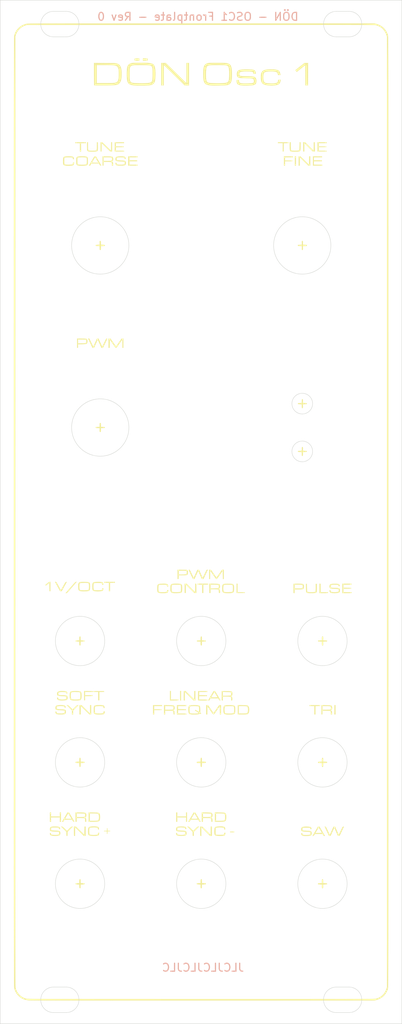
<source format=kicad_pcb>
(kicad_pcb (version 20171130) (host pcbnew 5.1.5-52549c5~84~ubuntu19.04.1)

  (general
    (thickness 1.6)
    (drawings 36)
    (tracks 0)
    (zones 0)
    (modules 1)
    (nets 1)
  )

  (page A4)
  (layers
    (0 F.Cu signal)
    (31 B.Cu signal)
    (32 B.Adhes user)
    (33 F.Adhes user)
    (34 B.Paste user)
    (35 F.Paste user)
    (36 B.SilkS user)
    (37 F.SilkS user)
    (38 B.Mask user)
    (39 F.Mask user)
    (40 Dwgs.User user)
    (41 Cmts.User user)
    (42 Eco1.User user)
    (43 Eco2.User user)
    (44 Edge.Cuts user)
    (45 Margin user)
    (46 B.CrtYd user)
    (47 F.CrtYd user hide)
    (48 B.Fab user)
    (49 F.Fab user)
  )

  (setup
    (last_trace_width 0.25)
    (trace_clearance 0.2)
    (zone_clearance 0.254)
    (zone_45_only no)
    (trace_min 0.2)
    (via_size 0.8)
    (via_drill 0.4)
    (via_min_size 0.4)
    (via_min_drill 0.3)
    (uvia_size 0.3)
    (uvia_drill 0.1)
    (uvias_allowed no)
    (uvia_min_size 0.2)
    (uvia_min_drill 0.1)
    (edge_width 0.05)
    (segment_width 0.2)
    (pcb_text_width 0.3)
    (pcb_text_size 1.5 1.5)
    (mod_edge_width 0.12)
    (mod_text_size 1 1)
    (mod_text_width 0.15)
    (pad_size 1.524 1.524)
    (pad_drill 0.762)
    (pad_to_mask_clearance 0.051)
    (solder_mask_min_width 0.25)
    (aux_axis_origin 0 0)
    (visible_elements FEFDFF7F)
    (pcbplotparams
      (layerselection 0x010fc_ffffffff)
      (usegerberextensions false)
      (usegerberattributes false)
      (usegerberadvancedattributes false)
      (creategerberjobfile false)
      (excludeedgelayer true)
      (linewidth 0.100000)
      (plotframeref false)
      (viasonmask false)
      (mode 1)
      (useauxorigin false)
      (hpglpennumber 1)
      (hpglpenspeed 20)
      (hpglpendiameter 15.000000)
      (psnegative false)
      (psa4output false)
      (plotreference true)
      (plotvalue true)
      (plotinvisibletext false)
      (padsonsilk false)
      (subtractmaskfromsilk false)
      (outputformat 1)
      (mirror false)
      (drillshape 0)
      (scaleselection 1)
      (outputdirectory "rev0/"))
  )

  (net 0 "")

  (net_class Default "This is the default net class."
    (clearance 0.2)
    (trace_width 0.25)
    (via_dia 0.8)
    (via_drill 0.4)
    (uvia_dia 0.3)
    (uvia_drill 0.1)
  )

  (net_class Power ""
    (clearance 0.2)
    (trace_width 0.508)
    (via_dia 0.8)
    (via_drill 0.4)
    (uvia_dia 0.3)
    (uvia_drill 0.1)
  )

  (module osc1:frontplate (layer F.Cu) (tedit 0) (tstamp 5E955113)
    (at 150.24372 114.24982)
    (fp_text reference G*** (at 0 0) (layer F.SilkS) hide
      (effects (font (size 1.524 1.524) (thickness 0.3)))
    )
    (fp_text value LOGO (at 0.75 0) (layer F.SilkS) hide
      (effects (font (size 1.524 1.524) (thickness 0.3)))
    )
    (fp_poly (pts (xy 22.05 -61.281822) (xy 22.349459 -61.1793) (xy 22.625781 -61.036325) (xy 22.874467 -60.85648)
      (xy 23.091016 -60.643346) (xy 23.270929 -60.400506) (xy 23.36166 -60.2375) (xy 23.416412 -60.118625)
      (xy 23.467608 -59.994177) (xy 23.506926 -59.88486) (xy 23.517464 -59.85) (xy 23.519043 -59.843176)
      (xy 23.520585 -59.833837) (xy 23.52209 -59.821395) (xy 23.523558 -59.805256) (xy 23.524991 -59.784832)
      (xy 23.526388 -59.759529) (xy 23.52775 -59.728758) (xy 23.529077 -59.691927) (xy 23.53037 -59.648446)
      (xy 23.531629 -59.597723) (xy 23.532855 -59.539167) (xy 23.534049 -59.472187) (xy 23.53521 -59.396192)
      (xy 23.536338 -59.310592) (xy 23.537436 -59.214794) (xy 23.538502 -59.108209) (xy 23.539538 -58.990244)
      (xy 23.540544 -58.86031) (xy 23.541519 -58.717814) (xy 23.542466 -58.562166) (xy 23.543384 -58.392775)
      (xy 23.544273 -58.20905) (xy 23.545135 -58.0104) (xy 23.545968 -57.796233) (xy 23.546775 -57.565959)
      (xy 23.547555 -57.318987) (xy 23.54831 -57.054725) (xy 23.549038 -56.772583) (xy 23.549741 -56.471969)
      (xy 23.550419 -56.152293) (xy 23.551073 -55.812963) (xy 23.551703 -55.453389) (xy 23.552309 -55.072979)
      (xy 23.552893 -54.671143) (xy 23.553453 -54.247289) (xy 23.553992 -53.800826) (xy 23.554509 -53.331163)
      (xy 23.555004 -52.83771) (xy 23.555479 -52.319874) (xy 23.555934 -51.777066) (xy 23.556368 -51.208694)
      (xy 23.556783 -50.614167) (xy 23.557179 -49.992894) (xy 23.557556 -49.344284) (xy 23.557915 -48.667746)
      (xy 23.558257 -47.962688) (xy 23.558581 -47.228521) (xy 23.558888 -46.464652) (xy 23.559179 -45.670492)
      (xy 23.559454 -44.845448) (xy 23.559713 -43.988929) (xy 23.559958 -43.100345) (xy 23.560188 -42.179105)
      (xy 23.560403 -41.224618) (xy 23.560605 -40.236292) (xy 23.560794 -39.213537) (xy 23.56097 -38.155761)
      (xy 23.561133 -37.062373) (xy 23.561285 -35.932783) (xy 23.561425 -34.7664) (xy 23.561554 -33.562631)
      (xy 23.561672 -32.320887) (xy 23.561781 -31.040576) (xy 23.561879 -29.721108) (xy 23.561968 -28.36189)
      (xy 23.562049 -26.962333) (xy 23.562121 -25.521845) (xy 23.562185 -24.039835) (xy 23.562242 -22.515712)
      (xy 23.562291 -20.948885) (xy 23.562334 -19.338763) (xy 23.562371 -17.684755) (xy 23.562402 -15.986269)
      (xy 23.562428 -14.242716) (xy 23.562449 -12.453503) (xy 23.562466 -10.61804) (xy 23.562479 -8.735736)
      (xy 23.562488 -6.806) (xy 23.562494 -4.82824) (xy 23.562498 -2.801866) (xy 23.562499 -0.726286)
      (xy 23.5625 0) (xy 23.562499 2.092661) (xy 23.562496 4.135914) (xy 23.562491 6.130349)
      (xy 23.562482 8.076557) (xy 23.562471 9.975129) (xy 23.562456 11.826657) (xy 23.562436 13.63173)
      (xy 23.562412 15.390941) (xy 23.562383 17.10488) (xy 23.562348 18.774139) (xy 23.562307 20.399308)
      (xy 23.56226 21.980978) (xy 23.562205 23.519741) (xy 23.562144 25.016187) (xy 23.562075 26.470908)
      (xy 23.561997 27.884494) (xy 23.561911 29.257537) (xy 23.561816 30.590627) (xy 23.561711 31.884357)
      (xy 23.561596 33.139315) (xy 23.561471 34.356095) (xy 23.561334 35.535287) (xy 23.561187 36.677481)
      (xy 23.561028 37.783269) (xy 23.560856 38.853242) (xy 23.560672 39.887991) (xy 23.560474 40.888107)
      (xy 23.560264 41.854181) (xy 23.560039 42.786804) (xy 23.559799 43.686567) (xy 23.559545 44.554062)
      (xy 23.559275 45.389878) (xy 23.55899 46.194608) (xy 23.558688 46.968842) (xy 23.55837 47.713171)
      (xy 23.558035 48.428186) (xy 23.557682 49.114479) (xy 23.557311 49.772641) (xy 23.556921 50.403261)
      (xy 23.556513 51.006932) (xy 23.556085 51.584245) (xy 23.555638 52.13579) (xy 23.55517 52.662159)
      (xy 23.554682 53.163942) (xy 23.554172 53.641731) (xy 23.553641 54.096117) (xy 23.553088 54.527691)
      (xy 23.552513 54.937043) (xy 23.551914 55.324765) (xy 23.551293 55.691448) (xy 23.550647 56.037682)
      (xy 23.549977 56.36406) (xy 23.549283 56.671172) (xy 23.548563 56.959608) (xy 23.547818 57.229961)
      (xy 23.547047 57.482821) (xy 23.546249 57.718779) (xy 23.545425 57.938425) (xy 23.544573 58.142353)
      (xy 23.543693 58.331151) (xy 23.542785 58.505412) (xy 23.541849 58.665726) (xy 23.540883 58.812684)
      (xy 23.539888 58.946877) (xy 23.538862 59.068897) (xy 23.537807 59.179335) (xy 23.53672 59.278781)
      (xy 23.535602 59.367826) (xy 23.534452 59.447062) (xy 23.53327 59.51708) (xy 23.532055 59.57847)
      (xy 23.530807 59.631824) (xy 23.529526 59.677733) (xy 23.528211 59.716787) (xy 23.526861 59.749578)
      (xy 23.525476 59.776697) (xy 23.524056 59.798735) (xy 23.5226 59.816283) (xy 23.521107 59.829932)
      (xy 23.519578 59.840272) (xy 23.518012 59.847896) (xy 23.517464 59.85) (xy 23.48523 59.947465)
      (xy 23.437787 60.068344) (xy 23.383459 60.191934) (xy 23.36166 60.2375) (xy 23.206544 60.496882)
      (xy 23.011722 60.728935) (xy 22.781366 60.930307) (xy 22.519645 61.097646) (xy 22.230731 61.2276)
      (xy 22.0625 61.281714) (xy 21.8625 61.3375) (xy 0.1625 61.340338) (xy -0.878929 61.340453)
      (xy -1.908509 61.340525) (xy -2.925091 61.340554) (xy -3.927526 61.340541) (xy -4.914664 61.340488)
      (xy -5.885357 61.340394) (xy -6.838456 61.340261) (xy -7.77281 61.34009) (xy -8.687271 61.339881)
      (xy -9.58069 61.339636) (xy -10.451918 61.339354) (xy -11.299805 61.339038) (xy -12.123202 61.338687)
      (xy -12.920961 61.338302) (xy -13.691931 61.337885) (xy -14.434964 61.337436) (xy -15.148911 61.336956)
      (xy -15.832621 61.336446) (xy -16.484947 61.335906) (xy -17.104739 61.335338) (xy -17.690848 61.334742)
      (xy -18.242125 61.33412) (xy -18.75742 61.333471) (xy -19.235584 61.332797) (xy -19.675468 61.332098)
      (xy -20.075924 61.331376) (xy -20.435801 61.330631) (xy -20.75395 61.329864) (xy -21.029223 61.329076)
      (xy -21.26047 61.328268) (xy -21.446543 61.32744) (xy -21.586291 61.326594) (xy -21.678565 61.325729)
      (xy -21.722218 61.324848) (xy -21.725 61.324671) (xy -22.036095 61.269938) (xy -22.328079 61.170932)
      (xy -22.597306 61.030859) (xy -22.840131 60.852927) (xy -23.052907 60.64034) (xy -23.231989 60.396306)
      (xy -23.373731 60.124032) (xy -23.474487 59.826723) (xy -23.48703 59.775) (xy -23.488347 59.765387)
      (xy -23.489633 59.747796) (xy -23.490888 59.721652) (xy -23.492114 59.68638) (xy -23.493309 59.641406)
      (xy -23.494475 59.586156) (xy -23.495612 59.520053) (xy -23.49672 59.442525) (xy -23.4978 59.352995)
      (xy -23.498851 59.25089) (xy -23.499875 59.135634) (xy -23.500872 59.006653) (xy -23.501842 58.863373)
      (xy -23.502785 58.705218) (xy -23.503702 58.531615) (xy -23.504593 58.341988) (xy -23.505459 58.135762)
      (xy -23.506299 57.912363) (xy -23.507115 57.671217) (xy -23.507906 57.411748) (xy -23.508673 57.133382)
      (xy -23.509417 56.835545) (xy -23.510137 56.517661) (xy -23.510834 56.179156) (xy -23.511508 55.819455)
      (xy -23.51216 55.437984) (xy -23.512791 55.034168) (xy -23.513399 54.607432) (xy -23.513987 54.157202)
      (xy -23.514553 53.682902) (xy -23.515099 53.183959) (xy -23.515625 52.659798) (xy -23.516131 52.109843)
      (xy -23.516618 51.53352) (xy -23.517085 50.930255) (xy -23.517534 50.299473) (xy -23.517965 49.640599)
      (xy -23.518377 48.953059) (xy -23.518772 48.236277) (xy -23.51915 47.489679) (xy -23.51951 46.712692)
      (xy -23.519854 45.904738) (xy -23.520182 45.065245) (xy -23.520494 44.193638) (xy -23.520791 43.289341)
      (xy -23.521072 42.351781) (xy -23.521339 41.380382) (xy -23.521591 40.374569) (xy -23.521829 39.333769)
      (xy -23.522054 38.257406) (xy -23.522265 37.144907) (xy -23.522463 35.995695) (xy -23.522552 35.422562)
      (xy -23.346759 35.422562) (xy -23.346755 36.562806) (xy -23.346735 37.666688) (xy -23.346699 38.734801)
      (xy -23.346648 39.767738) (xy -23.346579 40.766092) (xy -23.346494 41.730456) (xy -23.346391 42.661423)
      (xy -23.34627 43.559586) (xy -23.346131 44.425538) (xy -23.345973 45.259872) (xy -23.345796 46.063181)
      (xy -23.345599 46.836058) (xy -23.345382 47.579095) (xy -23.345145 48.292886) (xy -23.344886 48.978024)
      (xy -23.344606 49.635101) (xy -23.344305 50.264712) (xy -23.343981 50.867447) (xy -23.343634 51.443902)
      (xy -23.343265 51.994667) (xy -23.342871 52.520338) (xy -23.342454 53.021505) (xy -23.342012 53.498764)
      (xy -23.341546 53.952705) (xy -23.341054 54.383923) (xy -23.340536 54.79301) (xy -23.339992 55.18056)
      (xy -23.339422 55.547164) (xy -23.338825 55.893417) (xy -23.3382 56.219911) (xy -23.337547 56.527239)
      (xy -23.336866 56.815995) (xy -23.336156 57.08677) (xy -23.335417 57.340158) (xy -23.334648 57.576753)
      (xy -23.333849 57.797146) (xy -23.33302 58.001931) (xy -23.33216 58.191701) (xy -23.331268 58.367049)
      (xy -23.330345 58.528568) (xy -23.329389 58.67685) (xy -23.328401 58.81249) (xy -23.32738 58.936078)
      (xy -23.326325 59.04821) (xy -23.325236 59.149477) (xy -23.324112 59.240473) (xy -23.322954 59.32179)
      (xy -23.321761 59.394022) (xy -23.320532 59.457761) (xy -23.319266 59.513601) (xy -23.317965 59.562134)
      (xy -23.316626 59.603954) (xy -23.315249 59.639653) (xy -23.313835 59.669824) (xy -23.312383 59.69506)
      (xy -23.310891 59.715955) (xy -23.309361 59.733101) (xy -23.307791 59.747091) (xy -23.306181 59.758518)
      (xy -23.30453 59.767975) (xy -23.302839 59.776056) (xy -23.301106 59.783352) (xy -23.300071 59.7875)
      (xy -23.204478 60.069514) (xy -23.067033 60.327679) (xy -22.891606 60.558092) (xy -22.682064 60.75685)
      (xy -22.442278 60.920051) (xy -22.176116 61.043792) (xy -22 61.098866) (xy -21.988672 61.101648)
      (xy -21.976015 61.104321) (xy -21.961044 61.106887) (xy -21.942774 61.10935) (xy -21.92022 61.11171)
      (xy -21.892396 61.113971) (xy -21.858318 61.116135) (xy -21.817001 61.118203) (xy -21.767458 61.120178)
      (xy -21.708706 61.122063) (xy -21.639758 61.123859) (xy -21.559629 61.125568) (xy -21.467334 61.127194)
      (xy -21.361889 61.128738) (xy -21.242307 61.130202) (xy -21.107604 61.131589) (xy -20.956795 61.1329)
      (xy -20.788894 61.134139) (xy -20.602915 61.135307) (xy -20.397875 61.136406) (xy -20.172787 61.13744)
      (xy -19.926666 61.138409) (xy -19.658527 61.139316) (xy -19.367386 61.140164) (xy -19.052256 61.140954)
      (xy -18.712153 61.14169) (xy -18.346091 61.142372) (xy -17.953085 61.143004) (xy -17.53215 61.143587)
      (xy -17.082301 61.144124) (xy -16.602553 61.144618) (xy -16.09192 61.145069) (xy -15.549416 61.145481)
      (xy -14.974058 61.145855) (xy -14.36486 61.146195) (xy -13.720836 61.146501) (xy -13.041001 61.146777)
      (xy -12.32437 61.147025) (xy -11.569958 61.147246) (xy -10.77678 61.147444) (xy -9.94385 61.147619)
      (xy -9.070184 61.147776) (xy -8.154796 61.147914) (xy -7.1967 61.148038) (xy -6.194912 61.148149)
      (xy -5.148447 61.14825) (xy -4.056318 61.148342) (xy -2.917542 61.148428) (xy -1.731133 61.14851)
      (xy -0.496105 61.148591) (xy 0.01475 61.148623) (xy 1.269489 61.148701) (xy 2.475213 61.148773)
      (xy 3.632908 61.148837) (xy 4.74356 61.148889) (xy 5.808155 61.14893) (xy 6.827677 61.148955)
      (xy 7.803112 61.148963) (xy 8.735447 61.148952) (xy 9.625666 61.14892) (xy 10.474756 61.148864)
      (xy 11.283701 61.148782) (xy 12.053487 61.148673) (xy 12.785101 61.148534) (xy 13.479527 61.148363)
      (xy 14.137751 61.148158) (xy 14.760758 61.147917) (xy 15.349535 61.147637) (xy 15.905066 61.147316)
      (xy 16.428338 61.146953) (xy 16.920336 61.146545) (xy 17.382046 61.14609) (xy 17.814452 61.145586)
      (xy 18.218541 61.14503) (xy 18.595299 61.144422) (xy 18.94571 61.143757) (xy 19.270761 61.143035)
      (xy 19.571436 61.142253) (xy 19.848722 61.141409) (xy 20.103604 61.140501) (xy 20.337068 61.139526)
      (xy 20.550099 61.138483) (xy 20.743683 61.13737) (xy 20.918806 61.136184) (xy 21.076452 61.134923)
      (xy 21.217608 61.133585) (xy 21.34326 61.132168) (xy 21.454391 61.130669) (xy 21.55199 61.129087)
      (xy 21.63704 61.12742) (xy 21.710527 61.125665) (xy 21.773438 61.12382) (xy 21.826757 61.121884)
      (xy 21.87147 61.119853) (xy 21.908563 61.117726) (xy 21.939021 61.1155) (xy 21.963831 61.113174)
      (xy 21.983976 61.110745) (xy 22.000444 61.108212) (xy 22.01422 61.105571) (xy 22.026288 61.102822)
      (xy 22.034418 61.100788) (xy 22.316094 61.003763) (xy 22.573482 60.864531) (xy 22.803313 60.686251)
      (xy 23.002321 60.472082) (xy 23.16724 60.225183) (xy 23.294801 59.948713) (xy 23.328899 59.849118)
      (xy 23.3875 59.6625) (xy 23.3875 -59.6625) (xy 23.328899 -59.849119) (xy 23.215456 -60.13677)
      (xy 23.06505 -60.392057) (xy 22.875118 -60.618906) (xy 22.74975 -60.735656) (xy 22.608499 -60.839183)
      (xy 22.4363 -60.93904) (xy 22.251883 -61.025907) (xy 22.073978 -61.090464) (xy 21.995307 -61.111031)
      (xy 21.982017 -61.113347) (xy 21.963016 -61.11557) (xy 21.937335 -61.117703) (xy 21.904002 -61.119747)
      (xy 21.862046 -61.121703) (xy 21.810496 -61.123573) (xy 21.748382 -61.125359) (xy 21.674733 -61.127061)
      (xy 21.588578 -61.128682) (xy 21.488945 -61.130222) (xy 21.374864 -61.131683) (xy 21.245365 -61.133067)
      (xy 21.099475 -61.134376) (xy 20.936225 -61.135609) (xy 20.754644 -61.13677) (xy 20.55376 -61.13786)
      (xy 20.332603 -61.138879) (xy 20.090202 -61.13983) (xy 19.825585 -61.140713) (xy 19.537783 -61.141531)
      (xy 19.225824 -61.142285) (xy 18.888737 -61.142977) (xy 18.525552 -61.143607) (xy 18.135297 -61.144177)
      (xy 17.717002 -61.144689) (xy 17.269696 -61.145144) (xy 16.792407 -61.145544) (xy 16.284166 -61.14589)
      (xy 15.744001 -61.146184) (xy 15.170941 -61.146426) (xy 14.564016 -61.14662) (xy 13.922254 -61.146765)
      (xy 13.244684 -61.146863) (xy 12.530337 -61.146917) (xy 11.77824 -61.146927) (xy 10.987423 -61.146894)
      (xy 10.156916 -61.146822) (xy 9.285747 -61.146709) (xy 8.372945 -61.14656) (xy 7.417539 -61.146373)
      (xy 6.418559 -61.146152) (xy 5.375034 -61.145898) (xy 4.285993 -61.145612) (xy 3.150464 -61.145295)
      (xy 1.967478 -61.14495) (xy 0.736063 -61.144577) (xy -0.05 -61.144333) (xy -21.9125 -61.1375)
      (xy -22.106952 -61.071183) (xy -22.385719 -60.950424) (xy -22.637478 -60.78912) (xy -22.858548 -60.590952)
      (xy -23.04525 -60.359601) (xy -23.193903 -60.098745) (xy -23.271183 -59.906952) (xy -23.3375 -59.7125)
      (xy -23.34386 -0.0625) (xy -23.344083 2.027723) (xy -23.3443 4.06854) (xy -23.344511 6.060543)
      (xy -23.344715 8.004324) (xy -23.344912 9.900478) (xy -23.345102 11.749596) (xy -23.345283 13.552272)
      (xy -23.345457 15.309099) (xy -23.345621 17.020669) (xy -23.345776 18.687576) (xy -23.345922 20.310413)
      (xy -23.346057 21.889773) (xy -23.346182 23.426248) (xy -23.346296 24.920431) (xy -23.346398 26.372916)
      (xy -23.346489 27.784296) (xy -23.346567 29.155163) (xy -23.346633 30.48611) (xy -23.346685 31.77773)
      (xy -23.346724 33.030617) (xy -23.346749 34.245364) (xy -23.346759 35.422562) (xy -23.522552 35.422562)
      (xy -23.522649 34.809196) (xy -23.522822 33.584837) (xy -23.522983 32.322041) (xy -23.523133 31.020235)
      (xy -23.523272 29.678843) (xy -23.523399 28.297292) (xy -23.523517 26.875006) (xy -23.523624 25.411411)
      (xy -23.523721 23.905931) (xy -23.523809 22.357993) (xy -23.523888 20.767022) (xy -23.523958 19.132443)
      (xy -23.52402 17.453681) (xy -23.524074 15.730162) (xy -23.52412 13.961311) (xy -23.524159 12.146553)
      (xy -23.524192 10.285314) (xy -23.524217 8.377019) (xy -23.524237 6.421093) (xy -23.52425 4.416962)
      (xy -23.524258 2.364051) (xy -23.524261 0.261785) (xy -23.524261 0) (xy -23.524259 -2.108371)
      (xy -23.524252 -4.167317) (xy -23.524239 -6.177412) (xy -23.52422 -8.139231) (xy -23.524195 -10.053348)
      (xy -23.524164 -11.920339) (xy -23.524126 -13.740778) (xy -23.52408 -15.51524) (xy -23.524027 -17.244299)
      (xy -23.523966 -18.92853) (xy -23.523897 -20.568508) (xy -23.523819 -22.164807) (xy -23.523732 -23.718003)
      (xy -23.523636 -25.228669) (xy -23.52353 -26.69738) (xy -23.523414 -28.124712) (xy -23.523288 -29.511238)
      (xy -23.523151 -30.857534) (xy -23.523002 -32.164174) (xy -23.522842 -33.431733) (xy -23.522671 -34.660785)
      (xy -23.522487 -35.851905) (xy -23.52229 -37.005669) (xy -23.522081 -38.122649) (xy -23.521858 -39.203422)
      (xy -23.521621 -40.248561) (xy -23.521371 -41.258643) (xy -23.521106 -42.23424) (xy -23.520826 -43.175928)
      (xy -23.520532 -44.084281) (xy -23.520222 -44.959875) (xy -23.519896 -45.803284) (xy -23.519553 -46.615082)
      (xy -23.519195 -47.395844) (xy -23.518819 -48.146145) (xy -23.518427 -48.86656) (xy -23.518016 -49.557663)
      (xy -23.517588 -50.220029) (xy -23.517141 -50.854233) (xy -23.516676 -51.460848) (xy -23.516192 -52.040451)
      (xy -23.515688 -52.593615) (xy -23.515165 -53.120916) (xy -23.514621 -53.622927) (xy -23.514057 -54.100224)
      (xy -23.513473 -54.553381) (xy -23.512867 -54.982973) (xy -23.512239 -55.389575) (xy -23.51159 -55.773762)
      (xy -23.510918 -56.136107) (xy -23.510224 -56.477185) (xy -23.509507 -56.797572) (xy -23.508766 -57.097843)
      (xy -23.508002 -57.37857) (xy -23.507214 -57.64033) (xy -23.506401 -57.883697) (xy -23.505564 -58.109246)
      (xy -23.504701 -58.317551) (xy -23.503813 -58.509187) (xy -23.502899 -58.684729) (xy -23.501959 -58.844751)
      (xy -23.500993 -58.989829) (xy -23.499999 -59.120536) (xy -23.498979 -59.237447) (xy -23.49793 -59.341137)
      (xy -23.496854 -59.432181) (xy -23.495749 -59.511154) (xy -23.494616 -59.57863) (xy -23.493454 -59.635183)
      (xy -23.492262 -59.681389) (xy -23.491041 -59.717822) (xy -23.489789 -59.745056) (xy -23.488507 -59.763668)
      (xy -23.487194 -59.77423) (xy -23.48703 -59.775) (xy -23.393005 -60.078262) (xy -23.257162 -60.356252)
      (xy -23.082369 -60.606127) (xy -22.871496 -60.825045) (xy -22.627412 -61.010163) (xy -22.352986 -61.158638)
      (xy -22.051088 -61.267626) (xy -21.956 -61.292101) (xy -21.943674 -61.294715) (xy -21.928763 -61.297226)
      (xy -21.910282 -61.299638) (xy -21.887246 -61.301951) (xy -21.858672 -61.304168) (xy -21.823573 -61.306292)
      (xy -21.780968 -61.308323) (xy -21.72987 -61.310265) (xy -21.669295 -61.312118) (xy -21.59826 -61.313886)
      (xy -21.51578 -61.31557) (xy -21.42087 -61.317172) (xy -21.312546 -61.318694) (xy -21.189823 -61.320138)
      (xy -21.051718 -61.321507) (xy -20.897246 -61.322802) (xy -20.725422 -61.324025) (xy -20.535262 -61.325179)
      (xy -20.325782 -61.326265) (xy -20.095997 -61.327286) (xy -19.844923 -61.328243) (xy -19.571576 -61.329139)
      (xy -19.274971 -61.329975) (xy -18.954124 -61.330754) (xy -18.60805 -61.331477) (xy -18.235765 -61.332147)
      (xy -17.836285 -61.332765) (xy -17.408626 -61.333335) (xy -16.951802 -61.333857) (xy -16.464829 -61.334334)
      (xy -15.946724 -61.334767) (xy -15.396502 -61.33516) (xy -14.813178 -61.335513) (xy -14.195768 -61.335829)
      (xy -13.543287 -61.33611) (xy -12.854752 -61.336358) (xy -12.129178 -61.336575) (xy -11.36558 -61.336763)
      (xy -10.562974 -61.336925) (xy -9.720376 -61.337061) (xy -8.836801 -61.337174) (xy -7.911266 -61.337266)
      (xy -6.942785 -61.33734) (xy -5.930374 -61.337397) (xy -4.873048 -61.337439) (xy -3.769825 -61.337468)
      (xy -2.619718 -61.337487) (xy -1.421744 -61.337497) (xy -0.174918 -61.3375) (xy 21.8375 -61.3375)
      (xy 22.05 -61.281822)) (layer F.SilkS) (width 0.01))
    (fp_poly (pts (xy -15.185848 46.103821) (xy -15.163266 46.113011) (xy -15.148419 46.136488) (xy -15.139224 46.183706)
      (xy -15.133598 46.264119) (xy -15.130356 46.355645) (xy -15.123211 46.59821) (xy -14.880646 46.605355)
      (xy -14.767885 46.609646) (xy -14.695671 46.615886) (xy -14.654549 46.626158) (xy -14.635066 46.642544)
      (xy -14.628822 46.660847) (xy -14.63453 46.711385) (xy -14.676777 46.746205) (xy -14.759404 46.766833)
      (xy -14.886253 46.774793) (xy -14.916341 46.775) (xy -15.123124 46.775) (xy -15.130312 47.00625)
      (xy -15.13451 47.115065) (xy -15.140568 47.18365) (xy -15.151009 47.221772) (xy -15.168355 47.239196)
      (xy -15.192059 47.245267) (xy -15.249752 47.231256) (xy -15.273309 47.20316) (xy -15.286363 47.154446)
      (xy -15.295873 47.072581) (xy -15.299962 46.974385) (xy -15.3 46.964143) (xy -15.3 46.775)
      (xy -15.495222 46.775) (xy -15.628848 46.768656) (xy -15.717261 46.748723) (xy -15.76373 46.713851)
      (xy -15.77152 46.662687) (xy -15.771183 46.660847) (xy -15.76167 46.637779) (xy -15.737333 46.622777)
      (xy -15.688487 46.613599) (xy -15.605446 46.608008) (xy -15.530965 46.605311) (xy -15.3 46.598123)
      (xy -15.3 46.39134) (xy -15.294323 46.255458) (xy -15.276275 46.164543) (xy -15.24433 46.114755)
      (xy -15.196964 46.102251) (xy -15.185848 46.103821)) (layer F.SilkS) (width 0.01))
    (fp_poly (pts (xy 0.081734 46.107306) (xy 0.104101 46.134437) (xy 0.11738 46.189208) (xy 0.123644 46.279434)
      (xy 0.125 46.389544) (xy 0.125 46.6) (xy 0.360815 46.6) (xy 0.471192 46.600804)
      (xy 0.541661 46.604663) (xy 0.582307 46.613741) (xy 0.603214 46.630203) (xy 0.613879 46.654345)
      (xy 0.616562 46.706099) (xy 0.583778 46.742174) (xy 0.511564 46.764277) (xy 0.395953 46.774115)
      (xy 0.333659 46.775) (xy 0.126876 46.775) (xy 0.119688 47.00625) (xy 0.115798 47.114593)
      (xy 0.110325 47.182758) (xy 0.100285 47.220545) (xy 0.082692 47.237756) (xy 0.054561 47.244191)
      (xy 0.046943 47.245102) (xy -0.013242 47.236672) (xy -0.034307 47.211807) (xy -0.041829 47.168133)
      (xy -0.047383 47.09001) (xy -0.049939 46.992978) (xy -0.05 46.975442) (xy -0.05 46.779974)
      (xy -0.275928 46.771237) (xy -0.403918 46.762497) (xy -0.486912 46.746416) (xy -0.529674 46.720555)
      (xy -0.536964 46.682476) (xy -0.522377 46.645097) (xy -0.503556 46.623122) (xy -0.468874 46.609553)
      (xy -0.407964 46.602506) (xy -0.310456 46.600099) (xy -0.274121 46.6) (xy -0.05 46.6)
      (xy -0.05 46.398356) (xy -0.045132 46.262981) (xy -0.029396 46.171606) (xy -0.001096 46.119077)
      (xy 0.041463 46.100242) (xy 0.048204 46.1) (xy 0.081734 46.107306)) (layer F.SilkS) (width 0.01))
    (fp_poly (pts (xy 15.320845 46.116597) (xy 15.341993 46.140498) (xy 15.356028 46.18671) (xy 15.364784 46.26476)
      (xy 15.369675 46.370471) (xy 15.376851 46.598148) (xy 15.604528 46.605324) (xy 15.718523 46.610737)
      (xy 15.792405 46.619616) (xy 15.836038 46.633907) (xy 15.859285 46.655553) (xy 15.85929 46.655561)
      (xy 15.873645 46.699229) (xy 15.851332 46.73122) (xy 15.788718 46.753152) (xy 15.682171 46.766643)
      (xy 15.599684 46.771203) (xy 15.376811 46.779907) (xy 15.369655 47.008703) (xy 15.365751 47.116359)
      (xy 15.360212 47.183893) (xy 15.350005 47.22116) (xy 15.332099 47.238019) (xy 15.303462 47.244327)
      (xy 15.296943 47.245102) (xy 15.236758 47.236672) (xy 15.215693 47.211807) (xy 15.208216 47.168249)
      (xy 15.202673 47.090096) (xy 15.200076 46.992743) (xy 15.2 46.972955) (xy 15.2 46.775)
      (xy 15.01875 46.774658) (xy 14.887921 46.771445) (xy 14.799085 46.761241) (xy 14.744511 46.742328)
      (xy 14.716471 46.712988) (xy 14.713798 46.706867) (xy 14.708243 46.660699) (xy 14.736069 46.628893)
      (xy 14.801875 46.609589) (xy 14.910265 46.600925) (xy 14.978061 46.6) (xy 15.2 46.6)
      (xy 15.2 46.378061) (xy 15.202187 46.262476) (xy 15.209753 46.187051) (xy 15.224205 46.142098)
      (xy 15.239595 46.12326) (xy 15.287777 46.103915) (xy 15.320845 46.116597)) (layer F.SilkS) (width 0.01))
    (fp_poly (pts (xy 13.35 39.503778) (xy 13.515358 39.509678) (xy 13.63851 39.519756) (xy 13.727217 39.5364)
      (xy 13.789242 39.561996) (xy 13.832346 39.59893) (xy 13.864291 39.649589) (xy 13.871146 39.664026)
      (xy 13.899749 39.748815) (xy 13.892115 39.801095) (xy 13.847455 39.823624) (xy 13.825 39.825)
      (xy 13.771196 39.818076) (xy 13.7516 39.789488) (xy 13.75 39.765561) (xy 13.745623 39.72133)
      (xy 13.728252 39.688525) (xy 13.691522 39.66548) (xy 13.629069 39.650525) (xy 13.534529 39.641993)
      (xy 13.401537 39.638217) (xy 13.261282 39.6375) (xy 13.107773 39.638027) (xy 12.996154 39.64017)
      (xy 12.91832 39.644769) (xy 12.866165 39.652668) (xy 12.831585 39.664707) (xy 12.806476 39.681727)
      (xy 12.802624 39.685124) (xy 12.759988 39.753907) (xy 12.749433 39.840072) (xy 12.770961 39.922651)
      (xy 12.802603 39.964875) (xy 12.827002 39.982412) (xy 12.861079 39.995616) (xy 12.912475 40.005421)
      (xy 12.988831 40.012762) (xy 13.097788 40.018574) (xy 13.246988 40.02379) (xy 13.296353 40.025252)
      (xy 13.48387 40.032509) (xy 13.63043 40.042139) (xy 13.733139 40.053885) (xy 13.789104 40.067492)
      (xy 13.792467 40.069196) (xy 13.868033 40.131867) (xy 13.910785 40.21989) (xy 13.924964 40.34225)
      (xy 13.925 40.35) (xy 13.912532 40.473485) (xy 13.871938 40.561311) (xy 13.798429 40.622033)
      (xy 13.763497 40.638694) (xy 13.701114 40.654231) (xy 13.60088 40.667533) (xy 13.474919 40.678041)
      (xy 13.335354 40.685199) (xy 13.194305 40.688449) (xy 13.063896 40.687233) (xy 12.956248 40.680995)
      (xy 12.924382 40.67727) (xy 12.836093 40.66093) (xy 12.760813 40.640365) (xy 12.730891 40.628152)
      (xy 12.669233 40.572204) (xy 12.621683 40.488263) (xy 12.600248 40.398293) (xy 12.6 40.388741)
      (xy 12.608067 40.342903) (xy 12.64246 40.326399) (xy 12.673416 40.325) (xy 12.72502 40.331568)
      (xy 12.74765 40.361568) (xy 12.754666 40.406076) (xy 12.767288 40.460744) (xy 12.797261 40.5011)
      (xy 12.850853 40.529062) (xy 12.934329 40.546545) (xy 13.053957 40.555467) (xy 13.216002 40.557745)
      (xy 13.25 40.557598) (xy 13.430875 40.553231) (xy 13.567201 40.542095) (xy 13.664087 40.523279)
      (xy 13.726637 40.495867) (xy 13.755358 40.467185) (xy 13.7727 40.409481) (xy 13.774598 40.331554)
      (xy 13.762799 40.255186) (xy 13.739049 40.202158) (xy 13.733685 40.196811) (xy 13.700057 40.182481)
      (xy 13.634033 40.170742) (xy 13.530886 40.161114) (xy 13.385887 40.153119) (xy 13.252435 40.148089)
      (xy 13.050491 40.139175) (xy 12.8934 40.125458) (xy 12.776056 40.104262) (xy 12.693359 40.07291)
      (xy 12.640204 40.028724) (xy 12.611489 39.969028) (xy 12.60211 39.891145) (xy 12.605524 39.808722)
      (xy 12.62164 39.712817) (xy 12.655553 39.637671) (xy 12.712226 39.58125) (xy 12.796617 39.541523)
      (xy 12.913687 39.516458) (xy 13.068397 39.504025) (xy 13.265706 39.50219) (xy 13.35 39.503778)) (layer F.SilkS) (width 0.01))
    (fp_poly (pts (xy -18.151934 39.490161) (xy -18.009703 39.498222) (xy -17.904243 39.5148) (xy -17.828989 39.542584)
      (xy -17.777376 39.584268) (xy -17.742837 39.642542) (xy -17.718807 39.720098) (xy -17.713472 39.74375)
      (xy -17.705066 39.798966) (xy -17.720294 39.820978) (xy -17.770305 39.824998) (xy -17.773014 39.825)
      (xy -17.827558 39.818644) (xy -17.847918 39.791502) (xy -17.85 39.763076) (xy -17.87393 39.696592)
      (xy -17.917726 39.656826) (xy -17.952362 39.63893) (xy -17.998278 39.626471) (xy -18.064368 39.618537)
      (xy -18.159525 39.614216) (xy -18.292642 39.612597) (xy -18.350084 39.6125) (xy -18.521078 39.614288)
      (xy -18.64842 39.621325) (xy -18.738385 39.636122) (xy -18.797246 39.661187) (xy -18.831276 39.699032)
      (xy -18.846751 39.752166) (xy -18.85 39.8125) (xy -18.847224 39.871838) (xy -18.834772 39.916764)
      (xy -18.806462 39.9495) (xy -18.756114 39.972267) (xy -18.677544 39.987286) (xy -18.56457 39.996778)
      (xy -18.411011 40.002965) (xy -18.3125 40.005628) (xy -18.128443 40.01173) (xy -17.987711 40.021014)
      (xy -17.883642 40.035481) (xy -17.809574 40.057135) (xy -17.758847 40.087979) (xy -17.724798 40.130016)
      (xy -17.700767 40.185247) (xy -17.699166 40.190029) (xy -17.679359 40.301362) (xy -17.686541 40.416041)
      (xy -17.718171 40.515494) (xy -17.750125 40.562632) (xy -17.813799 40.607171) (xy -17.903371 40.642176)
      (xy -17.929251 40.648576) (xy -18.009406 40.659284) (xy -18.125345 40.666684) (xy -18.262959 40.670722)
      (xy -18.408137 40.671342) (xy -18.546771 40.668491) (xy -18.664749 40.662113) (xy -18.747963 40.652153)
      (xy -18.75 40.651753) (xy -18.870922 40.613579) (xy -18.949619 40.552972) (xy -18.99083 40.464654)
      (xy -19 40.373372) (xy -18.992844 40.320454) (xy -18.962996 40.301473) (xy -18.938633 40.3)
      (xy -18.894717 40.309232) (xy -18.87076 40.346164) (xy -18.860724 40.388177) (xy -18.832146 40.463009)
      (xy -18.790841 40.505134) (xy -18.739431 40.519522) (xy -18.650171 40.531621) (xy -18.535182 40.540875)
      (xy -18.406583 40.546727) (xy -18.276494 40.54862) (xy -18.157036 40.545999) (xy -18.062435 40.538573)
      (xy -17.945261 40.512989) (xy -17.870498 40.468105) (xy -17.832722 40.399178) (xy -17.825383 40.33125)
      (xy -17.831269 40.259948) (xy -17.84521 40.207444) (xy -17.847818 40.202675) (xy -17.890681 40.173665)
      (xy -17.978799 40.151707) (xy -18.113374 40.136643) (xy -18.295607 40.128315) (xy -18.42752 40.12649)
      (xy -18.614758 40.121905) (xy -18.757795 40.108351) (xy -18.862034 40.08313) (xy -18.932878 40.043547)
      (xy -18.975731 39.986905) (xy -18.995996 39.910508) (xy -18.999632 39.84098) (xy -18.988483 39.717688)
      (xy -18.951833 39.629147) (xy -18.883631 39.564047) (xy -18.837303 39.5375) (xy -18.793422 39.518281)
      (xy -18.74475 39.504669) (xy -18.682041 39.495748) (xy -18.596049 39.490599) (xy -18.477529 39.488306)
      (xy -18.3375 39.487924) (xy -18.151934 39.490161)) (layer F.SilkS) (width 0.01))
    (fp_poly (pts (xy -17.447122 39.502223) (xy -17.409962 39.512423) (xy -17.368812 39.535894) (xy -17.316405 39.577929)
      (xy -17.245471 39.643823) (xy -17.148742 39.738869) (xy -17.119159 39.768323) (xy -16.85 40.036647)
      (xy -16.580842 39.768323) (xy -16.476394 39.665019) (xy -16.39959 39.592214) (xy -16.34316 39.544613)
      (xy -16.299837 39.516924) (xy -16.262352 39.503851) (xy -16.223435 39.500101) (xy -16.21244 39.5)
      (xy -16.113195 39.5) (xy -16.444098 39.831585) (xy -16.775 40.16317) (xy -16.775 40.419085)
      (xy -16.775446 40.53415) (xy -16.778155 40.608234) (xy -16.785181 40.650355) (xy -16.798581 40.669531)
      (xy -16.82041 40.674779) (xy -16.833334 40.675) (xy -16.885837 40.668537) (xy -16.908334 40.658333)
      (xy -16.915523 40.6276) (xy -16.921154 40.558718) (xy -16.924456 40.463532) (xy -16.925 40.402418)
      (xy -16.925 40.16317) (xy -17.586806 39.5) (xy -17.487561 39.5) (xy -17.447122 39.502223)) (layer F.SilkS) (width 0.01))
    (fp_poly (pts (xy -15.191335 40.015096) (xy -14.6625 40.530192) (xy -14.648986 39.5) (xy -14.5 39.5)
      (xy -14.5 40.675) (xy -14.730745 40.675) (xy -15.277873 40.132957) (xy -15.825 39.590915)
      (xy -15.825 40.675) (xy -15.883334 40.675) (xy -15.935837 40.668537) (xy -15.958334 40.658333)
      (xy -15.963105 40.629577) (xy -15.967344 40.558102) (xy -15.970843 40.451187) (xy -15.973396 40.316112)
      (xy -15.974796 40.160155) (xy -15.975 40.070833) (xy -15.975 39.5) (xy -15.720169 39.5)
      (xy -15.191335 40.015096)) (layer F.SilkS) (width 0.01))
    (fp_poly (pts (xy -13.258676 39.479902) (xy -13.111294 39.49119) (xy -13.002056 39.512644) (xy -12.925163 39.546807)
      (xy -12.874815 39.596224) (xy -12.845213 39.663439) (xy -12.83085 39.747913) (xy -12.82514 39.822547)
      (xy -12.830273 39.860156) (xy -12.851583 39.873413) (xy -12.88432 39.875) (xy -12.931115 39.867513)
      (xy -12.948287 39.83477) (xy -12.95 39.8) (xy -12.96263 39.72975) (xy -13.003121 39.675954)
      (xy -13.075375 39.637466) (xy -13.183297 39.613137) (xy -13.330788 39.601821) (xy -13.521751 39.60237)
      (xy -13.611159 39.605653) (xy -13.761513 39.615043) (xy -13.86984 39.62957) (xy -13.944045 39.651806)
      (xy -13.992035 39.684321) (xy -14.021717 39.729688) (xy -14.026197 39.740647) (xy -14.03781 39.799126)
      (xy -14.045392 39.893487) (xy -14.048995 40.009779) (xy -14.048668 40.134052) (xy -14.044462 40.252355)
      (xy -14.036427 40.350737) (xy -14.024614 40.415248) (xy -14.023756 40.417823) (xy -14.001698 40.464569)
      (xy -13.968092 40.499024) (xy -13.915848 40.522981) (xy -13.837878 40.538227) (xy -13.727096 40.546555)
      (xy -13.576411 40.549754) (xy -13.500452 40.55) (xy -13.319476 40.548164) (xy -13.182495 40.54127)
      (xy -13.083591 40.527231) (xy -13.016846 40.503965) (xy -12.976343 40.469386) (xy -12.956165 40.42141)
      (xy -12.950394 40.357953) (xy -12.950383 40.35625) (xy -12.945129 40.300298) (xy -12.919964 40.278454)
      (xy -12.871518 40.275) (xy -12.793036 40.275) (xy -12.808246 40.403428) (xy -12.833346 40.515941)
      (xy -12.881803 40.590853) (xy -12.961177 40.638002) (xy -12.997498 40.64972) (xy -13.067 40.661054)
      (xy -13.173249 40.668837) (xy -13.304896 40.673187) (xy -13.450589 40.674226) (xy -13.598977 40.672074)
      (xy -13.738707 40.666852) (xy -13.858429 40.65868) (xy -13.946792 40.64768) (xy -13.981487 40.639267)
      (xy -14.073596 40.599376) (xy -14.13 40.552578) (xy -14.164575 40.485515) (xy -14.174433 40.453544)
      (xy -14.187741 40.374031) (xy -14.195922 40.260053) (xy -14.199015 40.126878) (xy -14.197061 39.989774)
      (xy -14.1901 39.864007) (xy -14.178172 39.764846) (xy -14.17255 39.738126) (xy -14.142953 39.655195)
      (xy -14.097181 39.590858) (xy -14.029577 39.543067) (xy -13.934484 39.509769) (xy -13.806244 39.488915)
      (xy -13.6392 39.478454) (xy -13.45 39.476233) (xy -13.258676 39.479902)) (layer F.SilkS) (width 0.01))
    (fp_poly (pts (xy -2.262495 39.491169) (xy -2.118768 39.501054) (xy -2.012794 39.520324) (xy -1.938545 39.551468)
      (xy -1.889996 39.596974) (xy -1.86112 39.659331) (xy -1.846296 39.7375) (xy -1.846188 39.791441)
      (xy -1.871271 39.814276) (xy -1.902859 39.820083) (xy -1.951149 39.817369) (xy -1.975149 39.784987)
      (xy -1.983212 39.752692) (xy -2.011713 39.688702) (xy -2.053828 39.647951) (xy -2.112742 39.63024)
      (xy -2.208803 39.616209) (xy -2.329245 39.606575) (xy -2.461303 39.602055) (xy -2.592211 39.603366)
      (xy -2.708757 39.611176) (xy -2.833911 39.632223) (xy -2.916599 39.666817) (xy -2.963606 39.719897)
      (xy -2.98172 39.796404) (xy -2.982367 39.810294) (xy -2.98075 39.869749) (xy -2.968044 39.914879)
      (xy -2.938193 39.947872) (xy -2.885141 39.970912) (xy -2.802831 39.986186) (xy -2.685206 39.995879)
      (xy -2.526212 40.002177) (xy -2.444663 40.004359) (xy -2.25867 40.010521) (xy -2.116133 40.020058)
      (xy -2.010523 40.035141) (xy -1.935309 40.057943) (xy -1.883962 40.090635) (xy -1.849953 40.135389)
      (xy -1.826753 40.194378) (xy -1.821903 40.211504) (xy -1.806415 40.314373) (xy -1.810391 40.418648)
      (xy -1.832078 40.505308) (xy -1.852182 40.540128) (xy -1.896291 40.584074) (xy -1.950461 40.616432)
      (xy -2.022812 40.639034) (xy -2.121462 40.653706) (xy -2.254531 40.662277) (xy -2.4125 40.666319)
      (xy -2.554674 40.666838) (xy -2.688441 40.66432) (xy -2.801391 40.659206) (xy -2.881118 40.65194)
      (xy -2.898878 40.648969) (xy -3.003263 40.614647) (xy -3.070519 40.557119) (xy -3.110766 40.4659)
      (xy -3.121425 40.418403) (xy -3.133379 40.347403) (xy -3.130928 40.312612) (xy -3.108959 40.301112)
      (xy -3.074555 40.3) (xy -3.026084 40.307521) (xy -3.000965 40.339817) (xy -2.989207 40.387196)
      (xy -2.971807 40.444109) (xy -2.939216 40.484867) (xy -2.88369 40.512578) (xy -2.797483 40.53035)
      (xy -2.67285 40.541291) (xy -2.595741 40.545086) (xy -2.389766 40.549318) (xy -2.228654 40.541906)
      (xy -2.108351 40.521561) (xy -2.024805 40.486989) (xy -1.973961 40.436898) (xy -1.951767 40.369997)
      (xy -1.95 40.339295) (xy -1.963642 40.262661) (xy -1.99526 40.199646) (xy -2.013766 40.179873)
      (xy -2.037641 40.165008) (xy -2.074269 40.154001) (xy -2.131029 40.1458) (xy -2.215306 40.139355)
      (xy -2.334479 40.133616) (xy -2.495931 40.127532) (xy -2.503953 40.127246) (xy -2.688884 40.119603)
      (xy -2.830331 40.110178) (xy -2.934812 40.09691) (xy -3.008843 40.077734) (xy -3.05894 40.050591)
      (xy -3.09162 40.013416) (xy -3.113398 39.964147) (xy -3.123045 39.931316) (xy -3.13456 39.822557)
      (xy -3.118089 39.711541) (xy -3.077539 39.619422) (xy -3.061698 39.599113) (xy -3.014896 39.558857)
      (xy -2.952808 39.529056) (xy -2.868243 39.508407) (xy -2.75401 39.495606) (xy -2.602921 39.489349)
      (xy -2.45 39.48818) (xy -2.262495 39.491169)) (layer F.SilkS) (width 0.01))
    (fp_poly (pts (xy -1.572122 39.502223) (xy -1.534962 39.512423) (xy -1.493812 39.535894) (xy -1.441405 39.577929)
      (xy -1.370471 39.643823) (xy -1.273742 39.738869) (xy -1.244159 39.768323) (xy -0.975 40.036647)
      (xy -0.705842 39.768323) (xy -0.601394 39.665019) (xy -0.52459 39.592214) (xy -0.46816 39.544613)
      (xy -0.424837 39.516924) (xy -0.387352 39.503851) (xy -0.348435 39.500101) (xy -0.33744 39.5)
      (xy -0.238195 39.5) (xy -0.569098 39.831585) (xy -0.9 40.16317) (xy -0.9 40.419085)
      (xy -0.900446 40.53415) (xy -0.903155 40.608234) (xy -0.910181 40.650355) (xy -0.923581 40.669531)
      (xy -0.94541 40.674779) (xy -0.958334 40.675) (xy -1.010837 40.668537) (xy -1.033334 40.658333)
      (xy -1.040523 40.6276) (xy -1.046154 40.558718) (xy -1.049456 40.463532) (xy -1.05 40.402418)
      (xy -1.05 40.16317) (xy -1.711806 39.5) (xy -1.612561 39.5) (xy -1.572122 39.502223)) (layer F.SilkS) (width 0.01))
    (fp_poly (pts (xy 1.2125 40.5375) (xy 1.226014 39.5) (xy 1.375 39.5) (xy 1.375 40.675)
      (xy 1.140099 40.675) (xy 0.595049 40.132001) (xy 0.05 39.589002) (xy 0.05 40.675)
      (xy -0.008334 40.675) (xy -0.060837 40.668537) (xy -0.083334 40.658333) (xy -0.088105 40.629577)
      (xy -0.092344 40.558102) (xy -0.095843 40.451187) (xy -0.098396 40.316112) (xy -0.099796 40.160155)
      (xy -0.1 40.070833) (xy -0.1 39.5) (xy 0.158186 39.5) (xy 1.2125 40.5375)) (layer F.SilkS) (width 0.01))
    (fp_poly (pts (xy 2.648185 39.478301) (xy 2.785757 39.492244) (xy 2.888399 39.518535) (xy 2.960944 39.558782)
      (xy 3.008226 39.614591) (xy 3.035079 39.687567) (xy 3.043891 39.745221) (xy 3.049689 39.820875)
      (xy 3.044957 39.859374) (xy 3.02487 39.873236) (xy 2.993875 39.875) (xy 2.951902 39.867663)
      (xy 2.928977 39.836526) (xy 2.915525 39.775789) (xy 2.900247 39.714835) (xy 2.871767 39.671533)
      (xy 2.822068 39.642282) (xy 2.743129 39.623479) (xy 2.626934 39.611524) (xy 2.538041 39.606244)
      (xy 2.335379 39.60129) (xy 2.162613 39.608074) (xy 2.025131 39.626024) (xy 1.92832 39.654566)
      (xy 1.894109 39.674775) (xy 1.872017 39.69516) (xy 1.856568 39.7202) (xy 1.846578 39.758466)
      (xy 1.840863 39.818527) (xy 1.838239 39.908956) (xy 1.83752 40.038321) (xy 1.8375 40.084456)
      (xy 1.838213 40.229816) (xy 1.840964 40.333588) (xy 1.846672 40.404176) (xy 1.856255 40.449978)
      (xy 1.870631 40.479397) (xy 1.882142 40.492881) (xy 1.903103 40.50896) (xy 1.933947 40.52069)
      (xy 1.982078 40.528735) (xy 2.054898 40.533762) (xy 2.159811 40.536437) (xy 2.304219 40.537427)
      (xy 2.378101 40.5375) (xy 2.53852 40.537297) (xy 2.65647 40.536097) (xy 2.73948 40.533009)
      (xy 2.795081 40.527141) (xy 2.830803 40.517605) (xy 2.854177 40.503508) (xy 2.872732 40.483961)
      (xy 2.877208 40.47848) (xy 2.912819 40.410315) (xy 2.925 40.34723) (xy 2.931171 40.296646)
      (xy 2.960146 40.277497) (xy 3.002838 40.275) (xy 3.080677 40.275) (xy 3.06339 40.39375)
      (xy 3.036032 40.510713) (xy 2.99026 40.588298) (xy 2.919512 40.635698) (xy 2.881486 40.64862)
      (xy 2.821583 40.657722) (xy 2.722997 40.664574) (xy 2.596994 40.669155) (xy 2.454841 40.671444)
      (xy 2.307805 40.671421) (xy 2.167152 40.669066) (xy 2.044149 40.664357) (xy 1.950063 40.657276)
      (xy 1.905226 40.650389) (xy 1.824219 40.622272) (xy 1.763354 40.577395) (xy 1.720417 40.50971)
      (xy 1.693195 40.413168) (xy 1.679472 40.281719) (xy 1.677036 40.109315) (xy 1.678624 40.031247)
      (xy 1.686568 39.859312) (xy 1.704 39.728706) (xy 1.737139 39.633431) (xy 1.792199 39.56749)
      (xy 1.8754 39.524885) (xy 1.992956 39.499618) (xy 2.151086 39.485691) (xy 2.24892 39.48104)
      (xy 2.470851 39.475102) (xy 2.648185 39.478301)) (layer F.SilkS) (width 0.01))
    (fp_poly (pts (xy 15.176913 39.96875) (xy 15.263837 40.11478) (xy 15.346698 40.253805) (xy 15.420467 40.377401)
      (xy 15.480115 40.477144) (xy 15.520614 40.544612) (xy 15.527642 40.55625) (xy 15.599537 40.675)
      (xy 15.51752 40.675) (xy 15.467059 40.669586) (xy 15.428714 40.646232) (xy 15.389254 40.594267)
      (xy 15.3625 40.55) (xy 15.289496 40.425) (xy 14.327884 40.425) (xy 14.257692 40.549974)
      (xy 14.213851 40.622021) (xy 14.177796 40.659579) (xy 14.136187 40.673481) (xy 14.10378 40.674974)
      (xy 14.020061 40.675) (xy 14.067695 40.59375) (xy 14.093877 40.549187) (xy 14.141144 40.468832)
      (xy 14.205206 40.359975) (xy 14.24051 40.3) (xy 14.394249 40.3) (xy 14.797124 40.3)
      (xy 14.932696 40.299232) (xy 15.04882 40.297109) (xy 15.137159 40.293903) (xy 15.189374 40.289885)
      (xy 15.2 40.286899) (xy 15.187784 40.256362) (xy 15.154792 40.194752) (xy 15.106511 40.110951)
      (xy 15.048423 40.013842) (xy 14.986016 39.912306) (xy 14.924773 39.815227) (xy 14.870179 39.731487)
      (xy 14.827719 39.669969) (xy 14.802878 39.639554) (xy 14.799273 39.637949) (xy 14.779759 39.66315)
      (xy 14.740932 39.722992) (xy 14.68829 39.808708) (xy 14.627333 39.91153) (xy 14.623075 39.918835)
      (xy 14.559456 40.027638) (xy 14.501922 40.125181) (xy 14.456802 40.200791) (xy 14.430452 40.24375)
      (xy 14.394249 40.3) (xy 14.24051 40.3) (xy 14.281772 40.229907) (xy 14.366551 40.085917)
      (xy 14.413466 40.00625) (xy 14.711603 39.5) (xy 14.898078 39.5) (xy 15.176913 39.96875)) (layer F.SilkS) (width 0.01))
    (fp_poly (pts (xy 17.086903 40.011432) (xy 17.152198 40.159456) (xy 17.211305 40.290774) (xy 17.261199 40.398889)
      (xy 17.298858 40.477299) (xy 17.321258 40.519504) (xy 17.32577 40.525) (xy 17.340135 40.503407)
      (xy 17.372396 40.442908) (xy 17.419338 40.349924) (xy 17.477749 40.230872) (xy 17.544413 40.092174)
      (xy 17.579229 40.01875) (xy 17.656871 39.854823) (xy 17.716828 39.730589) (xy 17.762565 39.640436)
      (xy 17.797547 39.578749) (xy 17.82524 39.539916) (xy 17.849108 39.518323) (xy 17.872618 39.508359)
      (xy 17.896612 39.504666) (xy 17.950582 39.502637) (xy 17.97489 39.508372) (xy 17.975 39.509004)
      (xy 17.964692 39.533973) (xy 17.93569 39.597874) (xy 17.89087 39.694532) (xy 17.833109 39.817773)
      (xy 17.765287 39.961423) (xy 17.703361 40.091838) (xy 17.431722 40.6625) (xy 17.215902 40.6625)
      (xy 16.990715 40.15249) (xy 16.917761 39.987631) (xy 16.862101 39.863758) (xy 16.820907 39.776088)
      (xy 16.791351 39.719834) (xy 16.770606 39.690211) (xy 16.755843 39.682434) (xy 16.744234 39.691718)
      (xy 16.732951 39.713277) (xy 16.732162 39.71499) (xy 16.711539 39.760315) (xy 16.674303 39.842652)
      (xy 16.624332 39.953405) (xy 16.565503 40.083979) (xy 16.502046 40.225) (xy 16.305297 40.6625)
      (xy 16.202256 40.670206) (xy 16.099215 40.677913) (xy 16.027376 40.520206) (xy 15.992738 40.445466)
      (xy 15.941508 40.336609) (xy 15.878853 40.204533) (xy 15.809941 40.060139) (xy 15.752768 39.940976)
      (xy 15.68902 39.807877) (xy 15.63349 39.690838) (xy 15.589558 39.59707) (xy 15.560602 39.533785)
      (xy 15.550002 39.508197) (xy 15.55 39.508142) (xy 15.571708 39.502538) (xy 15.624496 39.504172)
      (xy 15.629768 39.504666) (xy 15.656323 39.508761) (xy 15.679807 39.51905) (xy 15.703695 39.54115)
      (xy 15.731459 39.580679) (xy 15.766573 39.643257) (xy 15.812512 39.734502) (xy 15.872748 39.860033)
      (xy 15.947597 40.01875) (xy 16.016841 40.164776) (xy 16.079358 40.294287) (xy 16.131956 40.400862)
      (xy 16.171445 40.478077) (xy 16.194633 40.519512) (xy 16.199078 40.524808) (xy 16.212665 40.502944)
      (xy 16.243269 40.441816) (xy 16.287819 40.347945) (xy 16.343243 40.227855) (xy 16.406469 40.088067)
      (xy 16.4375 40.018558) (xy 16.6625 39.5125) (xy 16.8625 39.497864) (xy 17.086903 40.011432)) (layer F.SilkS) (width 0.01))
    (fp_poly (pts (xy -11.766466 39.710848) (xy -11.754775 39.749612) (xy -11.750275 39.82562) (xy -11.75 39.8625)
      (xy -11.75 40.025) (xy -11.575 40.025) (xy -11.47992 40.027205) (xy -11.425503 40.035135)
      (xy -11.402552 40.050759) (xy -11.4 40.0625) (xy -11.410339 40.082931) (xy -11.447494 40.094596)
      (xy -11.520675 40.09948) (xy -11.573858 40.1) (xy -11.747716 40.1) (xy -11.755108 40.266757)
      (xy -11.764235 40.36785) (xy -11.780204 40.42863) (xy -11.79375 40.44384) (xy -11.81107 40.435078)
      (xy -11.821053 40.390494) (xy -11.824871 40.303836) (xy -11.825 40.277083) (xy -11.825 40.1)
      (xy -12.0125 40.1) (xy -12.111402 40.098035) (xy -12.169456 40.090936) (xy -12.195704 40.076895)
      (xy -12.2 40.0625) (xy -12.190179 40.042719) (xy -12.154685 40.031108) (xy -12.084477 40.025859)
      (xy -12.0125 40.025) (xy -11.825 40.025) (xy -11.825 39.8625) (xy -11.822497 39.771351)
      (xy -11.813551 39.72069) (xy -11.796011 39.701189) (xy -11.7875 39.7) (xy -11.766466 39.710848)) (layer F.SilkS) (width 0.01))
    (fp_poly (pts (xy 4.04535 40.125575) (xy 4.124348 40.128349) (xy 4.170637 40.134892) (xy 4.19286 40.146778)
      (xy 4.199661 40.165576) (xy 4.2 40.175) (xy 4.196835 40.196881) (xy 4.181579 40.211245)
      (xy 4.145588 40.219661) (xy 4.080219 40.223701) (xy 3.976828 40.224938) (xy 3.925 40.225)
      (xy 3.804649 40.224424) (xy 3.725651 40.22165) (xy 3.679362 40.215107) (xy 3.657139 40.203221)
      (xy 3.650338 40.184423) (xy 3.65 40.175) (xy 3.653164 40.153118) (xy 3.66842 40.138754)
      (xy 3.704411 40.130338) (xy 3.76978 40.126298) (xy 3.873171 40.125061) (xy 3.925 40.125)
      (xy 4.04535 40.125575)) (layer F.SilkS) (width 0.01))
    (fp_poly (pts (xy -18.85 38.225) (xy -17.75 38.225) (xy -17.75 37.725) (xy -17.6 37.725)
      (xy -17.6 38.9) (xy -17.75 38.9) (xy -17.75 38.35) (xy -18.85 38.35)
      (xy -18.85 38.9) (xy -19 38.9) (xy -19 37.725) (xy -18.85 37.725)
      (xy -18.85 38.225)) (layer F.SilkS) (width 0.01))
    (fp_poly (pts (xy -16.5875 37.726646) (xy -15.901808 38.8875) (xy -15.981487 38.89575) (xy -16.038523 38.894904)
      (xy -16.068509 38.881629) (xy -16.069036 38.880393) (xy -16.085997 38.847415) (xy -16.121195 38.787848)
      (xy -16.150753 38.74034) (xy -16.2246 38.623895) (xy -16.692515 38.630697) (xy -17.160431 38.6375)
      (xy -17.235318 38.76875) (xy -17.280608 38.842786) (xy -17.316769 38.882315) (xy -17.356479 38.897822)
      (xy -17.39402 38.9) (xy -17.477834 38.9) (xy -17.414272 38.79375) (xy -17.382825 38.740734)
      (xy -17.330867 38.652622) (xy -17.263136 38.537473) (xy -17.240244 38.49849) (xy -17.066406 38.49849)
      (xy -17.054747 38.509775) (xy -17.022428 38.517333) (xy -16.962716 38.521896) (xy -16.86888 38.524195)
      (xy -16.734188 38.524959) (xy -16.6748 38.525) (xy -16.26925 38.525) (xy -16.305163 38.46875)
      (xy -16.331369 38.426415) (xy -16.377042 38.351354) (xy -16.436007 38.253765) (xy -16.502085 38.143842)
      (xy -16.509634 38.13125) (xy -16.572913 38.026881) (xy -16.626949 37.940046) (xy -16.666679 37.878713)
      (xy -16.68704 37.850854) (xy -16.688344 37.85) (xy -16.704027 37.870157) (xy -16.739055 37.924467)
      (xy -16.787937 38.003687) (xy -16.845184 38.098571) (xy -16.905307 38.199878) (xy -16.962814 38.298362)
      (xy -17.012216 38.38478) (xy -17.048024 38.449889) (xy -17.064137 38.482749) (xy -17.066406 38.49849)
      (xy -17.240244 38.49849) (xy -17.184371 38.403345) (xy -17.099312 38.258299) (xy -17.069105 38.206742)
      (xy -16.7875 37.725984) (xy -16.5875 37.726646)) (layer F.SilkS) (width 0.01))
    (fp_poly (pts (xy -15.24375 37.725139) (xy -15.034224 37.726381) (xy -14.868489 37.730545) (xy -14.740377 37.738472)
      (xy -14.643725 37.751003) (xy -14.572364 37.76898) (xy -14.52013 37.793242) (xy -14.480855 37.824632)
      (xy -14.475821 37.829878) (xy -14.431765 37.908235) (xy -14.409681 38.015376) (xy -14.411965 38.134079)
      (xy -14.424556 38.198349) (xy -14.453711 38.275324) (xy -14.496043 38.318761) (xy -14.526724 38.333303)
      (xy -14.585107 38.361682) (xy -14.594148 38.385231) (xy -14.554073 38.405699) (xy -14.536616 38.410488)
      (xy -14.484543 38.438315) (xy -14.450122 38.495199) (xy -14.431046 38.587678) (xy -14.425005 38.722289)
      (xy -14.425 38.726627) (xy -14.425 38.9) (xy -14.575 38.9) (xy -14.575383 38.71875)
      (xy -14.577972 38.625847) (xy -14.584426 38.551658) (xy -14.593391 38.51125) (xy -14.594133 38.509992)
      (xy -14.620653 38.480786) (xy -14.660358 38.458931) (xy -14.719993 38.443435) (xy -14.806301 38.433311)
      (xy -14.926029 38.427567) (xy -15.085919 38.425215) (xy -15.173357 38.425) (xy -15.625 38.425)
      (xy -15.625 38.9) (xy -15.775 38.9) (xy -15.775 38.3) (xy -15.625 38.3)
      (xy -15.15277 38.3) (xy -14.985448 38.299557) (xy -14.860682 38.297795) (xy -14.771033 38.294065)
      (xy -14.709063 38.287716) (xy -14.667332 38.278098) (xy -14.638401 38.264562) (xy -14.623426 38.253751)
      (xy -14.586764 38.212204) (xy -14.569039 38.1537) (xy -14.564406 38.079678) (xy -14.564726 38.010853)
      (xy -14.571985 37.958365) (xy -14.592156 37.919873) (xy -14.63121 37.893037) (xy -14.695118 37.875517)
      (xy -14.789854 37.864973) (xy -14.921387 37.859064) (xy -15.09569 37.855451) (xy -15.138335 37.854764)
      (xy -15.625 37.847028) (xy -15.625 38.3) (xy -15.775 38.3) (xy -15.775 37.725)
      (xy -15.24375 37.725139)) (layer F.SilkS) (width 0.01))
    (fp_poly (pts (xy -13.53125 37.729614) (xy -13.319911 37.733062) (xy -13.152633 37.738292) (xy -13.023478 37.747014)
      (xy -12.926508 37.760934) (xy -12.855783 37.781763) (xy -12.805365 37.811207) (xy -12.769317 37.850976)
      (xy -12.741698 37.902776) (xy -12.718296 37.963466) (xy -12.695228 38.062876) (xy -12.682575 38.191606)
      (xy -12.680023 38.334315) (xy -12.687254 38.475661) (xy -12.703953 38.600304) (xy -12.729805 38.692902)
      (xy -12.733491 38.701098) (xy -12.761962 38.755281) (xy -12.793687 38.797863) (xy -12.834796 38.830337)
      (xy -12.89142 38.854198) (xy -12.96969 38.870937) (xy -13.075736 38.882047) (xy -13.215687 38.889022)
      (xy -13.395676 38.893355) (xy -13.53125 38.895385) (xy -14.125 38.903271) (xy -14.125 38.775)
      (xy -13.975 38.775) (xy -13.501177 38.775) (xy -13.310725 38.773378) (xy -13.157331 38.768648)
      (xy -13.044851 38.761016) (xy -12.977145 38.750685) (xy -12.965033 38.746604) (xy -12.900087 38.690505)
      (xy -12.855345 38.590224) (xy -12.8306 38.445105) (xy -12.825039 38.305744) (xy -12.834077 38.14023)
      (xy -12.862215 38.016933) (xy -12.911095 37.93122) (xy -12.975 37.881966) (xy -13.023802 37.869022)
      (xy -13.112996 37.859602) (xy -13.245392 37.853537) (xy -13.423799 37.850661) (xy -13.50625 37.850368)
      (xy -13.975 37.85) (xy -13.975 38.775) (xy -14.125 38.775) (xy -14.125 37.721728)
      (xy -13.53125 37.729614)) (layer F.SilkS) (width 0.01))
    (fp_poly (pts (xy -2.975 38.225) (xy -1.875 38.225) (xy -1.875 37.725) (xy -1.75 37.725)
      (xy -1.75 38.9) (xy -1.875 38.9) (xy -1.875 38.35) (xy -2.975 38.35)
      (xy -2.975 38.9) (xy -3.125 38.9) (xy -3.125 37.725) (xy -2.975 37.725)
      (xy -2.975 38.225)) (layer F.SilkS) (width 0.01))
    (fp_poly (pts (xy -0.713484 37.7375) (xy -0.029238 38.8875) (xy -0.107702 38.89575) (xy -0.164132 38.895646)
      (xy -0.193222 38.884087) (xy -0.193588 38.88325) (xy -0.210114 38.85201) (xy -0.244871 38.793393)
      (xy -0.275893 38.743199) (xy -0.350777 38.623899) (xy -0.818082 38.630699) (xy -1.285387 38.6375)
      (xy -1.361444 38.768312) (xy -1.407753 38.842378) (xy -1.444832 38.881929) (xy -1.485285 38.897428)
      (xy -1.519549 38.899562) (xy -1.573926 38.897204) (xy -1.58775 38.881996) (xy -1.570434 38.842985)
      (xy -1.569549 38.841364) (xy -1.548195 38.803964) (xy -1.505322 38.730215) (xy -1.444853 38.626814)
      (xy -1.385111 38.525) (xy -1.230751 38.525) (xy -0.825201 38.525) (xy -0.673027 38.524459)
      (xy -0.564339 38.522423) (xy -0.492627 38.518271) (xy -0.451385 38.511381) (xy -0.434105 38.501132)
      (xy -0.433982 38.487654) (xy -0.458133 38.437027) (xy -0.500079 38.360936) (xy -0.554258 38.268305)
      (xy -0.615105 38.168058) (xy -0.677058 38.069122) (xy -0.734555 37.98042) (xy -0.782033 37.910877)
      (xy -0.813929 37.869418) (xy -0.824018 37.861892) (xy -0.843673 37.887182) (xy -0.882633 37.94711)
      (xy -0.935388 38.032908) (xy -0.996432 38.135806) (xy -1.000871 38.14342) (xy -1.064585 38.252302)
      (xy -1.122259 38.349922) (xy -1.167559 38.425615) (xy -1.194146 38.468718) (xy -1.194166 38.46875)
      (xy -1.230751 38.525) (xy -1.385111 38.525) (xy -1.370709 38.500457) (xy -1.28681 38.35784)
      (xy -1.225 38.252976) (xy -0.9125 37.723224) (xy -0.713484 37.7375)) (layer F.SilkS) (width 0.01))
    (fp_poly (pts (xy 0.64375 37.726411) (xy 0.861581 37.72853) (xy 1.036807 37.733582) (xy 1.167303 37.741459)
      (xy 1.250943 37.752057) (xy 1.272658 37.757661) (xy 1.367837 37.810033) (xy 1.427355 37.890768)
      (xy 1.454341 38.005187) (xy 1.456692 38.070568) (xy 1.447273 38.195149) (xy 1.419929 38.27835)
      (xy 1.371865 38.326446) (xy 1.336778 38.339915) (xy 1.28498 38.361796) (xy 1.282434 38.386057)
      (xy 1.329256 38.408137) (xy 1.335001 38.409639) (xy 1.391361 38.44759) (xy 1.428705 38.529124)
      (xy 1.447456 38.655459) (xy 1.45 38.74123) (xy 1.45 38.9) (xy 1.3 38.9)
      (xy 1.3 38.714314) (xy 1.298489 38.616949) (xy 1.291383 38.555642) (xy 1.274824 38.516477)
      (xy 1.244954 38.485542) (xy 1.234128 38.476814) (xy 1.207518 38.458414) (xy 1.176231 38.444957)
      (xy 1.132502 38.435677) (xy 1.068565 38.429809) (xy 0.976657 38.426585) (xy 0.849012 38.425239)
      (xy 0.709128 38.425) (xy 0.25 38.425) (xy 0.25 38.9) (xy 0.1 38.9)
      (xy 0.1 38.3) (xy 0.25 38.3) (xy 0.72223 38.3) (xy 0.889992 38.299529)
      (xy 1.015147 38.297697) (xy 1.105081 38.293873) (xy 1.167182 38.287429) (xy 1.208837 38.277733)
      (xy 1.237434 38.264156) (xy 1.250043 38.254991) (xy 1.285499 38.21422) (xy 1.302871 38.155601)
      (xy 1.307596 38.079417) (xy 1.307415 38.010512) (xy 1.30053 37.958009) (xy 1.280952 37.919553)
      (xy 1.242695 37.892787) (xy 1.179771 37.875356) (xy 1.086192 37.864904) (xy 0.955971 37.859074)
      (xy 0.78312 37.855511) (xy 0.736665 37.854764) (xy 0.25 37.847028) (xy 0.25 38.3)
      (xy 0.1 38.3) (xy 0.1 37.725) (xy 0.64375 37.726411)) (layer F.SilkS) (width 0.01))
    (fp_poly (pts (xy 2.348232 37.729614) (xy 2.537438 37.732341) (xy 2.683278 37.735305) (xy 2.792383 37.739105)
      (xy 2.871388 37.744342) (xy 2.926923 37.751615) (xy 2.965621 37.761525) (xy 2.994115 37.774671)
      (xy 3.016982 37.790113) (xy 3.085904 37.84995) (xy 3.134002 37.916154) (xy 3.164668 37.998866)
      (xy 3.181294 38.10823) (xy 3.187271 38.254389) (xy 3.1875 38.3) (xy 3.182477 38.470294)
      (xy 3.165526 38.600305) (xy 3.13382 38.698914) (xy 3.084533 38.775) (xy 3.016982 38.835886)
      (xy 2.991752 38.85224) (xy 2.961938 38.864881) (xy 2.920908 38.8744) (xy 2.862031 38.881388)
      (xy 2.778678 38.886433) (xy 2.664218 38.890125) (xy 2.512018 38.893056) (xy 2.348232 38.895385)
      (xy 1.75 38.903271) (xy 1.75 37.85) (xy 1.9 37.85) (xy 1.9 38.775)
      (xy 2.360872 38.775) (xy 2.511901 38.773734) (xy 2.649225 38.77022) (xy 2.763568 38.764879)
      (xy 2.845657 38.758136) (xy 2.884565 38.751115) (xy 2.946165 38.717872) (xy 2.989524 38.667393)
      (xy 3.017372 38.591854) (xy 3.032436 38.483428) (xy 3.037445 38.334292) (xy 3.0375 38.3125)
      (xy 3.033551 38.15775) (xy 3.019887 38.044686) (xy 2.993779 37.96548) (xy 2.952498 37.912309)
      (xy 2.893316 37.877348) (xy 2.884565 37.873884) (xy 2.840013 37.866229) (xy 2.754741 37.859592)
      (xy 2.638022 37.854394) (xy 2.499133 37.851059) (xy 2.360872 37.85) (xy 1.9 37.85)
      (xy 1.75 37.85) (xy 1.75 37.721728) (xy 2.348232 37.729614)) (layer F.SilkS) (width 0.01))
    (fp_poly (pts (xy -15.153894 30.886069) (xy -15.13459 30.951875) (xy -15.125926 31.060265) (xy -15.125 31.128061)
      (xy -15.125 31.35) (xy -14.903062 31.35) (xy -14.787477 31.352187) (xy -14.712052 31.359753)
      (xy -14.667099 31.374205) (xy -14.648261 31.389595) (xy -14.628916 31.437777) (xy -14.641598 31.470845)
      (xy -14.665425 31.491948) (xy -14.711486 31.505968) (xy -14.789294 31.514728) (xy -14.896398 31.519688)
      (xy -15.125 31.526876) (xy -15.125 31.745938) (xy -15.128676 31.872564) (xy -15.141232 31.956504)
      (xy -15.164965 32.004636) (xy -15.202169 32.023838) (xy -15.218119 32.025) (xy -15.250435 32.004146)
      (xy -15.275619 31.960872) (xy -15.287769 31.904154) (xy -15.296504 31.816138) (xy -15.299996 31.715503)
      (xy -15.3 31.71181) (xy -15.3 31.526876) (xy -15.53125 31.519688) (xy -15.639783 31.515639)
      (xy -15.708158 31.509865) (xy -15.746208 31.499622) (xy -15.763765 31.482167) (xy -15.770661 31.454758)
      (xy -15.770938 31.452827) (xy -15.769948 31.407864) (xy -15.746954 31.377992) (xy -15.694593 31.360361)
      (xy -15.605501 31.352122) (xy -15.50625 31.350382) (xy -15.3 31.35) (xy -15.299659 31.16875)
      (xy -15.296446 31.037921) (xy -15.286242 30.949085) (xy -15.267329 30.894511) (xy -15.237989 30.866471)
      (xy -15.231868 30.863798) (xy -15.1857 30.858243) (xy -15.153894 30.886069)) (layer F.SilkS) (width 0.01))
    (fp_poly (pts (xy 0.080312 30.859956) (xy 0.106783 30.913244) (xy 0.121406 31.013335) (xy 0.125 31.13)
      (xy 0.125 31.35) (xy 0.346938 31.35) (xy 0.462523 31.352187) (xy 0.537948 31.359753)
      (xy 0.582901 31.374205) (xy 0.601739 31.389595) (xy 0.621084 31.437777) (xy 0.608402 31.470845)
      (xy 0.584575 31.491948) (xy 0.538514 31.505968) (xy 0.460706 31.514728) (xy 0.353602 31.519688)
      (xy 0.125 31.526876) (xy 0.125 31.745938) (xy 0.121271 31.872879) (xy 0.108606 31.957034)
      (xy 0.084784 32.005166) (xy 0.047586 32.024034) (xy 0.033379 32.025) (xy -0.002578 32.005314)
      (xy -0.024121 31.976643) (xy -0.036391 31.929451) (xy -0.045515 31.848133) (xy -0.049852 31.748541)
      (xy -0.05 31.726643) (xy -0.05 31.525) (xy -0.274121 31.525) (xy -0.38318 31.523731)
      (xy -0.452909 31.518558) (xy -0.493942 31.507427) (xy -0.516914 31.488283) (xy -0.524071 31.476736)
      (xy -0.537517 31.423755) (xy -0.510897 31.38597) (xy -0.441686 31.362165) (xy -0.327359 31.351126)
      (xy -0.260715 31.35) (xy -0.05 31.35) (xy -0.05 31.139285) (xy -0.047212 31.023024)
      (xy -0.037837 30.946878) (xy -0.020363 30.90122) (xy -0.010715 30.889285) (xy 0.041357 30.852344)
      (xy 0.080312 30.859956)) (layer F.SilkS) (width 0.01))
    (fp_poly (pts (xy 15.326736 30.875929) (xy 15.350075 30.894308) (xy 15.364495 30.926047) (xy 15.372048 30.981781)
      (xy 15.374789 31.072145) (xy 15.375 31.125879) (xy 15.375 31.35) (xy 15.582721 31.35)
      (xy 15.724836 31.356312) (xy 15.819192 31.375432) (xy 15.866433 31.407632) (xy 15.867205 31.453185)
      (xy 15.859852 31.467285) (xy 15.837909 31.48967) (xy 15.798213 31.504358) (xy 15.730563 31.513435)
      (xy 15.624758 31.518987) (xy 15.603602 31.519688) (xy 15.375 31.526876) (xy 15.375 31.745938)
      (xy 15.371271 31.872879) (xy 15.358606 31.957034) (xy 15.334784 32.005166) (xy 15.297586 32.024034)
      (xy 15.283379 32.025) (xy 15.247422 32.005314) (xy 15.225879 31.976643) (xy 15.213609 31.929451)
      (xy 15.204485 31.848133) (xy 15.200148 31.748541) (xy 15.2 31.726643) (xy 15.2 31.525)
      (xy 14.975879 31.525) (xy 14.86682 31.523731) (xy 14.797091 31.518558) (xy 14.756058 31.507427)
      (xy 14.733086 31.488283) (xy 14.725929 31.476736) (xy 14.712483 31.423755) (xy 14.739103 31.38597)
      (xy 14.808314 31.362165) (xy 14.922641 31.351126) (xy 14.989285 31.35) (xy 15.2 31.35)
      (xy 15.2 31.139285) (xy 15.205705 31.00389) (xy 15.22363 30.914744) (xy 15.254991 30.869323)
      (xy 15.301002 30.8651) (xy 15.326736 30.875929)) (layer F.SilkS) (width 0.01))
    (fp_poly (pts (xy -12.610225 24.247643) (xy -12.457318 24.252935) (xy -12.342261 24.265682) (xy -12.259016 24.288283)
      (xy -12.201543 24.323139) (xy -12.163803 24.37265) (xy -12.139757 24.439218) (xy -12.124356 24.51875)
      (xy -12.116083 24.585041) (xy -12.123083 24.615753) (xy -12.151968 24.62455) (xy -12.175769 24.625)
      (xy -12.220502 24.618873) (xy -12.244417 24.591237) (xy -12.259082 24.528207) (xy -12.259725 24.524221)
      (xy -12.279447 24.451201) (xy -12.315638 24.410925) (xy -12.342494 24.398101) (xy -12.397302 24.387412)
      (xy -12.489723 24.37981) (xy -12.608463 24.375223) (xy -12.742228 24.37358) (xy -12.879725 24.374808)
      (xy -13.009658 24.378835) (xy -13.120733 24.38559) (xy -13.201657 24.395001) (xy -13.235817 24.403781)
      (xy -13.283627 24.439186) (xy -13.317337 24.499025) (xy -13.338267 24.589327) (xy -13.347741 24.716121)
      (xy -13.347082 24.885435) (xy -13.346414 24.907962) (xy -13.340542 25.051957) (xy -13.329312 25.153766)
      (xy -13.306337 25.221194) (xy -13.265229 25.262045) (xy -13.199598 25.284124) (xy -13.103059 25.295233)
      (xy -13.02551 25.3) (xy -12.880958 25.305132) (xy -12.733916 25.305181) (xy -12.593929 25.300704)
      (xy -12.470542 25.292258) (xy -12.373301 25.280399) (xy -12.311751 25.265685) (xy -12.297432 25.257521)
      (xy -12.273973 25.214217) (xy -12.254672 25.146158) (xy -12.252226 25.132521) (xy -12.236182 25.068287)
      (xy -12.207626 25.038639) (xy -12.168454 25.029589) (xy -12.119216 25.03035) (xy -12.101775 25.058302)
      (xy -12.10014 25.092089) (xy -12.113605 25.211867) (xy -12.150186 25.310184) (xy -12.204913 25.374928)
      (xy -12.219915 25.383984) (xy -12.273941 25.398771) (xy -12.367185 25.411724) (xy -12.488886 25.422348)
      (xy -12.628278 25.430145) (xy -12.774599 25.434619) (xy -12.917085 25.435275) (xy -13.044974 25.431615)
      (xy -13.125 25.425722) (xy -13.244098 25.40892) (xy -13.328367 25.383512) (xy -13.392914 25.343411)
      (xy -13.43778 25.29969) (xy -13.457044 25.274196) (xy -13.47061 25.241604) (xy -13.479459 25.193369)
      (xy -13.48457 25.120943) (xy -13.486924 25.015778) (xy -13.4875 24.869327) (xy -13.4875 24.866125)
      (xy -13.485792 24.683882) (xy -13.476986 24.541721) (xy -13.455558 24.434621) (xy -13.415985 24.35756)
      (xy -13.352745 24.305515) (xy -13.260314 24.273465) (xy -13.133169 24.256388) (xy -12.965787 24.249262)
      (xy -12.807023 24.247403) (xy -12.610225 24.247643)) (layer F.SilkS) (width 0.01))
    (fp_poly (pts (xy -0.61709 24.252106) (xy -0.450091 24.258503) (xy -0.322485 24.275007) (xy -0.228978 24.306019)
      (xy -0.164276 24.355945) (xy -0.123084 24.429188) (xy -0.100107 24.53015) (xy -0.090051 24.663237)
      (xy -0.08762 24.832852) (xy -0.087584 24.867876) (xy -0.087199 25.007891) (xy -0.085309 25.106234)
      (xy -0.080698 25.171232) (xy -0.072148 25.211214) (xy -0.058442 25.234506) (xy -0.038364 25.249436)
      (xy -0.03125 25.253351) (xy 0.016203 25.287058) (xy 0.017509 25.319018) (xy -0.010902 25.348673)
      (xy -0.052307 25.36592) (xy -0.101796 25.349038) (xy -0.147499 25.334085) (xy -0.197964 25.3448)
      (xy -0.247144 25.369111) (xy -0.29692 25.391191) (xy -0.359299 25.40706) (xy -0.444524 25.418232)
      (xy -0.562836 25.426217) (xy -0.6625 25.43042) (xy -0.807515 25.433777) (xy -0.955728 25.43397)
      (xy -1.088852 25.431152) (xy -1.181067 25.426131) (xy -1.312883 25.409417) (xy -1.412821 25.379943)
      (xy -1.485138 25.331497) (xy -1.534094 25.257871) (xy -1.563946 25.152852) (xy -1.578954 25.010231)
      (xy -1.583316 24.839491) (xy -1.583138 24.779375) (xy -1.446042 24.779375) (xy -1.440482 24.963391)
      (xy -1.437583 24.999067) (xy -1.423068 25.119367) (xy -1.398716 25.200845) (xy -1.355454 25.252095)
      (xy -1.284211 25.281713) (xy -1.175915 25.298295) (xy -1.116247 25.303515) (xy -0.970787 25.311814)
      (xy -0.819961 25.315034) (xy -0.674109 25.313516) (xy -0.54357 25.307601) (xy -0.438682 25.297632)
      (xy -0.369785 25.283948) (xy -0.35625 25.278432) (xy -0.314245 25.249517) (xy -0.301138 25.23037)
      (xy -0.321772 25.210485) (xy -0.377352 25.170223) (xy -0.459914 25.114869) (xy -0.561492 25.049708)
      (xy -0.674119 24.980024) (xy -0.722074 24.951114) (xy -0.743408 24.928873) (xy -0.731267 24.894901)
      (xy -0.7204 24.878692) (xy -0.702302 24.856242) (xy -0.681855 24.847845) (xy -0.650127 24.856686)
      (xy -0.598186 24.885952) (xy -0.517098 24.938829) (xy -0.477343 24.965403) (xy -0.388648 25.022197)
      (xy -0.315463 25.064218) (xy -0.267364 25.086242) (xy -0.254016 25.087293) (xy -0.246124 25.055125)
      (xy -0.240918 24.985521) (xy -0.238333 24.89097) (xy -0.238305 24.783959) (xy -0.24077 24.676976)
      (xy -0.245665 24.582511) (xy -0.252926 24.513052) (xy -0.257062 24.492865) (xy -0.296159 24.428073)
      (xy -0.339826 24.399115) (xy -0.384833 24.391291) (xy -0.470388 24.384527) (xy -0.587047 24.379266)
      (xy -0.72536 24.375952) (xy -0.852764 24.375) (xy -1.013057 24.375237) (xy -1.131076 24.376543)
      (xy -1.214546 24.379805) (xy -1.271194 24.385913) (xy -1.308744 24.395755) (xy -1.334923 24.41022)
      (xy -1.357455 24.430198) (xy -1.360711 24.433437) (xy -1.405383 24.508705) (xy -1.434084 24.625915)
      (xy -1.446042 24.779375) (xy -1.583138 24.779375) (xy -1.582894 24.697381) (xy -1.579178 24.594435)
      (xy -1.57098 24.519861) (xy -1.557109 24.462866) (xy -1.536375 24.41266) (xy -1.536228 24.412358)
      (xy -1.508212 24.362916) (xy -1.474102 24.324794) (xy -1.427424 24.296519) (xy -1.361704 24.276618)
      (xy -1.270468 24.263619) (xy -1.147242 24.256048) (xy -0.985551 24.252432) (xy -0.828779 24.251411)
      (xy -0.61709 24.252106)) (layer F.SilkS) (width 0.01))
    (fp_poly (pts (xy 3.77575 24.252282) (xy 3.944266 24.259711) (xy 4.073291 24.277157) (xy 4.16807 24.308903)
      (xy 4.233845 24.359232) (xy 4.275863 24.432427) (xy 4.299366 24.53277) (xy 4.3096 24.664543)
      (xy 4.311807 24.832031) (xy 4.311765 24.8625) (xy 4.308725 25.036793) (xy 4.296595 25.170681)
      (xy 4.269526 25.269711) (xy 4.221672 25.339433) (xy 4.147184 25.385395) (xy 4.040216 25.413147)
      (xy 3.89492 25.428238) (xy 3.707241 25.436163) (xy 3.558988 25.438647) (xy 3.412314 25.437799)
      (xy 3.282169 25.433918) (xy 3.183505 25.427302) (xy 3.166511 25.425383) (xy 3.051226 25.404037)
      (xy 2.964033 25.368928) (xy 2.901256 25.313774) (xy 2.859218 25.232294) (xy 2.834241 25.118208)
      (xy 2.822648 24.965234) (xy 2.821008 24.863816) (xy 2.960601 24.863816) (xy 2.967378 24.994787)
      (xy 2.98319 25.111244) (xy 3.007914 25.200819) (xy 3.034317 25.245106) (xy 3.093377 25.275663)
      (xy 3.199819 25.297417) (xy 3.257067 25.303706) (xy 3.368961 25.310124) (xy 3.500742 25.312068)
      (xy 3.64103 25.310019) (xy 3.778445 25.304458) (xy 3.901606 25.295867) (xy 3.999132 25.284727)
      (xy 4.059642 25.27152) (xy 4.064478 25.269549) (xy 4.109927 25.235657) (xy 4.141992 25.177548)
      (xy 4.162368 25.088527) (xy 4.17275 24.961901) (xy 4.175 24.832966) (xy 4.16947 24.662303)
      (xy 4.152043 24.536224) (xy 4.121458 24.450455) (xy 4.076456 24.400724) (xy 4.043466 24.386763)
      (xy 3.999843 24.382353) (xy 3.915491 24.379336) (xy 3.799666 24.377839) (xy 3.661622 24.37799)
      (xy 3.527058 24.379623) (xy 3.36505 24.38271) (xy 3.245603 24.386181) (xy 3.161285 24.390963)
      (xy 3.104659 24.397984) (xy 3.068292 24.408171) (xy 3.044749 24.422453) (xy 3.026596 24.441757)
      (xy 3.02631 24.442109) (xy 2.995714 24.507477) (xy 2.974646 24.607795) (xy 2.962982 24.730696)
      (xy 2.960601 24.863816) (xy 2.821008 24.863816) (xy 2.820532 24.834414) (xy 2.821793 24.693472)
      (xy 2.826927 24.591489) (xy 2.837181 24.517493) (xy 2.853804 24.460514) (xy 2.866272 24.432125)
      (xy 2.898631 24.37446) (xy 2.936687 24.330314) (xy 2.987184 24.29793) (xy 3.056869 24.275547)
      (xy 3.15249 24.261408) (xy 3.28079 24.253752) (xy 3.448518 24.25082) (xy 3.5625 24.250587)
      (xy 3.77575 24.252282)) (layer F.SilkS) (width 0.01))
    (fp_poly (pts (xy -17.540838 24.248451) (xy -17.4165 24.251479) (xy -17.314987 24.256221) (xy -17.248714 24.262222)
      (xy -17.241186 24.263458) (xy -17.170512 24.289406) (xy -17.100724 24.334449) (xy -17.047042 24.386552)
      (xy -17.024685 24.433683) (xy -17.024659 24.434659) (xy -17.018287 24.479744) (xy -17.009243 24.51875)
      (xy -17.00529 24.558712) (xy -17.03172 24.573421) (xy -17.066915 24.575) (xy -17.12115 24.56595)
      (xy -17.151606 24.529034) (xy -17.163581 24.495143) (xy -17.182166 24.451535) (xy -17.2127 24.41963)
      (xy -17.262328 24.397658) (xy -17.338194 24.383847) (xy -17.447443 24.376426) (xy -17.597218 24.373623)
      (xy -17.654618 24.373413) (xy -17.818523 24.375791) (xy -17.939506 24.383868) (xy -18.024387 24.398262)
      (xy -18.060868 24.410206) (xy -18.117221 24.438315) (xy -18.142825 24.472277) (xy -18.149519 24.531405)
      (xy -18.149618 24.554974) (xy -18.144589 24.629893) (xy -18.132493 24.686214) (xy -18.127662 24.69655)
      (xy -18.088193 24.725565) (xy -18.009417 24.747454) (xy -17.888627 24.762581) (xy -17.723118 24.771308)
      (xy -17.55 24.77395) (xy -17.374567 24.777801) (xy -17.241736 24.789335) (xy -17.144438 24.810518)
      (xy -17.075606 24.843317) (xy -17.028168 24.889699) (xy -17.006967 24.925) (xy -16.98007 25.022947)
      (xy -16.979995 25.139673) (xy -17.006558 25.251876) (xy -17.009607 25.25943) (xy -17.041012 25.315184)
      (xy -17.086775 25.357316) (xy -17.153332 25.387482) (xy -17.24712 25.40734) (xy -17.374575 25.418545)
      (xy -17.542134 25.422754) (xy -17.644256 25.422745) (xy -17.786015 25.420514) (xy -17.915872 25.415864)
      (xy -18.022953 25.409374) (xy -18.096383 25.401628) (xy -18.117178 25.397438) (xy -18.211873 25.345964)
      (xy -18.275362 25.260936) (xy -18.299932 25.152932) (xy -18.3 25.146628) (xy -18.296182 25.083469)
      (xy -18.278878 25.055967) (xy -18.239984 25.05) (xy -18.19713 25.059701) (xy -18.171165 25.09759)
      (xy -18.157835 25.14375) (xy -18.138777 25.200948) (xy -18.107824 25.24265) (xy -18.057755 25.27121)
      (xy -17.981348 25.288983) (xy -17.871382 25.298322) (xy -17.720635 25.301581) (xy -17.673265 25.301724)
      (xy -17.490387 25.298797) (xy -17.351671 25.288295) (xy -17.251561 25.267985) (xy -17.184505 25.235636)
      (xy -17.144951 25.189016) (xy -17.127344 25.125896) (xy -17.125 25.081421) (xy -17.127529 25.025652)
      (xy -17.139381 24.983699) (xy -17.166952 24.953202) (xy -17.216641 24.931802) (xy -17.294844 24.917139)
      (xy -17.407959 24.906854) (xy -17.562383 24.898588) (xy -17.628606 24.895682) (xy -17.801156 24.888018)
      (xy -17.931397 24.880977) (xy -18.026989 24.873331) (xy -18.095589 24.863853) (xy -18.144856 24.851315)
      (xy -18.182447 24.83449) (xy -18.21602 24.81215) (xy -18.233438 24.798728) (xy -18.273085 24.760442)
      (xy -18.293046 24.714743) (xy -18.299664 24.643601) (xy -18.3 24.609443) (xy -18.292764 24.496346)
      (xy -18.267589 24.408739) (xy -18.21928 24.343609) (xy -18.142641 24.297947) (xy -18.032476 24.268741)
      (xy -17.883587 24.252979) (xy -17.69078 24.247651) (xy -17.675585 24.247591) (xy -17.540838 24.248451)) (layer F.SilkS) (width 0.01))
    (fp_poly (pts (xy -16.746501 24.252092) (xy -16.709749 24.261871) (xy -16.669328 24.284584) (xy -16.618095 24.325481)
      (xy -16.548907 24.389811) (xy -16.45462 24.482824) (xy -16.412483 24.525017) (xy -16.138318 24.800035)
      (xy -15.862518 24.525017) (xy -15.756693 24.420274) (xy -15.678673 24.346076) (xy -15.621329 24.297195)
      (xy -15.577534 24.268405) (xy -15.540159 24.25448) (xy -15.502074 24.250191) (xy -15.487444 24.25)
      (xy -15.38817 24.25) (xy -15.731585 24.594073) (xy -16.075 24.938147) (xy -16.075 25.425)
      (xy -16.225 25.425) (xy -16.225 24.91317) (xy -16.886806 24.25) (xy -16.786727 24.25)
      (xy -16.746501 24.252092)) (layer F.SilkS) (width 0.01))
    (fp_poly (pts (xy -14.483659 24.779973) (xy -13.95 25.309947) (xy -13.95 24.25) (xy -13.8 24.25)
      (xy -13.8 25.425) (xy -14.03071 25.425) (xy -15.1125 24.366324) (xy -15.119248 24.895662)
      (xy -15.125995 25.425) (xy -15.275 25.425) (xy -15.275 24.25) (xy -15.017317 24.25)
      (xy -14.483659 24.779973)) (layer F.SilkS) (width 0.01))
    (fp_poly (pts (xy -4.9 24.375) (xy -5.875 24.375) (xy -5.875 24.775) (xy -5.4125 24.775)
      (xy -5.250009 24.775225) (xy -5.13082 24.776385) (xy -5.048238 24.779202) (xy -4.995565 24.784401)
      (xy -4.966105 24.792706) (xy -4.953161 24.804841) (xy -4.950037 24.821529) (xy -4.95 24.825)
      (xy -4.952087 24.842566) (xy -4.962813 24.855451) (xy -4.988873 24.864379) (xy -5.036965 24.870074)
      (xy -5.113786 24.873258) (xy -5.226032 24.874658) (xy -5.380399 24.874996) (xy -5.4125 24.875)
      (xy -5.875 24.875) (xy -5.875 25.425) (xy -6.025 25.425) (xy -6.025 24.25)
      (xy -4.9 24.25) (xy -4.9 24.375)) (layer F.SilkS) (width 0.01))
    (fp_poly (pts (xy -4.06875 24.254235) (xy -3.861646 24.258079) (xy -3.700097 24.263223) (xy -3.579666 24.269955)
      (xy -3.495919 24.278563) (xy -3.444421 24.289335) (xy -3.429134 24.295762) (xy -3.36769 24.356686)
      (xy -3.324501 24.449706) (xy -3.30187 24.559527) (xy -3.302099 24.670858) (xy -3.327492 24.768405)
      (xy -3.351815 24.809128) (xy -3.401298 24.854809) (xy -3.449935 24.874952) (xy -3.451815 24.875)
      (xy -3.49349 24.883208) (xy -3.490077 24.905327) (xy -3.443263 24.937594) (xy -3.418209 24.95)
      (xy -3.3375 24.9875) (xy -3.323054 25.425) (xy -3.386527 25.425) (xy -3.424913 25.420786)
      (xy -3.44362 25.399409) (xy -3.449669 25.347767) (xy -3.45014 25.30625) (xy -3.460684 25.163314)
      (xy -3.490815 25.05603) (xy -3.538843 24.98926) (xy -3.565632 24.973809) (xy -3.610672 24.965969)
      (xy -3.696084 24.959216) (xy -3.812245 24.954009) (xy -3.949532 24.950808) (xy -4.064128 24.95)
      (xy -4.5 24.95) (xy -4.5 25.425) (xy -4.65 25.425) (xy -4.65 24.375)
      (xy -4.5 24.375) (xy -4.5 24.825) (xy -4.036364 24.825) (xy -3.873484 24.824817)
      (xy -3.752999 24.823677) (xy -3.667304 24.82069) (xy -3.608794 24.814968) (xy -3.569865 24.805621)
      (xy -3.54291 24.791761) (xy -3.520325 24.7725) (xy -3.511364 24.763636) (xy -3.466862 24.701055)
      (xy -3.450897 24.620969) (xy -3.450383 24.594886) (xy -3.45342 24.525636) (xy -3.465884 24.472634)
      (xy -3.493643 24.433722) (xy -3.542564 24.406743) (xy -3.618514 24.389539) (xy -3.727361 24.379953)
      (xy -3.874972 24.375827) (xy -4.048357 24.375) (xy -4.5 24.375) (xy -4.65 24.375)
      (xy -4.65 24.245971) (xy -4.06875 24.254235)) (layer F.SilkS) (width 0.01))
    (fp_poly (pts (xy -1.85 24.375) (xy -2.875 24.375) (xy -2.875 24.748943) (xy -2.38125 24.755721)
      (xy -2.212708 24.758176) (xy -2.08756 24.76081) (xy -1.999207 24.764451) (xy -1.941048 24.76993)
      (xy -1.906483 24.778075) (xy -1.88891 24.789715) (xy -1.88173 24.80568) (xy -1.879512 24.81875)
      (xy -1.871523 24.875) (xy -2.875 24.875) (xy -2.875 25.298985) (xy -2.35625 25.305742)
      (xy -2.182929 25.308126) (xy -2.053169 25.31065) (xy -1.960537 25.314085) (xy -1.898596 25.3192)
      (xy -1.860914 25.326766) (xy -1.841055 25.337551) (xy -1.832585 25.352325) (xy -1.829512 25.36875)
      (xy -1.821523 25.425) (xy -3.025 25.425) (xy -3.025 24.25) (xy -1.85 24.25)
      (xy -1.85 24.375)) (layer F.SilkS) (width 0.01))
    (fp_poly (pts (xy 2.525 25.425) (xy 2.376014 25.425) (xy 2.369257 24.907015) (xy 2.3625 24.389031)
      (xy 2.001153 24.908184) (xy 1.888819 25.068899) (xy 1.800759 25.192799) (xy 1.733187 25.284453)
      (xy 1.682313 25.348427) (xy 1.64435 25.389289) (xy 1.615509 25.411606) (xy 1.592003 25.419946)
      (xy 1.576739 25.419918) (xy 1.551219 25.410142) (xy 1.518175 25.383291) (xy 1.47408 25.334992)
      (xy 1.415405 25.260868) (xy 1.338622 25.156545) (xy 1.240204 25.017647) (xy 1.163085 24.906934)
      (xy 0.8125 24.401368) (xy 0.805742 24.913184) (xy 0.798985 25.425) (xy 0.65 25.425)
      (xy 0.65 24.25) (xy 0.76875 24.251075) (xy 0.8875 24.252151) (xy 1.224241 24.740494)
      (xy 1.319517 24.878142) (xy 1.405641 25.001576) (xy 1.478495 25.104973) (xy 1.53396 25.182511)
      (xy 1.567917 25.228368) (xy 1.576469 25.238408) (xy 1.594419 25.221475) (xy 1.636639 25.168806)
      (xy 1.699074 25.085862) (xy 1.777664 24.978107) (xy 1.868353 24.851004) (xy 1.939728 24.749335)
      (xy 2.2875 24.250689) (xy 2.40625 24.250344) (xy 2.525 24.25) (xy 2.525 25.425)) (layer F.SilkS) (width 0.01))
    (fp_poly (pts (xy 5.223222 24.254266) (xy 5.412684 24.257124) (xy 5.558777 24.260221) (xy 5.668133 24.264149)
      (xy 5.747382 24.269503) (xy 5.803155 24.276875) (xy 5.842084 24.28686) (xy 5.870797 24.30005)
      (xy 5.891972 24.314113) (xy 5.973249 24.403095) (xy 6.030964 24.529839) (xy 6.063572 24.687212)
      (xy 6.06953 24.868087) (xy 6.05058 25.046556) (xy 6.013272 25.194759) (xy 5.956609 25.300742)
      (xy 5.876927 25.36976) (xy 5.804643 25.399129) (xy 5.752525 25.406747) (xy 5.6593 25.413476)
      (xy 5.533857 25.418955) (xy 5.385086 25.422825) (xy 5.221876 25.424726) (xy 5.16875 25.42486)
      (xy 4.625 25.425) (xy 4.625 25.3) (xy 4.75 25.3) (xy 5.23125 25.299631)
      (xy 5.427493 25.298107) (xy 5.577345 25.293732) (xy 5.684343 25.2863) (xy 5.752025 25.275603)
      (xy 5.775 25.267649) (xy 5.834423 25.221504) (xy 5.874908 25.148826) (xy 5.898915 25.042465)
      (xy 5.908907 24.895271) (xy 5.909233 24.877872) (xy 5.908261 24.721467) (xy 5.89847 24.606315)
      (xy 5.877722 24.524118) (xy 5.843882 24.466576) (xy 5.794814 24.425393) (xy 5.792393 24.423901)
      (xy 5.760059 24.406816) (xy 5.722041 24.394225) (xy 5.670595 24.385454) (xy 5.597979 24.379831)
      (xy 5.496447 24.37668) (xy 5.358257 24.375329) (xy 5.23125 24.375093) (xy 4.75 24.375)
      (xy 4.75 25.3) (xy 4.625 25.3) (xy 4.625 24.246033) (xy 5.223222 24.254266)) (layer F.SilkS) (width 0.01))
    (fp_poly (pts (xy 14.995488 24.30625) (xy 14.989713 24.330239) (xy 14.974706 24.346505) (xy 14.941826 24.356861)
      (xy 14.882428 24.363119) (xy 14.787869 24.367093) (xy 14.69375 24.369543) (xy 14.4 24.376586)
      (xy 14.4 25.425) (xy 14.25 25.425) (xy 14.25 24.375) (xy 13.65 24.375)
      (xy 13.65 24.25) (xy 15.003477 24.25) (xy 14.995488 24.30625)) (layer F.SilkS) (width 0.01))
    (fp_poly (pts (xy 15.73125 24.254235) (xy 15.938354 24.258079) (xy 16.099903 24.263223) (xy 16.220334 24.269955)
      (xy 16.304081 24.278563) (xy 16.355579 24.289335) (xy 16.370866 24.295762) (xy 16.432155 24.356611)
      (xy 16.475603 24.450567) (xy 16.497912 24.562896) (xy 16.495786 24.678869) (xy 16.47519 24.761999)
      (xy 16.434318 24.818121) (xy 16.3708 24.860714) (xy 16.291219 24.894175) (xy 16.36758 24.933663)
      (xy 16.417135 24.963907) (xy 16.448666 25.00026) (xy 16.466159 25.054072) (xy 16.4736 25.136694)
      (xy 16.475 25.239544) (xy 16.475 25.425) (xy 16.325 25.425) (xy 16.325 25.242278)
      (xy 16.324761 25.152228) (xy 16.319988 25.083931) (xy 16.304598 25.034265) (xy 16.272508 25.000109)
      (xy 16.217634 24.978342) (xy 16.133892 24.965843) (xy 16.015198 24.959492) (xy 15.85547 24.956168)
      (xy 15.764559 24.954764) (xy 15.275 24.947028) (xy 15.275 25.186014) (xy 15.274572 25.296451)
      (xy 15.271663 25.366224) (xy 15.26383 25.404671) (xy 15.248631 25.421127) (xy 15.223625 25.42493)
      (xy 15.2125 25.425) (xy 15.15 25.425) (xy 15.15 24.375) (xy 15.275 24.375)
      (xy 15.275 24.825) (xy 15.751136 24.825) (xy 15.916463 24.82483) (xy 16.039269 24.823752)
      (xy 16.127032 24.820913) (xy 16.187231 24.815458) (xy 16.227344 24.806533) (xy 16.254851 24.793285)
      (xy 16.277229 24.77486) (xy 16.288636 24.763636) (xy 16.335172 24.695906) (xy 16.349935 24.608066)
      (xy 16.35 24.6) (xy 16.337283 24.509723) (xy 16.293437 24.441272) (xy 16.288636 24.436363)
      (xy 16.266036 24.415078) (xy 16.241987 24.39939) (xy 16.20901 24.388445) (xy 16.159626 24.38139)
      (xy 16.086358 24.37737) (xy 15.981726 24.375533) (xy 15.838252 24.375023) (xy 15.751136 24.375)
      (xy 15.275 24.375) (xy 15.15 24.375) (xy 15.15 24.245971) (xy 15.73125 24.254235)) (layer F.SilkS) (width 0.01))
    (fp_poly (pts (xy 16.925 25.425) (xy 16.775 25.425) (xy 16.775 24.25) (xy 16.925 24.25)
      (xy 16.925 25.425)) (layer F.SilkS) (width 0.01))
    (fp_poly (pts (xy -17.317127 22.481157) (xy -17.180808 22.488359) (xy -17.063123 22.499591) (xy -16.975942 22.5145)
      (xy -16.941876 22.525693) (xy -16.867948 22.585215) (xy -16.816187 22.671618) (xy -16.8 22.750419)
      (xy -16.817593 22.788586) (xy -16.858489 22.800446) (xy -16.904864 22.788128) (xy -16.938897 22.753761)
      (xy -16.945251 22.733065) (xy -16.958372 22.686728) (xy -16.987466 22.653615) (xy -17.040115 22.631143)
      (xy -17.1239 22.616726) (xy -17.246403 22.60778) (xy -17.321916 22.604643) (xy -17.537795 22.60301)
      (xy -17.706137 22.615277) (xy -17.827459 22.64154) (xy -17.902281 22.681893) (xy -17.926404 22.716191)
      (xy -17.948279 22.810245) (xy -17.930074 22.885677) (xy -17.888637 22.938636) (xy -17.862837 22.962395)
      (xy -17.834998 22.979084) (xy -17.796316 22.989968) (xy -17.737984 22.996311) (xy -17.651197 22.99938)
      (xy -17.527148 23.000439) (xy -17.457387 23.000596) (xy -17.251838 23.003715) (xy -17.09084 23.013879)
      (xy -16.969172 23.033411) (xy -16.881607 23.064633) (xy -16.822922 23.109868) (xy -16.787892 23.171437)
      (xy -16.771295 23.251662) (xy -16.76807 23.30701) (xy -16.772386 23.417622) (xy -16.794664 23.503157)
      (xy -16.840174 23.566798) (xy -16.914188 23.61173) (xy -17.021974 23.641137) (xy -17.168804 23.658204)
      (xy -17.359948 23.666116) (xy -17.3625 23.666167) (xy -17.528334 23.6667) (xy -17.675264 23.661794)
      (xy -17.791743 23.652002) (xy -17.847642 23.642843) (xy -17.96064 23.603231) (xy -18.034695 23.539254)
      (xy -18.078403 23.44204) (xy -18.088984 23.39375) (xy -18.097322 23.33278) (xy -18.086639 23.306401)
      (xy -18.047478 23.300127) (xy -18.027783 23.3) (xy -17.973353 23.305665) (xy -17.952748 23.332725)
      (xy -17.95 23.374423) (xy -17.929766 23.44987) (xy -17.890337 23.48794) (xy -17.827462 23.511726)
      (xy -17.726348 23.530214) (xy -17.598559 23.542531) (xy -17.45566 23.547805) (xy -17.309215 23.54516)
      (xy -17.217378 23.538761) (xy -17.085238 23.520549) (xy -16.995982 23.491911) (xy -16.942808 23.44803)
      (xy -16.918917 23.38409) (xy -16.915962 23.325288) (xy -16.919395 23.265383) (xy -16.930301 23.219978)
      (xy -16.954928 23.18678) (xy -16.999525 23.163498) (xy -17.07034 23.147838) (xy -17.173625 23.13751)
      (xy -17.315626 23.130222) (xy -17.462021 23.125015) (xy -17.647985 23.117606) (xy -17.79043 23.10785)
      (xy -17.895835 23.093615) (xy -17.97068 23.072769) (xy -18.021445 23.043179) (xy -18.054611 23.002714)
      (xy -18.076657 22.949241) (xy -18.084739 22.920121) (xy -18.09867 22.784638) (xy -18.068096 22.670576)
      (xy -17.99504 22.581042) (xy -17.881521 22.519143) (xy -17.811269 22.499744) (xy -17.719149 22.487279)
      (xy -17.59817 22.480263) (xy -17.460205 22.47834) (xy -17.317127 22.481157)) (layer F.SilkS) (width 0.01))
    (fp_poly (pts (xy -15.452037 22.483978) (xy -15.317722 22.497402) (xy -15.217225 22.519303) (xy -15.145283 22.550424)
      (xy -15.103356 22.583927) (xy -15.056791 22.663697) (xy -15.024356 22.785247) (xy -15.007075 22.942105)
      (xy -15.005976 23.127798) (xy -15.008585 23.18201) (xy -15.020812 23.32846) (xy -15.039889 23.435339)
      (xy -15.06942 23.512973) (xy -15.113008 23.571687) (xy -15.158084 23.610251) (xy -15.186637 23.628769)
      (xy -15.220243 23.642525) (xy -15.266656 23.652367) (xy -15.333635 23.659143) (xy -15.428935 23.663701)
      (xy -15.560315 23.666889) (xy -15.695584 23.669008) (xy -15.86864 23.670708) (xy -16.000388 23.669961)
      (xy -16.099486 23.666217) (xy -16.17459 23.65893) (xy -16.234355 23.647551) (xy -16.287439 23.63153)
      (xy -16.2875 23.631508) (xy -16.365212 23.59764) (xy -16.422493 23.553617) (xy -16.46237 23.491873)
      (xy -16.487868 23.404847) (xy -16.50201 23.284973) (xy -16.507822 23.124689) (xy -16.508314 23.07936)
      (xy -16.508296 23.058696) (xy -16.367957 23.058696) (xy -16.364113 23.186625) (xy -16.352715 23.305641)
      (xy -16.335088 23.403646) (xy -16.31256 23.468544) (xy -16.302764 23.482236) (xy -16.262138 23.50619)
      (xy -16.191421 23.523977) (xy -16.085669 23.536165) (xy -15.93994 23.543327) (xy -15.75 23.546029)
      (xy -15.590948 23.544262) (xy -15.456407 23.538266) (xy -15.355166 23.528603) (xy -15.300091 23.517338)
      (xy -15.240775 23.486102) (xy -15.198227 23.434701) (xy -15.170593 23.356632) (xy -15.156016 23.24539)
      (xy -15.152642 23.09447) (xy -15.154433 23.006783) (xy -15.159202 22.87268) (xy -15.168792 22.773157)
      (xy -15.189866 22.702877) (xy -15.229085 22.656505) (xy -15.293109 22.628706) (xy -15.388601 22.614145)
      (xy -15.522223 22.607485) (xy -15.656875 22.60435) (xy -15.858574 22.601078) (xy -16.016094 22.602722)
      (xy -16.135206 22.611977) (xy -16.221681 22.631537) (xy -16.28129 22.664096) (xy -16.319805 22.712348)
      (xy -16.342996 22.778988) (xy -16.356636 22.866709) (xy -16.362918 22.93395) (xy -16.367957 23.058696)
      (xy -16.508296 23.058696) (xy -16.508188 22.939802) (xy -16.504527 22.839092) (xy -16.496088 22.766131)
      (xy -16.481626 22.709818) (xy -16.461602 22.6625) (xy -16.428981 22.604504) (xy -16.390901 22.560748)
      (xy -16.340063 22.529071) (xy -16.269165 22.507316) (xy -16.170907 22.493322) (xy -16.037986 22.484931)
      (xy -15.863103 22.479982) (xy -15.843177 22.479596) (xy -15.625435 22.478291) (xy -15.452037 22.483978)) (layer F.SilkS) (width 0.01))
    (fp_poly (pts (xy -3.775 23.55) (xy -2.821523 23.55) (xy -2.829512 23.60625) (xy -2.833276 23.624862)
      (xy -2.842804 23.638925) (xy -2.864451 23.649182) (xy -2.904574 23.656374) (xy -2.969527 23.661244)
      (xy -3.065669 23.664536) (xy -3.199353 23.66699) (xy -3.36875 23.669247) (xy -3.9 23.675994)
      (xy -3.9 22.475) (xy -3.775 22.475) (xy -3.775 23.55)) (layer F.SilkS) (width 0.01))
    (fp_poly (pts (xy -2.5 23.675) (xy -2.625 23.675) (xy -2.625 22.475) (xy -2.5 22.475)
      (xy -2.5 23.675)) (layer F.SilkS) (width 0.01))
    (fp_poly (pts (xy -0.7 23.675) (xy -0.926874 23.675) (xy -1.475937 23.133755) (xy -2.025 22.592511)
      (xy -2.025 23.675) (xy -2.088285 23.675) (xy -2.140645 23.66382) (xy -2.163779 23.643184)
      (xy -2.167021 23.609865) (xy -2.169341 23.534153) (xy -2.170669 23.423651) (xy -2.170936 23.285958)
      (xy -2.17007 23.128676) (xy -2.169244 23.049434) (xy -2.1625 22.4875) (xy -2.055552 22.479778)
      (xy -1.948603 22.472056) (xy -1.405552 22.999928) (xy -0.8625 23.5278) (xy -0.8375 22.4875)
      (xy -0.7 22.471678) (xy -0.7 23.675)) (layer F.SilkS) (width 0.01))
    (fp_poly (pts (xy 0.795488 22.54375) (xy 0.803477 22.6) (xy -0.225 22.6) (xy -0.225 23)
      (xy 0.75 23) (xy 0.75 23.125) (xy -0.225 23.125) (xy -0.225 23.55)
      (xy 0.8 23.55) (xy 0.8 23.675) (xy 0.224215 23.675) (xy 0.029618 23.674359)
      (xy -0.119844 23.672264) (xy -0.229022 23.668451) (xy -0.302769 23.662658) (xy -0.345936 23.654623)
      (xy -0.363373 23.644082) (xy -0.363779 23.643184) (xy -0.367021 23.609865) (xy -0.369341 23.534153)
      (xy -0.370669 23.423651) (xy -0.370936 23.285958) (xy -0.37007 23.128676) (xy -0.369244 23.049434)
      (xy -0.3625 22.4875) (xy 0.7875 22.4875) (xy 0.795488 22.54375)) (layer F.SilkS) (width 0.01))
    (fp_poly (pts (xy 1.713149 22.476269) (xy 1.736367 22.483286) (xy 1.761091 22.500867) (xy 1.79087 22.533826)
      (xy 1.829255 22.586979) (xy 1.879795 22.665141) (xy 1.946041 22.773126) (xy 2.031542 22.91575)
      (xy 2.109825 23.047313) (xy 2.20041 23.200776) (xy 2.281913 23.340894) (xy 2.350978 23.46173)
      (xy 2.40425 23.557349) (xy 2.438372 23.621815) (xy 2.45 23.648973) (xy 2.428521 23.6686)
      (xy 2.382156 23.67041) (xy 2.333656 23.653284) (xy 2.287675 23.607821) (xy 2.238406 23.531687)
      (xy 2.1625 23.400875) (xy 1.683636 23.400437) (xy 1.204772 23.4) (xy 1.127172 23.5375)
      (xy 1.08049 23.61448) (xy 1.043548 23.656216) (xy 1.005108 23.672847) (xy 0.974786 23.675)
      (xy 0.922179 23.670993) (xy 0.900002 23.661347) (xy 0.9 23.661229) (xy 0.912161 23.636877)
      (xy 0.945935 23.576523) (xy 0.997254 23.487067) (xy 1.062051 23.375407) (xy 1.120737 23.275)
      (xy 1.277999 23.275) (xy 1.678582 23.275) (xy 1.812961 23.273821) (xy 1.927115 23.270564)
      (xy 2.012914 23.265644) (xy 2.062227 23.259478) (xy 2.070833 23.254915) (xy 2.045324 23.203438)
      (xy 2.002325 23.126834) (xy 1.947311 23.033836) (xy 1.885758 22.933174) (xy 1.823141 22.83358)
      (xy 1.764937 22.743786) (xy 1.71662 22.672522) (xy 1.683667 22.628521) (xy 1.671967 22.618889)
      (xy 1.65356 22.646033) (xy 1.614844 22.708218) (xy 1.560769 22.79733) (xy 1.496283 22.90526)
      (xy 1.466106 22.95625) (xy 1.277999 23.275) (xy 1.120737 23.275) (xy 1.136258 23.248445)
      (xy 1.215808 23.113079) (xy 1.296633 22.976208) (xy 1.374667 22.844734) (xy 1.445842 22.725555)
      (xy 1.506091 22.62557) (xy 1.551347 22.551681) (xy 1.577541 22.510785) (xy 1.580855 22.50625)
      (xy 1.621803 22.484449) (xy 1.685757 22.47501) (xy 1.687886 22.475) (xy 1.713149 22.476269)) (layer F.SilkS) (width 0.01))
    (fp_poly (pts (xy 3.175 22.488652) (xy 3.392727 22.490227) (xy 3.565625 22.495438) (xy 3.698844 22.506503)
      (xy 3.797533 22.525638) (xy 3.866844 22.555061) (xy 3.911925 22.596989) (xy 3.937928 22.653637)
      (xy 3.950002 22.727224) (xy 3.953298 22.819966) (xy 3.953319 22.823685) (xy 3.945728 22.946135)
      (xy 3.918894 23.029569) (xy 3.868799 23.082598) (xy 3.822211 23.104718) (xy 3.748296 23.130485)
      (xy 3.829298 23.171492) (xy 3.891288 23.219379) (xy 3.929288 23.292407) (xy 3.945852 23.398278)
      (xy 3.944942 23.520593) (xy 3.938993 23.601237) (xy 3.927668 23.644675) (xy 3.904468 23.663691)
      (xy 3.86875 23.67041) (xy 3.8 23.678321) (xy 3.8 23.493938) (xy 3.795161 23.381815)
      (xy 3.781728 23.299605) (xy 3.767268 23.264793) (xy 3.731006 23.234295) (xy 3.669038 23.211037)
      (xy 3.576228 23.194301) (xy 3.44744 23.183371) (xy 3.277537 23.177531) (xy 3.13125 23.176088)
      (xy 2.75 23.175) (xy 2.75 23.675) (xy 2.686715 23.675) (xy 2.634355 23.66382)
      (xy 2.611221 23.643184) (xy 2.607979 23.609865) (xy 2.605659 23.534153) (xy 2.604331 23.423651)
      (xy 2.604064 23.285958) (xy 2.60493 23.128676) (xy 2.60544 23.079683) (xy 2.75 23.079683)
      (xy 3.22241 23.071091) (xy 3.390503 23.067533) (xy 3.515854 23.063339) (xy 3.605718 23.057761)
      (xy 3.667354 23.050052) (xy 3.708016 23.039462) (xy 3.734963 23.025245) (xy 3.744793 23.017243)
      (xy 3.786247 22.953633) (xy 3.806251 22.868347) (xy 3.805395 22.777407) (xy 3.784267 22.696836)
      (xy 3.743456 22.642656) (xy 3.730761 22.635343) (xy 3.692879 22.628605) (xy 3.61371 22.621739)
      (xy 3.501962 22.615252) (xy 3.366344 22.609652) (xy 3.21875 22.605514) (xy 2.75 22.595316)
      (xy 2.75 23.079683) (xy 2.60544 23.079683) (xy 2.605756 23.049434) (xy 2.6125 22.4875)
      (xy 3.175 22.488652)) (layer F.SilkS) (width 0.01))
    (fp_poly (pts (xy -14.14375 22.480771) (xy -13.963468 22.483058) (xy -13.826974 22.48544) (xy -13.728062 22.48861)
      (xy -13.660525 22.49326) (xy -13.618155 22.500083) (xy -13.594744 22.509773) (xy -13.584087 22.523022)
      (xy -13.579975 22.540522) (xy -13.579512 22.54375) (xy -13.571523 22.6) (xy -14.575 22.6)
      (xy -14.575 23) (xy -13.621523 23) (xy -13.629512 23.05625) (xy -13.633629 23.075903)
      (xy -13.644111 23.09046) (xy -13.667737 23.100816) (xy -13.711287 23.107868) (xy -13.781542 23.112513)
      (xy -13.88528 23.115648) (xy -14.029284 23.118168) (xy -14.10625 23.119301) (xy -14.575 23.126103)
      (xy -14.575 23.65) (xy -14.7 23.65) (xy -14.7 22.474043) (xy -14.14375 22.480771)) (layer F.SilkS) (width 0.01))
    (fp_poly (pts (xy -12.179512 22.54375) (xy -12.177803 22.56739) (xy -12.18603 22.58326) (xy -12.212278 22.592908)
      (xy -12.264632 22.597882) (xy -12.351176 22.599729) (xy -12.473262 22.6) (xy -12.775 22.6)
      (xy -12.775 23.65) (xy -12.925 23.65) (xy -12.925 22.6) (xy -13.226739 22.6)
      (xy -13.353508 22.599692) (xy -13.438361 22.597738) (xy -13.489383 22.59259) (xy -13.514659 22.582698)
      (xy -13.522274 22.566516) (xy -13.520489 22.54375) (xy -13.5125 22.4875) (xy -12.1875 22.4875)
      (xy -12.179512 22.54375)) (layer F.SilkS) (width 0.01))
    (fp_poly (pts (xy -15.185848 15.628821) (xy -15.163266 15.638011) (xy -15.148419 15.661488) (xy -15.139224 15.708706)
      (xy -15.133598 15.789119) (xy -15.130356 15.880645) (xy -15.123211 16.12321) (xy -14.880356 16.130355)
      (xy -14.768862 16.134096) (xy -14.698095 16.13915) (xy -14.658798 16.148171) (xy -14.641717 16.163813)
      (xy -14.637594 16.18873) (xy -14.6375 16.2) (xy -14.639293 16.228746) (xy -14.650841 16.247298)
      (xy -14.681401 16.25831) (xy -14.740227 16.264437) (xy -14.836575 16.268332) (xy -14.880356 16.269644)
      (xy -15.123211 16.276789) (xy -15.130356 16.519644) (xy -15.134385 16.631625) (xy -15.140069 16.703134)
      (xy -15.149753 16.743691) (xy -15.16578 16.762818) (xy -15.190495 16.770039) (xy -15.192059 16.770267)
      (xy -15.249752 16.756256) (xy -15.273309 16.72816) (xy -15.286002 16.680137) (xy -15.295423 16.598186)
      (xy -15.299861 16.498355) (xy -15.3 16.477581) (xy -15.3 16.276876) (xy -15.53125 16.269688)
      (xy -15.639524 16.2658) (xy -15.7073 16.260417) (xy -15.744062 16.250683) (xy -15.759292 16.233738)
      (xy -15.762475 16.206725) (xy -15.7625 16.2) (xy -15.760568 16.170676) (xy -15.748448 16.151982)
      (xy -15.716658 16.141058) (xy -15.655713 16.135047) (xy -15.556131 16.131092) (xy -15.53125 16.130311)
      (xy -15.3 16.123123) (xy -15.3 15.91634) (xy -15.294323 15.780458) (xy -15.276275 15.689543)
      (xy -15.24433 15.639755) (xy -15.196964 15.627251) (xy -15.185848 15.628821)) (layer F.SilkS) (width 0.01))
    (fp_poly (pts (xy 0.064152 15.628821) (xy 0.086734 15.638011) (xy 0.101581 15.661488) (xy 0.110776 15.708706)
      (xy 0.116402 15.789119) (xy 0.119644 15.880645) (xy 0.126789 16.12321) (xy 0.369644 16.130355)
      (xy 0.481138 16.134096) (xy 0.551905 16.13915) (xy 0.591202 16.148171) (xy 0.608283 16.163813)
      (xy 0.612406 16.18873) (xy 0.6125 16.2) (xy 0.610707 16.228746) (xy 0.599159 16.247298)
      (xy 0.568599 16.25831) (xy 0.509773 16.264437) (xy 0.413425 16.268332) (xy 0.369644 16.269644)
      (xy 0.126789 16.276789) (xy 0.119644 16.519644) (xy 0.115615 16.631625) (xy 0.109931 16.703134)
      (xy 0.100247 16.743691) (xy 0.08422 16.762818) (xy 0.059505 16.770039) (xy 0.057941 16.770267)
      (xy 0.000248 16.756256) (xy -0.023309 16.72816) (xy -0.036002 16.680137) (xy -0.045423 16.598186)
      (xy -0.049861 16.498355) (xy -0.05 16.477581) (xy -0.05 16.276876) (xy -0.28125 16.269688)
      (xy -0.389524 16.2658) (xy -0.4573 16.260417) (xy -0.494062 16.250683) (xy -0.509292 16.233738)
      (xy -0.512475 16.206725) (xy -0.5125 16.2) (xy -0.510568 16.170676) (xy -0.498448 16.151982)
      (xy -0.466658 16.141058) (xy -0.405713 16.135047) (xy -0.306131 16.131092) (xy -0.28125 16.130311)
      (xy -0.05 16.123123) (xy -0.05 15.91634) (xy -0.044323 15.780458) (xy -0.026275 15.689543)
      (xy 0.00567 15.639755) (xy 0.053036 15.627251) (xy 0.064152 15.628821)) (layer F.SilkS) (width 0.01))
    (fp_poly (pts (xy 15.33423 15.632986) (xy 15.355507 15.662064) (xy 15.36809 15.71991) (xy 15.37391 15.814198)
      (xy 15.375 15.913639) (xy 15.375 16.123189) (xy 15.61875 16.130344) (xy 15.730488 16.134081)
      (xy 15.801484 16.139116) (xy 15.840975 16.148088) (xy 15.8582 16.163638) (xy 15.862398 16.188406)
      (xy 15.8625 16.2) (xy 15.860717 16.228703) (xy 15.849209 16.247245) (xy 15.818738 16.258265)
      (xy 15.760066 16.264404) (xy 15.663952 16.268302) (xy 15.61875 16.269655) (xy 15.375 16.27681)
      (xy 15.375 16.48636) (xy 15.373259 16.588047) (xy 15.368632 16.673334) (xy 15.362012 16.72757)
      (xy 15.359825 16.735455) (xy 15.324794 16.769244) (xy 15.271926 16.770056) (xy 15.23 16.745)
      (xy 15.213874 16.702465) (xy 15.203605 16.616916) (xy 15.2 16.495082) (xy 15.2 16.275)
      (xy 14.978061 16.275) (xy 14.860082 16.27255) (xy 14.78318 16.264341) (xy 14.738632 16.249078)
      (xy 14.725 16.2375) (xy 14.70648 16.197486) (xy 14.725 16.1625) (xy 14.755754 16.142909)
      (xy 14.81417 16.131066) (xy 14.908971 16.125679) (xy 14.978061 16.125) (xy 15.2 16.125)
      (xy 15.2 15.905) (xy 15.203375 15.779686) (xy 15.21531 15.69661) (xy 15.238515 15.64835)
      (xy 15.275702 15.627487) (xy 15.302325 15.625) (xy 15.33423 15.632986)) (layer F.SilkS) (width 0.01))
    (fp_poly (pts (xy -15.942253 9.143931) (xy -16.070143 9.291282) (xy -16.213735 9.456754) (xy -16.359464 9.624716)
      (xy -16.493766 9.779533) (xy -16.560462 9.856431) (xy -16.667249 9.978851) (xy -16.747505 10.068251)
      (xy -16.807005 10.129772) (xy -16.85152 10.16856) (xy -16.886823 10.189756) (xy -16.918688 10.198506)
      (xy -16.94607 10.2) (xy -17.033716 10.2) (xy -16.98354 10.14375) (xy -16.955651 10.111977)
      (xy -16.899175 10.047223) (xy -16.818281 9.954281) (xy -16.717136 9.837944) (xy -16.59991 9.703008)
      (xy -16.470771 9.554267) (xy -16.364021 9.43125) (xy -16.211845 9.256107) (xy -16.08857 9.115175)
      (xy -15.990495 9.004752) (xy -15.913925 8.921137) (xy -15.855159 8.860628) (xy -15.810499 8.819523)
      (xy -15.776248 8.794121) (xy -15.748707 8.78072) (xy -15.724177 8.775618) (xy -15.708342 8.775)
      (xy -15.622005 8.775) (xy -15.942253 9.143931)) (layer F.SilkS) (width 0.01))
    (fp_poly (pts (xy -4.517095 9.004455) (xy -4.383382 9.017706) (xy -4.28406 9.042149) (xy -4.214055 9.079431)
      (xy -4.168294 9.131201) (xy -4.141705 9.199106) (xy -4.13179 9.257074) (xy -4.125493 9.328167)
      (xy -4.131572 9.362788) (xy -4.155797 9.374029) (xy -4.183773 9.375) (xy -4.235598 9.363116)
      (xy -4.260735 9.318162) (xy -4.263513 9.30625) (xy -4.288403 9.222424) (xy -4.326684 9.173749)
      (xy -4.390902 9.145383) (xy -4.402059 9.142348) (xy -4.456813 9.135286) (xy -4.547787 9.131096)
      (xy -4.663773 9.129546) (xy -4.79356 9.130409) (xy -4.925938 9.133453) (xy -5.049697 9.138449)
      (xy -5.153627 9.145167) (xy -5.226519 9.153377) (xy -5.252864 9.159795) (xy -5.293014 9.194978)
      (xy -5.32237 9.241709) (xy -5.3353 9.296682) (xy -5.344645 9.388314) (xy -5.3503 9.503383)
      (xy -5.352161 9.628668) (xy -5.350122 9.750949) (xy -5.344079 9.857005) (xy -5.333928 9.933615)
      (xy -5.328012 9.954908) (xy -5.301337 9.999212) (xy -5.25585 10.032055) (xy -5.185567 10.054608)
      (xy -5.0845 10.068043) (xy -4.946665 10.073533) (xy -4.766074 10.072249) (xy -4.73255 10.071487)
      (xy -4.572469 10.066554) (xy -4.455167 10.058948) (xy -4.373425 10.046005) (xy -4.320022 10.02506)
      (xy -4.287737 9.993449) (xy -4.269349 9.948505) (xy -4.259082 9.896753) (xy -4.244747 9.833658)
      (xy -4.220394 9.806174) (xy -4.172902 9.800005) (xy -4.170273 9.8) (xy -4.12654 9.80223)
      (xy -4.107173 9.817619) (xy -4.105957 9.859214) (xy -4.113679 9.91875) (xy -4.137934 10.030567)
      (xy -4.178367 10.103921) (xy -4.243444 10.149748) (xy -4.309432 10.171619) (xy -4.376974 10.181646)
      (xy -4.482257 10.189209) (xy -4.61314 10.19424) (xy -4.757481 10.196673) (xy -4.903137 10.196439)
      (xy -5.037966 10.193471) (xy -5.149827 10.187702) (xy -5.226576 10.179064) (xy -5.2375 10.176782)
      (xy -5.32958 10.148922) (xy -5.397653 10.111286) (xy -5.445192 10.0566) (xy -5.475669 9.977588)
      (xy -5.492556 9.866976) (xy -5.499325 9.717487) (xy -5.5 9.626747) (xy -5.497166 9.437483)
      (xy -5.484851 9.292075) (xy -5.457341 9.18452) (xy -5.408922 9.108814) (xy -5.333877 9.058957)
      (xy -5.226493 9.028944) (xy -5.081053 9.012773) (xy -4.90798 9.004938) (xy -4.69027 9.000749)
      (xy -4.517095 9.004455)) (layer F.SilkS) (width 0.01))
    (fp_poly (pts (xy -2.913229 9.001565) (xy -2.742203 9.008973) (xy -2.610759 9.026287) (xy -2.513705 9.057571)
      (xy -2.445849 9.106891) (xy -2.401997 9.178311) (xy -2.376958 9.275895) (xy -2.365538 9.403709)
      (xy -2.362545 9.565816) (xy -2.3625 9.6) (xy -2.36493 9.771909) (xy -2.373683 9.901556)
      (xy -2.390957 9.996504) (xy -2.418948 10.064319) (xy -2.459853 10.112567) (xy -2.51587 10.148814)
      (xy -2.522882 10.152312) (xy -2.571883 10.164033) (xy -2.660844 10.173972) (xy -2.779754 10.181943)
      (xy -2.918597 10.187757) (xy -3.067362 10.191225) (xy -3.216034 10.19216) (xy -3.3546 10.190373)
      (xy -3.473047 10.185676) (xy -3.56136 10.17788) (xy -3.59257 10.172417) (xy -3.704669 10.122022)
      (xy -3.786749 10.033942) (xy -3.834113 9.913607) (xy -3.838766 9.887777) (xy -3.844919 9.81476)
      (xy -3.84794 9.708491) (xy -3.84754 9.585638) (xy -3.845379 9.506646) (xy -3.845204 9.503595)
      (xy -3.696784 9.503595) (xy -3.695564 9.628706) (xy -3.69164 9.768204) (xy -3.683821 9.874285)
      (xy -3.665971 9.951598) (xy -3.63195 10.004794) (xy -3.575622 10.038521) (xy -3.490848 10.05743)
      (xy -3.371491 10.06617) (xy -3.211413 10.069391) (xy -3.1125 10.070402) (xy -2.980203 10.06997)
      (xy -2.857145 10.066302) (xy -2.756692 10.060005) (xy -2.692207 10.051685) (xy -2.690233 10.051242)
      (xy -2.625197 10.033883) (xy -2.578316 10.011493) (xy -2.546627 9.976339) (xy -2.527166 9.920688)
      (xy -2.516969 9.836807) (xy -2.513073 9.716963) (xy -2.5125 9.5875) (xy -2.513227 9.442767)
      (xy -2.516027 9.339579) (xy -2.521827 9.269495) (xy -2.531558 9.224072) (xy -2.546147 9.194868)
      (xy -2.557094 9.182142) (xy -2.579693 9.165322) (xy -2.614049 9.152862) (xy -2.667813 9.143891)
      (xy -2.748634 9.137539) (xy -2.864165 9.132933) (xy -3.021836 9.129207) (xy -3.220297 9.127207)
      (xy -3.374651 9.130658) (xy -3.490595 9.140564) (xy -3.573825 9.157932) (xy -3.630036 9.183766)
      (xy -3.664924 9.219072) (xy -3.677912 9.245009) (xy -3.687505 9.296838) (xy -3.693975 9.386925)
      (xy -3.696784 9.503595) (xy -3.845204 9.503595) (xy -3.83682 9.357488) (xy -3.820041 9.240744)
      (xy -3.789473 9.152477) (xy -3.739546 9.088747) (xy -3.664691 9.045615) (xy -3.55934 9.019142)
      (xy -3.417923 9.005391) (xy -3.234871 9.000422) (xy -3.129032 9) (xy -2.913229 9.001565)) (layer F.SilkS) (width 0.01))
    (fp_poly (pts (xy 3.592093 9.013285) (xy 3.742031 9.016672) (xy 3.855516 9.024203) (xy 3.939317 9.037424)
      (xy 4.000201 9.057877) (xy 4.044937 9.087108) (xy 4.080292 9.126659) (xy 4.111238 9.175)
      (xy 4.132372 9.216614) (xy 4.146745 9.263191) (xy 4.155551 9.3249) (xy 4.159983 9.411908)
      (xy 4.161232 9.534384) (xy 4.161089 9.6) (xy 4.157791 9.767519) (xy 4.147908 9.893597)
      (xy 4.129061 9.986614) (xy 4.098872 10.05495) (xy 4.054961 10.106987) (xy 4.006833 10.143514)
      (xy 3.951085 10.162854) (xy 3.85552 10.178208) (xy 3.730171 10.189462) (xy 3.585072 10.196498)
      (xy 3.430255 10.1992) (xy 3.275754 10.197452) (xy 3.131602 10.191136) (xy 3.007832 10.180137)
      (xy 2.914478 10.164338) (xy 2.8875 10.156508) (xy 2.809491 10.122437) (xy 2.751988 10.078046)
      (xy 2.711967 10.015783) (xy 2.686404 9.928098) (xy 2.672275 9.807438) (xy 2.666557 9.646251)
      (xy 2.666369 9.627826) (xy 2.806249 9.627826) (xy 2.810154 9.746593) (xy 2.821223 9.844109)
      (xy 2.823494 9.855814) (xy 2.844848 9.944857) (xy 2.8698 9.99792) (xy 2.909414 10.028463)
      (xy 2.974756 10.049947) (xy 2.985317 10.052674) (xy 3.047556 10.061396) (xy 3.144835 10.066712)
      (xy 3.266568 10.06888) (xy 3.402171 10.068158) (xy 3.541057 10.064807) (xy 3.672643 10.059083)
      (xy 3.786341 10.051246) (xy 3.871568 10.041554) (xy 3.917738 10.030266) (xy 3.918454 10.02988)
      (xy 3.954117 10.002294) (xy 3.97976 9.960569) (xy 3.996896 9.897099) (xy 4.007035 9.804277)
      (xy 4.011692 9.674497) (xy 4.0125 9.556918) (xy 4.012165 9.419027) (xy 4.006998 9.31533)
      (xy 3.990756 9.240809) (xy 3.957198 9.190444) (xy 3.900079 9.159217) (xy 3.813158 9.14211)
      (xy 3.69019 9.134103) (xy 3.524934 9.130179) (xy 3.480622 9.129332) (xy 3.283858 9.127637)
      (xy 3.13127 9.131735) (xy 3.017282 9.142469) (xy 2.936314 9.160682) (xy 2.882791 9.187216)
      (xy 2.851133 9.222915) (xy 2.850228 9.224573) (xy 2.831497 9.286184) (xy 2.817522 9.383407)
      (xy 2.808906 9.502026) (xy 2.806249 9.627826) (xy 2.666369 9.627826) (xy 2.66612 9.603617)
      (xy 2.668472 9.430989) (xy 2.679764 9.299974) (xy 2.702168 9.202646) (xy 2.737855 9.131078)
      (xy 2.788999 9.077342) (xy 2.815596 9.058194) (xy 2.844234 9.042585) (xy 2.880658 9.030948)
      (xy 2.932105 9.022716) (xy 3.005809 9.017323) (xy 3.109005 9.014202) (xy 3.248927 9.012786)
      (xy 3.398935 9.0125) (xy 3.592093 9.013285)) (layer F.SilkS) (width 0.01))
    (fp_poly (pts (xy 12.345095 9.003735) (xy 12.483089 9.00651) (xy 12.591325 9.011181) (xy 12.623225 9.013547)
      (xy 12.725614 9.025266) (xy 12.793585 9.041703) (xy 12.842715 9.068152) (xy 12.879475 9.100629)
      (xy 12.916881 9.142795) (xy 12.938108 9.185866) (xy 12.947646 9.245679) (xy 12.949988 9.338072)
      (xy 12.95 9.349318) (xy 12.94103 9.492413) (xy 12.912318 9.594657) (xy 12.861155 9.662209)
      (xy 12.797029 9.697289) (xy 12.742365 9.707249) (xy 12.645051 9.715341) (xy 12.512411 9.721198)
      (xy 12.351773 9.724451) (xy 12.246269 9.725) (xy 11.775 9.725) (xy 11.775 9.9625)
      (xy 11.774582 10.072524) (xy 11.771667 10.141914) (xy 11.763757 10.180036) (xy 11.748358 10.196256)
      (xy 11.722973 10.199939) (xy 11.711715 10.2) (xy 11.659355 10.18882) (xy 11.636221 10.168184)
      (xy 11.632979 10.134865) (xy 11.630659 10.059153) (xy 11.629331 9.948651) (xy 11.629064 9.810958)
      (xy 11.62993 9.653676) (xy 11.630756 9.574434) (xy 11.636149 9.125) (xy 11.775 9.125)
      (xy 11.775 9.6) (xy 12.2375 9.6) (xy 12.401407 9.599648) (xy 12.52278 9.59811)
      (xy 12.609081 9.594656) (xy 12.667774 9.588558) (xy 12.706323 9.579088) (xy 12.732191 9.565519)
      (xy 12.75 9.55) (xy 12.783247 9.499556) (xy 12.797893 9.425517) (xy 12.799617 9.36875)
      (xy 12.795992 9.288417) (xy 12.787148 9.227215) (xy 12.780358 9.207814) (xy 12.750033 9.178484)
      (xy 12.697496 9.15647) (xy 12.616951 9.140947) (xy 12.502603 9.131092) (xy 12.348658 9.126079)
      (xy 12.198372 9.125) (xy 11.775 9.125) (xy 11.636149 9.125) (xy 11.6375 9.0125)
      (xy 12.0375 9.004744) (xy 12.19176 9.003075) (xy 12.345095 9.003735)) (layer F.SilkS) (width 0.01))
    (fp_poly (pts (xy 13.330531 9.48125) (xy 13.334844 9.629692) (xy 13.340515 9.762666) (xy 13.347025 9.871349)
      (xy 13.353852 9.946916) (xy 13.35992 9.979503) (xy 13.390072 10.015668) (xy 13.446679 10.042259)
      (xy 13.535262 10.060306) (xy 13.661345 10.070836) (xy 13.830451 10.074878) (xy 13.872645 10.075)
      (xy 14.062124 10.071944) (xy 14.206154 10.06235) (xy 14.308937 10.04558) (xy 14.374675 10.020995)
      (xy 14.404109 9.994206) (xy 14.41048 9.960137) (xy 14.416062 9.884511) (xy 14.42051 9.77577)
      (xy 14.423477 9.642356) (xy 14.424617 9.49375) (xy 14.425 9.025) (xy 14.575 9.025)
      (xy 14.575 9.498372) (xy 14.573768 9.651358) (xy 14.570342 9.79062) (xy 14.565129 9.907048)
      (xy 14.558535 9.991529) (xy 14.551115 10.034565) (xy 14.527394 10.084591) (xy 14.494816 10.122562)
      (xy 14.446666 10.150207) (xy 14.376231 10.169258) (xy 14.276796 10.181445) (xy 14.141645 10.188501)
      (xy 13.964065 10.192157) (xy 13.9387 10.192459) (xy 13.787249 10.192955) (xy 13.647608 10.191166)
      (xy 13.529736 10.187392) (xy 13.443593 10.181934) (xy 13.403235 10.176316) (xy 13.32756 10.145413)
      (xy 13.265735 10.101902) (xy 13.247723 10.081314) (xy 13.234135 10.055751) (xy 13.224209 10.018142)
      (xy 13.217183 9.961414) (xy 13.212295 9.878498) (xy 13.208782 9.76232) (xy 13.205881 9.605811)
      (xy 13.20482 9.536861) (xy 13.19714 9.025) (xy 13.320231 9.025) (xy 13.330531 9.48125)) (layer F.SilkS) (width 0.01))
    (fp_poly (pts (xy 15.0375 9.0125) (xy 15.050994 10.075) (xy 15.978477 10.075) (xy 15.970488 10.13125)
      (xy 15.966724 10.149862) (xy 15.957196 10.163925) (xy 15.935549 10.174182) (xy 15.895426 10.181374)
      (xy 15.830473 10.186244) (xy 15.734331 10.189536) (xy 15.600647 10.19199) (xy 15.43125 10.194247)
      (xy 14.9 10.200994) (xy 14.9 8.996678) (xy 15.0375 9.0125)) (layer F.SilkS) (width 0.01))
    (fp_poly (pts (xy 16.994681 9.014375) (xy 17.133893 9.021039) (xy 17.237067 9.03412) (xy 17.311131 9.05523)
      (xy 17.363015 9.08598) (xy 17.399648 9.12798) (xy 17.413678 9.152279) (xy 17.448183 9.240395)
      (xy 17.444077 9.297151) (xy 17.401243 9.323095) (xy 17.37666 9.325) (xy 17.32253 9.316923)
      (xy 17.29985 9.282956) (xy 17.29541 9.25625) (xy 17.276352 9.20657) (xy 17.228839 9.170349)
      (xy 17.147718 9.146096) (xy 17.027834 9.132322) (xy 16.864034 9.127537) (xy 16.85 9.127499)
      (xy 16.665675 9.1306) (xy 16.525637 9.141793) (xy 16.424535 9.163152) (xy 16.35702 9.196746)
      (xy 16.31774 9.244649) (xy 16.301348 9.30893) (xy 16.3 9.340463) (xy 16.318388 9.420375)
      (xy 16.365871 9.473185) (xy 16.396668 9.493941) (xy 16.433416 9.508372) (xy 16.485354 9.517645)
      (xy 16.561724 9.522927) (xy 16.671766 9.525386) (xy 16.784621 9.526088) (xy 16.991104 9.529428)
      (xy 17.152935 9.539574) (xy 17.275261 9.55885) (xy 17.363229 9.589578) (xy 17.421985 9.634082)
      (xy 17.456677 9.694685) (xy 17.472451 9.77371) (xy 17.475 9.837717) (xy 17.468932 9.948159)
      (xy 17.447017 10.033015) (xy 17.403683 10.095637) (xy 17.333361 10.139373) (xy 17.230478 10.167576)
      (xy 17.089465 10.183594) (xy 16.904751 10.19078) (xy 16.8875 10.191081) (xy 16.748296 10.191639)
      (xy 16.616063 10.189132) (xy 16.504326 10.184015) (xy 16.42661 10.176743) (xy 16.41731 10.175247)
      (xy 16.314189 10.148812) (xy 16.246281 10.107469) (xy 16.198994 10.040715) (xy 16.183627 10.007052)
      (xy 16.152712 9.914774) (xy 16.153646 9.857129) (xy 16.187518 9.829337) (xy 16.225 9.825)
      (xy 16.278227 9.831324) (xy 16.297822 9.860271) (xy 16.3 9.896125) (xy 16.309908 9.95995)
      (xy 16.344181 10.005462) (xy 16.409644 10.03633) (xy 16.513119 10.056221) (xy 16.615784 10.065862)
      (xy 16.782854 10.072615) (xy 16.940941 10.069579) (xy 17.080504 10.057664) (xy 17.192002 10.037778)
      (xy 17.265894 10.010834) (xy 17.27786 10.00271) (xy 17.315058 9.955843) (xy 17.329019 9.885654)
      (xy 17.329527 9.850986) (xy 17.326944 9.790447) (xy 17.316907 9.744683) (xy 17.293142 9.711335)
      (xy 17.249375 9.688047) (xy 17.179331 9.672459) (xy 17.076737 9.662215) (xy 16.935317 9.654957)
      (xy 16.794278 9.649861) (xy 16.620845 9.642396) (xy 16.47646 9.63296) (xy 16.367142 9.622087)
      (xy 16.298915 9.610311) (xy 16.282532 9.604497) (xy 16.202806 9.534765) (xy 16.158574 9.436679)
      (xy 16.151846 9.31902) (xy 16.184634 9.190567) (xy 16.1866 9.185797) (xy 16.217557 9.127782)
      (xy 16.259991 9.083977) (xy 16.320653 9.052513) (xy 16.406293 9.031519) (xy 16.523662 9.019129)
      (xy 16.679511 9.013472) (xy 16.8125 9.012518) (xy 16.994681 9.014375)) (layer F.SilkS) (width 0.01))
    (fp_poly (pts (xy 18.925 9.123964) (xy 17.9125 9.1375) (xy 17.9125 9.5125) (xy 18.40625 9.519278)
      (xy 18.574981 9.521826) (xy 18.700185 9.524666) (xy 18.788335 9.52853) (xy 18.845901 9.534147)
      (xy 18.879356 9.542248) (xy 18.895169 9.553563) (xy 18.899815 9.568823) (xy 18.9 9.575)
      (xy 18.897666 9.591757) (xy 18.88635 9.604323) (xy 18.85958 9.613429) (xy 18.810886 9.619803)
      (xy 18.733795 9.624178) (xy 18.621836 9.627283) (xy 18.468537 9.629848) (xy 18.40625 9.630721)
      (xy 17.9125 9.6375) (xy 17.9125 10.0625) (xy 18.432921 10.069262) (xy 18.953343 10.076024)
      (xy 18.945421 10.131762) (xy 18.941844 10.149494) (xy 18.932757 10.163076) (xy 18.912093 10.173151)
      (xy 18.873784 10.180363) (xy 18.811761 10.185355) (xy 18.719956 10.188769) (xy 18.592302 10.191249)
      (xy 18.42273 10.193439) (xy 18.35625 10.19421) (xy 17.775 10.200921) (xy 17.775 9)
      (xy 18.925 9) (xy 18.925 9.123964)) (layer F.SilkS) (width 0.01))
    (fp_poly (pts (xy -0.5875 9.0125) (xy -0.58079 9.59375) (xy -0.574079 10.175) (xy -0.837074 10.175)
      (xy -1.9 9.112936) (xy -1.9 10.175) (xy -2.05 10.175) (xy -2.05 9)
      (xy -1.812054 9) (xy -1.2875 9.525) (xy -1.154561 9.657436) (xy -1.032749 9.77761)
      (xy -0.926591 9.881147) (xy -0.840613 9.963678) (xy -0.779342 10.020829) (xy -0.747303 10.048229)
      (xy -0.743974 10.05) (xy -0.738347 10.026216) (xy -0.733384 9.959725) (xy -0.729346 9.85782)
      (xy -0.726497 9.727793) (xy -0.725099 9.576935) (xy -0.725 9.523339) (xy -0.725 8.996678)
      (xy -0.5875 9.0125)) (layer F.SilkS) (width 0.01))
    (fp_poly (pts (xy 0.9 9.125) (xy 0.3 9.125) (xy 0.3 10.175) (xy 0.15 10.175)
      (xy 0.15 9.125) (xy -0.425 9.125) (xy -0.425 9) (xy 0.9 9)
      (xy 0.9 9.125)) (layer F.SilkS) (width 0.01))
    (fp_poly (pts (xy 1.61875 9.004532) (xy 1.837053 9.009374) (xy 2.010494 9.01706) (xy 2.144212 9.029963)
      (xy 2.243342 9.050461) (xy 2.313021 9.080926) (xy 2.358386 9.123736) (xy 2.384574 9.181264)
      (xy 2.396721 9.255887) (xy 2.399964 9.349979) (xy 2.4 9.365771) (xy 2.393842 9.476078)
      (xy 2.371569 9.549369) (xy 2.327478 9.59753) (xy 2.275813 9.624663) (xy 2.199715 9.656183)
      (xy 2.280387 9.696841) (xy 2.333064 9.731928) (xy 2.367328 9.780569) (xy 2.387026 9.853342)
      (xy 2.396007 9.960825) (xy 2.397507 10.01875) (xy 2.397973 10.103923) (xy 2.392479 10.150648)
      (xy 2.37587 10.170469) (xy 2.342991 10.17493) (xy 2.327732 10.175) (xy 2.255464 10.175)
      (xy 2.246037 9.988304) (xy 2.237931 9.894019) (xy 2.225285 9.818329) (xy 2.210663 9.776028)
      (xy 2.208861 9.773861) (xy 2.164678 9.747022) (xy 2.089778 9.726833) (xy 1.979602 9.712751)
      (xy 1.829588 9.704233) (xy 1.635175 9.700736) (xy 1.59375 9.700596) (xy 1.2 9.7)
      (xy 1.2 10.175) (xy 1.05 10.175) (xy 1.05 9.125) (xy 1.2 9.125)
      (xy 1.2 9.604768) (xy 1.6574 9.596134) (xy 1.825357 9.592308) (xy 1.950916 9.587557)
      (xy 2.041677 9.581114) (xy 2.105241 9.572212) (xy 2.14921 9.560084) (xy 2.181185 9.543963)
      (xy 2.1824 9.543173) (xy 2.222985 9.510064) (xy 2.243058 9.468617) (xy 2.249392 9.401195)
      (xy 2.249617 9.368173) (xy 2.245738 9.287501) (xy 2.236253 9.225503) (xy 2.229109 9.205793)
      (xy 2.196798 9.177277) (xy 2.137436 9.15567) (xy 2.04609 9.14032) (xy 1.917826 9.130573)
      (xy 1.74771 9.125775) (xy 1.618915 9.125) (xy 1.2 9.125) (xy 1.05 9.125)
      (xy 1.05 8.994651) (xy 1.61875 9.004532)) (layer F.SilkS) (width 0.01))
    (fp_poly (pts (xy 4.6 10.075) (xy 5.0625 10.075) (xy 5.224991 10.075225) (xy 5.34418 10.076385)
      (xy 5.426762 10.079202) (xy 5.479435 10.084401) (xy 5.508895 10.092706) (xy 5.521839 10.104841)
      (xy 5.524963 10.121529) (xy 5.525 10.125) (xy 5.523104 10.141627) (xy 5.513225 10.154091)
      (xy 5.489073 10.162991) (xy 5.44436 10.168926) (xy 5.372798 10.172495) (xy 5.268097 10.174297)
      (xy 5.123968 10.174931) (xy 5 10.175) (xy 4.475 10.175) (xy 4.475 9)
      (xy 4.6 9) (xy 4.6 10.075)) (layer F.SilkS) (width 0.01))
    (fp_poly (pts (xy -14.6625 8.78085) (xy -14.472132 8.784595) (xy -14.325073 8.790294) (xy -14.214633 8.799583)
      (xy -14.134124 8.814099) (xy -14.076855 8.835479) (xy -14.036137 8.865358) (xy -14.00528 8.905374)
      (xy -13.982487 8.947213) (xy -13.963027 8.995664) (xy -13.950098 9.05512) (xy -13.942632 9.135919)
      (xy -13.939558 9.248396) (xy -13.939508 9.3625) (xy -13.94307 9.543133) (xy -13.955163 9.68266)
      (xy -13.98154 9.786545) (xy -14.027953 9.860252) (xy -14.100155 9.909246) (xy -14.203897 9.938992)
      (xy -14.344933 9.954953) (xy -14.529015 9.962596) (xy -14.572297 9.963625) (xy -14.719423 9.965305)
      (xy -14.86039 9.964066) (xy -14.982359 9.960217) (xy -15.07249 9.954069) (xy -15.097364 9.95094)
      (xy -15.209384 9.927786) (xy -15.293742 9.894129) (xy -15.354285 9.843273) (xy -15.39486 9.768522)
      (xy -15.419315 9.663179) (xy -15.431497 9.520549) (xy -15.434405 9.393105) (xy -15.294839 9.393105)
      (xy -15.28861 9.527908) (xy -15.273739 9.645326) (xy -15.251603 9.735255) (xy -15.223583 9.787592)
      (xy -15.217069 9.792868) (xy -15.163513 9.81018) (xy -15.070643 9.82356) (xy -14.948991 9.832953)
      (xy -14.809094 9.838305) (xy -14.661485 9.839561) (xy -14.516698 9.836666) (xy -14.385268 9.829566)
      (xy -14.277729 9.818206) (xy -14.204616 9.802531) (xy -14.193498 9.798183) (xy -14.15366 9.776372)
      (xy -14.125785 9.747466) (xy -14.107149 9.702385) (xy -14.095024 9.63205) (xy -14.086686 9.527379)
      (xy -14.081467 9.425) (xy -14.07843 9.243798) (xy -14.088797 9.106736) (xy -14.11353 9.00953)
      (xy -14.153591 8.94789) (xy -14.194299 8.922415) (xy -14.243673 8.913793) (xy -14.335434 8.907609)
      (xy -14.462016 8.904119) (xy -14.615853 8.903577) (xy -14.717407 8.904762) (xy -14.896811 8.908026)
      (xy -15.032609 8.913485) (xy -15.13117 8.924983) (xy -15.198859 8.946363) (xy -15.242045 8.981468)
      (xy -15.267094 9.034142) (xy -15.280375 9.108228) (xy -15.288254 9.20757) (xy -15.291045 9.25102)
      (xy -15.294839 9.393105) (xy -15.434405 9.393105) (xy -15.435089 9.363132) (xy -15.435204 9.22484)
      (xy -15.432338 9.126068) (xy -15.425266 9.056366) (xy -15.412764 9.005284) (xy -15.393606 8.962373)
      (xy -15.38665 8.95) (xy -15.350432 8.89412) (xy -15.310433 8.851386) (xy -15.259824 8.820203)
      (xy -15.191776 8.798976) (xy -15.09946 8.78611) (xy -14.976049 8.780009) (xy -14.814712 8.779079)
      (xy -14.6625 8.78085)) (layer F.SilkS) (width 0.01))
    (fp_poly (pts (xy -12.648261 8.781107) (xy -12.525461 8.793141) (xy -12.435236 8.815362) (xy -12.371826 8.84986)
      (xy -12.329474 8.898722) (xy -12.302422 8.964038) (xy -12.285569 9.04375) (xy -12.276719 9.110054)
      (xy -12.28376 9.140732) (xy -12.314608 9.149521) (xy -12.346805 9.15) (xy -12.401538 9.144265)
      (xy -12.422316 9.117733) (xy -12.425 9.079778) (xy -12.437673 9.008792) (xy -12.460509 8.961028)
      (xy -12.476509 8.943699) (xy -12.500249 8.931052) (xy -12.539054 8.922359) (xy -12.600248 8.916888)
      (xy -12.691157 8.91391) (xy -12.819104 8.912694) (xy -12.947336 8.9125) (xy -13.127736 8.912698)
      (xy -13.264416 8.916071) (xy -13.363643 8.926778) (xy -13.431686 8.948985) (xy -13.474813 8.986852)
      (xy -13.499295 9.044543) (xy -13.511398 9.12622) (xy -13.517393 9.236046) (xy -13.519636 9.292524)
      (xy -13.521285 9.481681) (xy -13.508531 9.625885) (xy -13.480756 9.728247) (xy -13.437345 9.791876)
      (xy -13.417901 9.805824) (xy -13.370652 9.819823) (xy -13.283351 9.82962) (xy -13.1528 9.835435)
      (xy -12.975799 9.837491) (xy -12.96139 9.8375) (xy -12.784498 9.835839) (xy -12.651249 9.829554)
      (xy -12.555354 9.816689) (xy -12.490527 9.795289) (xy -12.450482 9.763399) (xy -12.428931 9.719063)
      (xy -12.420371 9.669235) (xy -12.407659 9.611005) (xy -12.374974 9.585638) (xy -12.340379 9.579264)
      (xy -12.268257 9.571028) (xy -12.28066 9.7001) (xy -12.298175 9.799679) (xy -12.333902 9.867868)
      (xy -12.396548 9.912022) (xy -12.494817 9.939494) (xy -12.578262 9.951469) (xy -12.731997 9.963977)
      (xy -12.905869 9.969675) (xy -13.081394 9.968596) (xy -13.240093 9.96077) (xy -13.339273 9.950157)
      (xy -13.449019 9.929528) (xy -13.530987 9.899744) (xy -13.589125 9.853942) (xy -13.627379 9.78526)
      (xy -13.649698 9.686837) (xy -13.66003 9.551809) (xy -13.66234 9.388563) (xy -13.660399 9.224297)
      (xy -13.653207 9.101219) (xy -13.638454 9.010607) (xy -13.613829 8.943735) (xy -13.577021 8.891879)
      (xy -13.525721 8.846316) (xy -13.516988 8.839748) (xy -13.487037 8.820512) (xy -13.451392 8.806347)
      (xy -13.401893 8.796269) (xy -13.330383 8.789296) (xy -13.228701 8.784445) (xy -13.08869 8.780735)
      (xy -13.014609 8.779244) (xy -12.809391 8.777171) (xy -12.648261 8.781107)) (layer F.SilkS) (width 0.01))
    (fp_poly (pts (xy -18.925 9.95) (xy -19.049006 9.95) (xy -19.055753 9.424758) (xy -19.0625 8.899517)
      (xy -19.283101 9.077074) (xy -19.370951 9.146731) (xy -19.443158 9.201993) (xy -19.491803 9.236933)
      (xy -19.508925 9.246065) (xy -19.526505 9.221593) (xy -19.545665 9.196124) (xy -19.554581 9.175234)
      (xy -19.546277 9.149885) (xy -19.515341 9.114141) (xy -19.456361 9.062066) (xy -19.363924 8.987723)
      (xy -19.334841 8.964874) (xy -19.223323 8.879817) (xy -19.140851 8.823257) (xy -19.079172 8.79039)
      (xy -19.030036 8.776411) (xy -19.00875 8.775) (xy -18.925 8.775) (xy -18.925 9.95)) (layer F.SilkS) (width 0.01))
    (fp_poly (pts (xy -18.271045 8.77528) (xy -18.244215 8.776408) (xy -18.22053 8.783054) (xy -18.196324 8.800406)
      (xy -18.16793 8.833655) (xy -18.131684 8.887988) (xy -18.083921 8.968596) (xy -18.020973 9.080668)
      (xy -17.939177 9.229392) (xy -17.900979 9.299175) (xy -17.820746 9.44522) (xy -17.748756 9.575152)
      (xy -17.688353 9.683026) (xy -17.642879 9.762901) (xy -17.615678 9.808832) (xy -17.609325 9.817645)
      (xy -17.596188 9.795336) (xy -17.562088 9.7355) (xy -17.510475 9.644244) (xy -17.444797 9.527675)
      (xy -17.368505 9.391903) (xy -17.316961 9.3) (xy -17.225287 9.137035) (xy -17.154028 9.012591)
      (xy -17.099485 8.921391) (xy -17.057959 8.858154) (xy -17.025751 8.817601) (xy -16.999162 8.794454)
      (xy -16.974494 8.783433) (xy -16.952365 8.779666) (xy -16.898859 8.778631) (xy -16.875074 8.786842)
      (xy -16.875 8.787522) (xy -16.886671 8.812716) (xy -16.919553 8.87564) (xy -16.970448 8.970385)
      (xy -17.03616 9.091045) (xy -17.113491 9.23171) (xy -17.19375 9.37659) (xy -17.5125 9.949968)
      (xy -17.613011 9.949984) (xy -17.713521 9.95) (xy -17.948604 9.51875) (xy -18.02806 9.373019)
      (xy -18.105602 9.230843) (xy -18.175643 9.10247) (xy -18.232591 8.998142) (xy -18.269138 8.93125)
      (xy -18.354589 8.775) (xy -18.271045 8.77528)) (layer F.SilkS) (width 0.01))
    (fp_poly (pts (xy -10.825 8.9) (xy -11.425 8.9) (xy -11.425 9.95) (xy -11.575 9.95)
      (xy -11.575 8.9) (xy -12.15 8.9) (xy -12.15 8.775) (xy -10.825 8.775)
      (xy -10.825 8.9)) (layer F.SilkS) (width 0.01))
    (fp_poly (pts (xy -2.363021 7.254965) (xy -1.776041 7.2625) (xy -1.707802 7.330786) (xy -1.671995 7.371543)
      (xy -1.651327 7.414386) (xy -1.641607 7.474589) (xy -1.638643 7.567427) (xy -1.638532 7.583204)
      (xy -1.645651 7.723405) (xy -1.670634 7.823127) (xy -1.716186 7.889541) (xy -1.766423 7.922238)
      (xy -1.815993 7.932742) (xy -1.910807 7.940968) (xy -2.04615 7.946678) (xy -2.217308 7.949631)
      (xy -2.312739 7.95) (xy -2.798124 7.95) (xy -2.8125 8.4125) (xy -2.88125 8.42041)
      (xy -2.95 8.428321) (xy -2.95 7.375) (xy -2.8 7.375) (xy -2.8 7.85)
      (xy -2.41875 7.849403) (xy -2.277144 7.847723) (xy -2.145582 7.843504) (xy -2.035788 7.837314)
      (xy -1.959488 7.829717) (xy -1.940694 7.826346) (xy -1.863458 7.803162) (xy -1.817833 7.769855)
      (xy -1.795633 7.714135) (xy -1.788672 7.623712) (xy -1.788371 7.597649) (xy -1.789076 7.525432)
      (xy -1.796204 7.470809) (xy -1.815868 7.431324) (xy -1.854179 7.404522) (xy -1.917247 7.387945)
      (xy -2.011185 7.379137) (xy -2.142103 7.375641) (xy -2.316114 7.375001) (xy -2.342279 7.375)
      (xy -2.8 7.375) (xy -2.95 7.375) (xy -2.95 7.247431) (xy -2.363021 7.254965)) (layer F.SilkS) (width 0.01))
    (fp_poly (pts (xy -1.480869 7.25) (xy -1.456244 7.251896) (xy -1.433884 7.261309) (xy -1.410323 7.283823)
      (xy -1.382092 7.325023) (xy -1.345724 7.390492) (xy -1.29775 7.485817) (xy -1.234703 7.616581)
      (xy -1.174264 7.74375) (xy -1.105007 7.889195) (xy -1.042394 8.019498) (xy -0.989756 8.127828)
      (xy -0.950421 8.207352) (xy -0.927717 8.251239) (xy -0.924016 8.257314) (xy -0.909668 8.24139)
      (xy -0.878384 8.185832) (xy -0.83325 8.096822) (xy -0.777351 7.980542) (xy -0.713775 7.843174)
      (xy -0.680654 7.769814) (xy -0.453436 7.2625) (xy -0.244403 7.2625) (xy -0.018591 7.770139)
      (xy 0.047299 7.915725) (xy 0.107177 8.043213) (xy 0.157952 8.146417) (xy 0.196537 8.219148)
      (xy 0.219843 8.255221) (xy 0.224749 8.257639) (xy 0.240179 8.230004) (xy 0.273534 8.163961)
      (xy 0.321464 8.06635) (xy 0.380624 7.944013) (xy 0.447666 7.803792) (xy 0.476167 7.74375)
      (xy 0.552756 7.58244) (xy 0.611532 7.460753) (xy 0.656048 7.373104) (xy 0.689856 7.31391)
      (xy 0.716508 7.277586) (xy 0.739554 7.258549) (xy 0.762549 7.251215) (xy 0.789042 7.25)
      (xy 0.87042 7.25) (xy 0.59146 7.837012) (xy 0.3125 8.424025) (xy 0.212 8.424512)
      (xy 0.111501 8.425) (xy -0.112502 7.914579) (xy -0.177778 7.767712) (xy -0.236913 7.638209)
      (xy -0.28687 7.532432) (xy -0.324615 7.456745) (xy -0.347109 7.417507) (xy -0.35164 7.413513)
      (xy -0.365791 7.438122) (xy -0.396949 7.501784) (xy -0.441984 7.597788) (xy -0.497765 7.719421)
      (xy -0.561163 7.859972) (xy -0.589637 7.923772) (xy -0.8125 8.424678) (xy -0.907476 8.424839)
      (xy -1.002451 8.425) (xy -1.261708 7.88855) (xy -1.351723 7.702289) (xy -1.421842 7.556251)
      (xy -1.473742 7.445549) (xy -1.509097 7.365301) (xy -1.529586 7.31062) (xy -1.536884 7.276624)
      (xy -1.532668 7.258426) (xy -1.518614 7.251142) (xy -1.496399 7.249888) (xy -1.480869 7.25)) (layer F.SilkS) (width 0.01))
    (fp_poly (pts (xy 1.259248 7.2625) (xy 1.589299 7.736558) (xy 1.684366 7.871963) (xy 1.770873 7.993014)
      (xy 1.844488 8.093824) (xy 1.900881 8.168508) (xy 1.935721 8.21118) (xy 1.944221 8.218907)
      (xy 1.964892 8.201624) (xy 2.0096 8.148643) (xy 2.074115 8.065508) (xy 2.154205 7.957763)
      (xy 2.245639 7.830952) (xy 2.31078 7.738598) (xy 2.652469 7.25) (xy 2.875 7.25)
      (xy 2.875 8.425) (xy 2.750994 8.425) (xy 2.744247 7.898403) (xy 2.7375 7.371807)
      (xy 2.375 7.897096) (xy 2.261203 8.061094) (xy 2.171445 8.187943) (xy 2.10209 8.282139)
      (xy 2.049503 8.348176) (xy 2.01005 8.390548) (xy 1.980094 8.413752) (xy 1.956002 8.422282)
      (xy 1.95 8.422652) (xy 1.926999 8.417636) (xy 1.899309 8.399396) (xy 1.863286 8.36343)
      (xy 1.81529 8.305234) (xy 1.751677 8.220303) (xy 1.668805 8.104134) (xy 1.563031 7.952222)
      (xy 1.525 7.897136) (xy 1.1625 7.371353) (xy 1.155752 7.898176) (xy 1.149005 8.425)
      (xy 1.025 8.425) (xy 1.025 7.24726) (xy 1.259248 7.2625)) (layer F.SilkS) (width 0.01))
    (fp_poly (pts (xy 12.779051 -8.160489) (xy 12.797959 -8.148224) (xy 12.809674 -8.116361) (xy 12.817148 -8.055554)
      (xy 12.82333 -7.956458) (xy 12.825 -7.925) (xy 12.8375 -7.6875) (xy 13.075 -7.675)
      (xy 13.184994 -7.668682) (xy 13.254391 -7.661802) (xy 13.292536 -7.651409) (xy 13.308773 -7.634553)
      (xy 13.312448 -7.608281) (xy 13.3125 -7.6) (xy 13.310488 -7.570949) (xy 13.298223 -7.552041)
      (xy 13.26636 -7.540326) (xy 13.205553 -7.532852) (xy 13.106457 -7.52667) (xy 13.075 -7.525)
      (xy 12.8375 -7.5125) (xy 12.825 -7.275) (xy 12.818409 -7.164518) (xy 12.810924 -7.094365)
      (xy 12.799842 -7.054901) (xy 12.782459 -7.036488) (xy 12.756138 -7.029497) (xy 12.707423 -7.03579)
      (xy 12.687853 -7.054497) (xy 12.681625 -7.093522) (xy 12.675467 -7.16856) (xy 12.670441 -7.265635)
      (xy 12.669215 -7.3) (xy 12.6625 -7.5125) (xy 12.425 -7.525) (xy 12.315005 -7.531319)
      (xy 12.245608 -7.538199) (xy 12.207463 -7.548592) (xy 12.191226 -7.565448) (xy 12.187551 -7.59172)
      (xy 12.1875 -7.6) (xy 12.189511 -7.629052) (xy 12.201776 -7.64796) (xy 12.233639 -7.659675)
      (xy 12.294446 -7.667149) (xy 12.393542 -7.673331) (xy 12.425 -7.675) (xy 12.6625 -7.6875)
      (xy 12.675 -7.925) (xy 12.681318 -8.034995) (xy 12.688198 -8.104392) (xy 12.698591 -8.142537)
      (xy 12.715447 -8.158774) (xy 12.741719 -8.162449) (xy 12.75 -8.1625) (xy 12.779051 -8.160489)) (layer F.SilkS) (width 0.01))
    (fp_poly (pts (xy -12.633732 -11.170213) (xy -12.604142 -11.148386) (xy -12.586355 -11.098142) (xy -12.577667 -11.012166)
      (xy -12.575383 -10.89375) (xy -12.575 -10.675) (xy -12.340175 -10.675) (xy -12.226652 -10.673565)
      (xy -12.15373 -10.668248) (xy -12.112065 -10.657532) (xy -12.092314 -10.639899) (xy -12.089744 -10.634332)
      (xy -12.083349 -10.58726) (xy -12.109592 -10.554849) (xy -12.173228 -10.535124) (xy -12.279014 -10.52611)
      (xy -12.353062 -10.525) (xy -12.575 -10.525) (xy -12.575 -10.305) (xy -12.578857 -10.176868)
      (xy -12.59176 -10.091842) (xy -12.615708 -10.043527) (xy -12.652698 -10.025527) (xy -12.6625 -10.025)
      (xy -12.702852 -10.041034) (xy -12.72 -10.055) (xy -12.736126 -10.097535) (xy -12.746395 -10.183084)
      (xy -12.75 -10.304918) (xy -12.75 -10.525) (xy -12.971939 -10.525) (xy -13.104414 -10.529743)
      (xy -13.191769 -10.545102) (xy -13.238082 -10.572779) (xy -13.24743 -10.614473) (xy -13.241082 -10.637182)
      (xy -13.223839 -10.655553) (xy -13.183352 -10.667107) (xy -13.11091 -10.673152) (xy -12.997803 -10.674995)
      (xy -12.98919 -10.675) (xy -12.751811 -10.675) (xy -12.744656 -10.91875) (xy -12.740773 -11.030711)
      (xy -12.735382 -11.102243) (xy -12.72595 -11.142909) (xy -12.709943 -11.16227) (xy -12.684827 -11.169888)
      (xy -12.677828 -11.170938) (xy -12.633732 -11.170213)) (layer F.SilkS) (width 0.01))
    (fp_poly (pts (xy 12.779051 -14.160489) (xy 12.797959 -14.148224) (xy 12.809674 -14.116361) (xy 12.817148 -14.055554)
      (xy 12.82333 -13.956458) (xy 12.825 -13.925) (xy 12.8375 -13.6875) (xy 13.075 -13.675)
      (xy 13.184994 -13.668682) (xy 13.254391 -13.661802) (xy 13.292536 -13.651409) (xy 13.308773 -13.634553)
      (xy 13.312448 -13.608281) (xy 13.3125 -13.6) (xy 13.310488 -13.570949) (xy 13.298223 -13.552041)
      (xy 13.26636 -13.540326) (xy 13.205553 -13.532852) (xy 13.106457 -13.52667) (xy 13.075 -13.525)
      (xy 12.8375 -13.5125) (xy 12.825 -13.275) (xy 12.818409 -13.164518) (xy 12.810924 -13.094365)
      (xy 12.799842 -13.054901) (xy 12.782459 -13.036488) (xy 12.756138 -13.029497) (xy 12.707423 -13.03579)
      (xy 12.687853 -13.054497) (xy 12.681625 -13.093522) (xy 12.675467 -13.16856) (xy 12.670441 -13.265635)
      (xy 12.669215 -13.3) (xy 12.6625 -13.5125) (xy 12.425 -13.525) (xy 12.315005 -13.531319)
      (xy 12.245608 -13.538199) (xy 12.207463 -13.548592) (xy 12.191226 -13.565448) (xy 12.187551 -13.59172)
      (xy 12.1875 -13.6) (xy 12.189511 -13.629052) (xy 12.201776 -13.64796) (xy 12.233639 -13.659675)
      (xy 12.294446 -13.667149) (xy 12.393542 -13.673331) (xy 12.425 -13.675) (xy 12.6625 -13.6875)
      (xy 12.675 -13.925) (xy 12.681318 -14.034995) (xy 12.688198 -14.104392) (xy 12.698591 -14.142537)
      (xy 12.715447 -14.158774) (xy 12.741719 -14.162449) (xy 12.75 -14.1625) (xy 12.779051 -14.160489)) (layer F.SilkS) (width 0.01))
    (fp_poly (pts (xy -15.03125 -21.772508) (xy -14.867837 -21.771016) (xy -14.718411 -21.768252) (xy -14.591249 -21.764481)
      (xy -14.494625 -21.75997) (xy -14.436816 -21.754981) (xy -14.427254 -21.753163) (xy -14.347066 -21.708427)
      (xy -14.295334 -21.625876) (xy -14.271028 -21.503479) (xy -14.26875 -21.440075) (xy -14.277843 -21.29546)
      (xy -14.306557 -21.191887) (xy -14.357048 -21.123546) (xy -14.39544 -21.098596) (xy -14.44722 -21.084605)
      (xy -14.541482 -21.073189) (xy -14.68042 -21.064181) (xy -14.866228 -21.057409) (xy -14.95625 -21.055245)
      (xy -15.45 -21.044783) (xy -15.45 -20.822392) (xy -15.450513 -20.716626) (xy -15.453863 -20.651182)
      (xy -15.462772 -20.616383) (xy -15.479958 -20.60255) (xy -15.508141 -20.600007) (xy -15.5125 -20.6)
      (xy -15.575 -20.6) (xy -15.575 -21.175) (xy -15.45 -21.175) (xy -15.024198 -21.175)
      (xy -14.841816 -21.176517) (xy -14.703619 -21.181327) (xy -14.603876 -21.189824) (xy -14.536856 -21.202401)
      (xy -14.51493 -21.209874) (xy -14.460325 -21.239705) (xy -14.431288 -21.281812) (xy -14.414936 -21.354974)
      (xy -14.414809 -21.355818) (xy -14.411678 -21.457863) (xy -14.430056 -21.54998) (xy -14.46591 -21.615875)
      (xy -14.482815 -21.630359) (xy -14.516219 -21.636333) (xy -14.591227 -21.64157) (xy -14.699442 -21.645747)
      (xy -14.83247 -21.648537) (xy -14.98125 -21.649618) (xy -15.45 -21.65) (xy -15.45 -21.175)
      (xy -15.575 -21.175) (xy -15.575 -21.775) (xy -15.03125 -21.772508)) (layer F.SilkS) (width 0.01))
    (fp_poly (pts (xy -12.662982 -21.282512) (xy -12.597731 -21.136061) (xy -12.538584 -21.005005) (xy -12.488736 -20.896284)
      (xy -12.45138 -20.816838) (xy -12.42971 -20.773606) (xy -12.426256 -20.768121) (xy -12.410988 -20.783996)
      (xy -12.377745 -20.8391) (xy -12.329758 -20.927385) (xy -12.270258 -21.042799) (xy -12.202479 -21.179293)
      (xy -12.162499 -21.261871) (xy -12.083064 -21.426845) (xy -12.021645 -21.552091) (xy -11.974854 -21.643069)
      (xy -11.939301 -21.705237) (xy -11.911598 -21.744055) (xy -11.888356 -21.764981) (xy -11.866186 -21.773474)
      (xy -11.843944 -21.775) (xy -11.817825 -21.774911) (xy -11.799006 -21.771389) (xy -11.789162 -21.759558)
      (xy -11.789964 -21.734537) (xy -11.803088 -21.69145) (xy -11.830205 -21.625417) (xy -11.872989 -21.531559)
      (xy -11.933114 -21.404999) (xy -12.012253 -21.240857) (xy -12.063554 -21.134731) (xy -12.32198 -20.6)
      (xy -12.517324 -20.6) (xy -12.73569 -21.09375) (xy -12.80071 -21.239832) (xy -12.859578 -21.370323)
      (xy -12.909114 -21.478319) (xy -12.946139 -21.556913) (xy -12.967474 -21.599202) (xy -12.970779 -21.60429)
      (xy -12.985182 -21.587411) (xy -13.016311 -21.530853) (xy -13.061107 -21.440854) (xy -13.116512 -21.323655)
      (xy -13.179465 -21.185495) (xy -13.2125 -21.111222) (xy -13.4375 -20.601365) (xy -13.540167 -20.600683)
      (xy -13.642833 -20.6) (xy -13.731277 -20.79375) (xy -13.772964 -20.88384) (xy -13.830357 -21.006162)
      (xy -13.897412 -21.147922) (xy -13.968088 -21.296328) (xy -14.008762 -21.38125) (xy -14.197803 -21.775)
      (xy -14.033897 -21.775) (xy -13.798283 -21.272665) (xy -13.729267 -21.126519) (xy -13.666857 -20.996252)
      (xy -13.614293 -20.888474) (xy -13.574818 -20.8098) (xy -13.551672 -20.766841) (xy -13.547414 -20.760902)
      (xy -13.533355 -20.779921) (xy -13.502434 -20.838418) (xy -13.457728 -20.930018) (xy -13.402313 -21.048345)
      (xy -13.339265 -21.187025) (xy -13.308062 -21.256988) (xy -13.083964 -21.7625) (xy -12.983079 -21.770012)
      (xy -12.882193 -21.777524) (xy -12.662982 -21.282512)) (layer F.SilkS) (width 0.01))
    (fp_poly (pts (xy -9.75 -20.6) (xy -9.875 -20.6) (xy -9.875 -21.1125) (xy -9.87587 -21.266396)
      (xy -9.878297 -21.401734) (xy -9.882013 -21.511136) (xy -9.886746 -21.587226) (xy -9.892227 -21.622625)
      (xy -9.89375 -21.624253) (xy -9.912594 -21.604356) (xy -9.955651 -21.548816) (xy -10.018843 -21.463217)
      (xy -10.098093 -21.353144) (xy -10.189324 -21.224179) (xy -10.263444 -21.118003) (xy -10.378685 -20.95331)
      (xy -10.469955 -20.826197) (xy -10.540675 -20.732415) (xy -10.594263 -20.667713) (xy -10.634139 -20.62784)
      (xy -10.663722 -20.608546) (xy -10.675944 -20.605262) (xy -10.697693 -20.60693) (xy -10.722653 -20.619988)
      (xy -10.754552 -20.648975) (xy -10.797118 -20.698428) (xy -10.854079 -20.772886) (xy -10.929164 -20.876885)
      (xy -11.0261 -21.014964) (xy -11.1 -21.121396) (xy -11.4625 -21.644769) (xy -11.469248 -21.122385)
      (xy -11.475995 -20.6) (xy -11.625 -20.6) (xy -11.625 -21.775) (xy -11.379116 -21.775)
      (xy -11.033355 -21.276204) (xy -10.925352 -21.122598) (xy -10.832223 -20.994562) (xy -10.756807 -20.895768)
      (xy -10.701947 -20.829886) (xy -10.670482 -20.800587) (xy -10.664916 -20.800085) (xy -10.644569 -20.826329)
      (xy -10.599968 -20.887463) (xy -10.535478 -20.977381) (xy -10.455468 -21.089975) (xy -10.364304 -21.219139)
      (xy -10.312673 -21.292632) (xy -9.983109 -21.7625) (xy -9.866555 -21.77012) (xy -9.75 -21.77774)
      (xy -9.75 -20.6)) (layer F.SilkS) (width 0.01))
    (fp_poly (pts (xy -12.610971 -34.010897) (xy -12.587166 -33.941686) (xy -12.576127 -33.827359) (xy -12.575 -33.760715)
      (xy -12.575 -33.55) (xy -12.364286 -33.55) (xy -12.248025 -33.547212) (xy -12.171879 -33.537837)
      (xy -12.126221 -33.520363) (xy -12.114286 -33.510715) (xy -12.077345 -33.458643) (xy -12.084957 -33.419688)
      (xy -12.138245 -33.393217) (xy -12.238336 -33.378594) (xy -12.355001 -33.375) (xy -12.575 -33.375)
      (xy -12.575 -33.155) (xy -12.578857 -33.026868) (xy -12.59176 -32.941842) (xy -12.615708 -32.893527)
      (xy -12.652698 -32.875527) (xy -12.6625 -32.875) (xy -12.702852 -32.891034) (xy -12.72 -32.905)
      (xy -12.736132 -32.94752) (xy -12.746407 -33.03295) (xy -12.75 -33.154062) (xy -12.75 -33.373124)
      (xy -12.978603 -33.380312) (xy -13.091461 -33.385494) (xy -13.164531 -33.393866) (xy -13.208015 -33.407516)
      (xy -13.232114 -33.428529) (xy -13.234853 -33.432715) (xy -13.246087 -33.481793) (xy -13.211019 -33.517447)
      (xy -13.129004 -33.53995) (xy -12.999399 -33.549574) (xy -12.957722 -33.55) (xy -12.75 -33.55)
      (xy -12.75 -33.774121) (xy -12.748732 -33.88318) (xy -12.743559 -33.952909) (xy -12.732428 -33.993942)
      (xy -12.713284 -34.016914) (xy -12.701737 -34.024071) (xy -12.648756 -34.037517) (xy -12.610971 -34.010897)) (layer F.SilkS) (width 0.01))
    (fp_poly (pts (xy 12.795151 -34.015409) (xy 12.814876 -33.951773) (xy 12.82389 -33.845987) (xy 12.825 -33.771939)
      (xy 12.825 -33.55) (xy 13.045 -33.55) (xy 13.170313 -33.546625) (xy 13.253389 -33.53469)
      (xy 13.301649 -33.511485) (xy 13.322512 -33.474298) (xy 13.325 -33.447675) (xy 13.317046 -33.415817)
      (xy 13.288069 -33.394555) (xy 13.230399 -33.381964) (xy 13.136364 -33.376117) (xy 13.035455 -33.375)
      (xy 12.825 -33.375) (xy 12.825 -33.140175) (xy 12.823485 -33.026047) (xy 12.817977 -32.95271)
      (xy 12.80703 -32.911018) (xy 12.789196 -32.891827) (xy 12.785455 -32.890175) (xy 12.728145 -32.875857)
      (xy 12.692951 -32.890411) (xy 12.691666 -32.891667) (xy 12.684381 -32.92248) (xy 12.678711 -32.991238)
      (xy 12.675464 -33.085892) (xy 12.675 -33.140762) (xy 12.675 -33.37319) (xy 12.43125 -33.380345)
      (xy 12.319289 -33.384228) (xy 12.247757 -33.389619) (xy 12.207091 -33.399051) (xy 12.18773 -33.415058)
      (xy 12.180112 -33.440174) (xy 12.179062 -33.447173) (xy 12.179787 -33.491269) (xy 12.201614 -33.520859)
      (xy 12.251858 -33.538646) (xy 12.337834 -33.547334) (xy 12.45625 -33.549618) (xy 12.675 -33.55)
      (xy 12.675 -33.784826) (xy 12.676435 -33.898349) (xy 12.681752 -33.971271) (xy 12.692468 -34.012936)
      (xy 12.710101 -34.032687) (xy 12.715668 -34.035257) (xy 12.76274 -34.041652) (xy 12.795151 -34.015409)) (layer F.SilkS) (width 0.01))
    (fp_poly (pts (xy -16.483278 -44.650988) (xy -16.339149 -44.646614) (xy -16.226546 -44.63927) (xy -16.15344 -44.629366)
      (xy -16.139938 -44.625805) (xy -16.059672 -44.574631) (xy -16.002553 -44.488294) (xy -15.976003 -44.379098)
      (xy -15.975 -44.352472) (xy -15.981246 -44.297724) (xy -16.008052 -44.277182) (xy -16.037205 -44.275)
      (xy -16.078549 -44.282159) (xy -16.101406 -44.312663) (xy -16.115712 -44.376953) (xy -16.135544 -44.450778)
      (xy -16.171351 -44.491294) (xy -16.196778 -44.503528) (xy -16.244029 -44.511608) (xy -16.331835 -44.517507)
      (xy -16.450785 -44.520895) (xy -16.591466 -44.521446) (xy -16.679943 -44.520325) (xy -16.837377 -44.516765)
      (xy -16.952484 -44.512278) (xy -17.032936 -44.505996) (xy -17.086407 -44.49705) (xy -17.120569 -44.48457)
      (xy -17.142923 -44.467858) (xy -17.16072 -44.444148) (xy -17.173127 -44.409058) (xy -17.18107 -44.354147)
      (xy -17.18548 -44.270972) (xy -17.187283 -44.151094) (xy -17.1875 -44.0625) (xy -17.186866 -43.903706)
      (xy -17.181814 -43.787793) (xy -17.167621 -43.707642) (xy -17.139566 -43.656136) (xy -17.092925 -43.626156)
      (xy -17.022977 -43.610583) (xy -16.924998 -43.602301) (xy -16.88042 -43.599643) (xy -16.749157 -43.594888)
      (xy -16.609968 -43.594865) (xy -16.472872 -43.598995) (xy -16.347891 -43.606697) (xy -16.245043 -43.617392)
      (xy -16.174348 -43.630501) (xy -16.147985 -43.642016) (xy -16.127777 -43.682541) (xy -16.110644 -43.750264)
      (xy -16.107236 -43.771973) (xy -16.094965 -43.837539) (xy -16.07386 -43.867177) (xy -16.032001 -43.874866)
      (xy -16.019363 -43.875) (xy -15.945309 -43.875) (xy -15.962766 -43.74375) (xy -15.996086 -43.618171)
      (xy -16.057129 -43.534179) (xy -16.145932 -43.491725) (xy -16.160249 -43.489143) (xy -16.257095 -43.479121)
      (xy -16.388554 -43.47162) (xy -16.539286 -43.4669) (xy -16.693954 -43.465221) (xy -16.837222 -43.466842)
      (xy -16.953752 -43.47202) (xy -16.989387 -43.47514) (xy -17.109209 -43.492493) (xy -17.199967 -43.519661)
      (xy -17.26536 -43.562968) (xy -17.309088 -43.628739) (xy -17.334851 -43.723298) (xy -17.346348 -43.852969)
      (xy -17.34728 -44.024076) (xy -17.346044 -44.084782) (xy -17.34025 -44.252096) (xy -17.328125 -44.382619)
      (xy -17.304034 -44.480947) (xy -17.262346 -44.551676) (xy -17.197428 -44.599403) (xy -17.103645 -44.628725)
      (xy -16.975366 -44.644238) (xy -16.806958 -44.650539) (xy -16.650964 -44.651985) (xy -16.483278 -44.650988)) (layer F.SilkS) (width 0.01))
    (fp_poly (pts (xy -14.743658 -44.652829) (xy -14.576319 -44.646821) (xy -14.448389 -44.630635) (xy -14.354585 -44.599951)
      (xy -14.289623 -44.550452) (xy -14.24822 -44.477818) (xy -14.225091 -44.377733) (xy -14.214955 -44.245876)
      (xy -14.212527 -44.07793) (xy -14.2125 -44.04555) (xy -14.213094 -43.900429) (xy -14.215602 -43.796185)
      (xy -14.221112 -43.723701) (xy -14.230713 -43.67386) (xy -14.245493 -43.637546) (xy -14.264749 -43.60805)
      (xy -14.318978 -43.550059) (xy -14.376645 -43.508879) (xy -14.377249 -43.508587) (xy -14.428473 -43.495814)
      (xy -14.519123 -43.484612) (xy -14.638638 -43.475359) (xy -14.776458 -43.468431) (xy -14.922023 -43.464205)
      (xy -15.064772 -43.46306) (xy -15.194145 -43.465371) (xy -15.299582 -43.471518) (xy -15.328545 -43.474603)
      (xy -15.447226 -43.493505) (xy -15.536683 -43.520996) (xy -15.600967 -43.563711) (xy -15.64413 -43.628284)
      (xy -15.670222 -43.72135) (xy -15.683294 -43.849545) (xy -15.687399 -44.019504) (xy -15.6875 -44.0625)
      (xy -15.686704 -44.147335) (xy -15.53751 -44.147335) (xy -15.5375 -44.062435) (xy -15.536998 -43.903685)
      (xy -15.532088 -43.787792) (xy -15.51767 -43.707623) (xy -15.48864 -43.656039) (xy -15.439898 -43.625905)
      (xy -15.366342 -43.610083) (xy -15.262869 -43.601439) (xy -15.205473 -43.598006) (xy -15.060728 -43.592362)
      (xy -14.909024 -43.591535) (xy -14.761627 -43.595072) (xy -14.629803 -43.602522) (xy -14.52482 -43.613431)
      (xy -14.457943 -43.627347) (xy -14.455802 -43.628113) (xy -14.415303 -43.652243) (xy -14.386145 -43.694729)
      (xy -14.366707 -43.762589) (xy -14.355368 -43.862845) (xy -14.350508 -44.002517) (xy -14.35 -44.086358)
      (xy -14.351334 -44.240416) (xy -14.359095 -44.351807) (xy -14.378924 -44.427858) (xy -14.41646 -44.475897)
      (xy -14.477344 -44.50325) (xy -14.567215 -44.517246) (xy -14.687648 -44.525) (xy -14.827574 -44.529287)
      (xy -14.989024 -44.529804) (xy -15.143666 -44.526571) (xy -15.189393 -44.524635) (xy -15.313629 -44.517953)
      (xy -15.404132 -44.507348) (xy -15.46624 -44.485729) (xy -15.505292 -44.446008) (xy -15.526628 -44.381095)
      (xy -15.535588 -44.2839) (xy -15.53751 -44.147335) (xy -15.686704 -44.147335) (xy -15.685918 -44.230947)
      (xy -15.677618 -44.363648) (xy -15.657271 -44.464902) (xy -15.619551 -44.539008) (xy -15.559127 -44.590266)
      (xy -15.470672 -44.622976) (xy -15.348858 -44.641436) (xy -15.188356 -44.649946) (xy -14.983837 -44.652805)
      (xy -14.95569 -44.652975) (xy -14.743658 -44.652829)) (layer F.SilkS) (width 0.01))
    (fp_poly (pts (xy -12.874586 -44.08462) (xy -12.784151 -43.932036) (xy -12.702208 -43.793243) (xy -12.632214 -43.674138)
      (xy -12.577624 -43.580616) (xy -12.541893 -43.518574) (xy -12.528573 -43.494184) (xy -12.543857 -43.481086)
      (xy -12.593014 -43.478681) (xy -12.602694 -43.479467) (xy -12.654258 -43.490692) (xy -12.694745 -43.519985)
      (xy -12.736871 -43.578571) (xy -12.760474 -43.61875) (xy -12.835205 -43.75) (xy -13.774573 -43.75)
      (xy -13.852173 -43.6125) (xy -13.897818 -43.536436) (xy -13.93353 -43.495014) (xy -13.971374 -43.477975)
      (xy -14.013878 -43.475) (xy -14.097984 -43.475) (xy -13.89476 -43.81875) (xy -13.867393 -43.865044)
      (xy -13.7 -43.865044) (xy -13.676393 -43.859974) (xy -13.61114 -43.855632) (xy -13.512591 -43.852333)
      (xy -13.3891 -43.850389) (xy -13.298525 -43.85) (xy -13.164169 -43.851097) (xy -13.050207 -43.854128)
      (xy -12.964704 -43.858708) (xy -12.915729 -43.86445) (xy -12.907367 -43.86875) (xy -12.94528 -43.935393)
      (xy -12.997384 -44.023976) (xy -13.058171 -44.12549) (xy -13.122136 -44.230927) (xy -13.183773 -44.331275)
      (xy -13.237575 -44.417527) (xy -13.278037 -44.480671) (xy -13.299652 -44.511699) (xy -13.301275 -44.513288)
      (xy -13.31825 -44.49645) (xy -13.354788 -44.445233) (xy -13.405412 -44.368538) (xy -13.464648 -44.275267)
      (xy -13.527021 -44.174319) (xy -13.587057 -44.074597) (xy -13.639279 -43.985001) (xy -13.678214 -43.914432)
      (xy -13.698386 -43.871792) (xy -13.7 -43.865044) (xy -13.867393 -43.865044) (xy -13.810777 -43.960813)
      (xy -13.721969 -44.111056) (xy -13.637585 -44.253825) (xy -13.566877 -44.373471) (xy -13.551201 -44.4)
      (xy -13.489103 -44.503872) (xy -13.444506 -44.572275) (xy -13.409799 -44.612977) (xy -13.377373 -44.633746)
      (xy -13.339616 -44.64235) (xy -13.311269 -44.644903) (xy -13.211672 -44.652305) (xy -12.874586 -44.08462)) (layer F.SilkS) (width 0.01))
    (fp_poly (pts (xy -11.79375 -44.645765) (xy -11.586646 -44.641921) (xy -11.425097 -44.636777) (xy -11.304666 -44.630045)
      (xy -11.220919 -44.621437) (xy -11.169421 -44.610665) (xy -11.154134 -44.604238) (xy -11.092845 -44.543389)
      (xy -11.049397 -44.449433) (xy -11.027088 -44.337104) (xy -11.029214 -44.221131) (xy -11.04981 -44.138001)
      (xy -11.090682 -44.081879) (xy -11.1542 -44.039286) (xy -11.233781 -44.005825) (xy -11.15742 -43.966337)
      (xy -11.107865 -43.936093) (xy -11.076334 -43.89974) (xy -11.058841 -43.845928) (xy -11.0514 -43.763306)
      (xy -11.05 -43.660456) (xy -11.05 -43.475) (xy -11.2 -43.475) (xy -11.2 -43.657722)
      (xy -11.200239 -43.747772) (xy -11.205012 -43.816069) (xy -11.220402 -43.865735) (xy -11.252492 -43.899891)
      (xy -11.307366 -43.921658) (xy -11.391108 -43.934157) (xy -11.509802 -43.940508) (xy -11.66953 -43.943832)
      (xy -11.760441 -43.945236) (xy -12.25 -43.952972) (xy -12.25 -43.713986) (xy -12.250428 -43.603549)
      (xy -12.253337 -43.533776) (xy -12.26117 -43.495329) (xy -12.276369 -43.478873) (xy -12.301375 -43.47507)
      (xy -12.3125 -43.475) (xy -12.375 -43.475) (xy -12.375 -44.525) (xy -12.25 -44.525)
      (xy -12.25 -44.075) (xy -11.773864 -44.075) (xy -11.608537 -44.07517) (xy -11.485731 -44.076248)
      (xy -11.397968 -44.079087) (xy -11.337769 -44.084542) (xy -11.297656 -44.093467) (xy -11.270149 -44.106715)
      (xy -11.247771 -44.12514) (xy -11.236364 -44.136364) (xy -11.189828 -44.204094) (xy -11.175065 -44.291934)
      (xy -11.175 -44.3) (xy -11.187717 -44.390277) (xy -11.231563 -44.458728) (xy -11.236364 -44.463637)
      (xy -11.258964 -44.484922) (xy -11.283013 -44.50061) (xy -11.31599 -44.511555) (xy -11.365374 -44.51861)
      (xy -11.438642 -44.52263) (xy -11.543274 -44.524467) (xy -11.686748 -44.524977) (xy -11.773864 -44.525)
      (xy -12.25 -44.525) (xy -12.375 -44.525) (xy -12.375 -44.654029) (xy -11.79375 -44.645765)) (layer F.SilkS) (width 0.01))
    (fp_poly (pts (xy -9.968683 -44.651352) (xy -9.849542 -44.648549) (xy -9.755675 -44.644252) (xy -9.69746 -44.638852)
      (xy -9.686793 -44.636576) (xy -9.59996 -44.602848) (xy -9.542471 -44.561752) (xy -9.50276 -44.500125)
      (xy -9.469262 -44.4048) (xy -9.462492 -44.38125) (xy -9.457915 -44.341107) (xy -9.484177 -44.326497)
      (xy -9.518146 -44.325) (xy -9.571701 -44.334337) (xy -9.602045 -44.372032) (xy -9.613581 -44.404857)
      (xy -9.632166 -44.448465) (xy -9.6627 -44.48037) (xy -9.712328 -44.502342) (xy -9.788194 -44.516153)
      (xy -9.897443 -44.523574) (xy -10.047218 -44.526377) (xy -10.104618 -44.526587) (xy -10.278993 -44.523592)
      (xy -10.409538 -44.512963) (xy -10.502059 -44.493074) (xy -10.562364 -44.462302) (xy -10.596259 -44.419022)
      (xy -10.606368 -44.386197) (xy -10.607472 -44.303176) (xy -10.584906 -44.224957) (xy -10.545197 -44.170639)
      (xy -10.529504 -44.161239) (xy -10.491675 -44.154611) (xy -10.412861 -44.147268) (xy -10.302056 -44.139828)
      (xy -10.168257 -44.13291) (xy -10.045558 -44.127985) (xy -9.88392 -44.121807) (xy -9.764267 -44.11555)
      (xy -9.67859 -44.108155) (xy -9.618885 -44.098563) (xy -9.577143 -44.085714) (xy -9.545359 -44.068549)
      (xy -9.533653 -44.060247) (xy -9.46678 -43.98113) (xy -9.431315 -43.875241) (xy -9.429525 -43.756434)
      (xy -9.463674 -43.638568) (xy -9.464427 -43.636973) (xy -9.497989 -43.582072) (xy -9.544077 -43.540762)
      (xy -9.609431 -43.511334) (xy -9.700794 -43.492077) (xy -9.824907 -43.481282) (xy -9.988511 -43.47724)
      (xy -10.094256 -43.477255) (xy -10.236015 -43.479486) (xy -10.365872 -43.484136) (xy -10.472953 -43.490626)
      (xy -10.546383 -43.498372) (xy -10.567178 -43.502562) (xy -10.661873 -43.554036) (xy -10.725362 -43.639064)
      (xy -10.749932 -43.747068) (xy -10.75 -43.753372) (xy -10.746077 -43.816645) (xy -10.72869 -43.844181)
      (xy -10.69191 -43.85) (xy -10.649692 -43.839347) (xy -10.623223 -43.798893) (xy -10.61066 -43.756497)
      (xy -10.590827 -43.699213) (xy -10.559108 -43.657437) (xy -10.508264 -43.628818) (xy -10.431056 -43.611007)
      (xy -10.320243 -43.601654) (xy -10.168587 -43.598408) (xy -10.123265 -43.598276) (xy -9.940387 -43.601203)
      (xy -9.801671 -43.611705) (xy -9.701561 -43.632015) (xy -9.634505 -43.664364) (xy -9.594951 -43.710984)
      (xy -9.577344 -43.774104) (xy -9.575 -43.818579) (xy -9.577329 -43.873355) (xy -9.588502 -43.914812)
      (xy -9.6148 -43.94519) (xy -9.662505 -43.96673) (xy -9.737898 -43.981672) (xy -9.84726 -43.992256)
      (xy -9.996873 -44.000723) (xy -10.098441 -44.005283) (xy -10.298217 -44.015729) (xy -10.453461 -44.029351)
      (xy -10.569635 -44.048559) (xy -10.652202 -44.075764) (xy -10.706624 -44.113378) (xy -10.738364 -44.163812)
      (xy -10.752882 -44.229477) (xy -10.75577 -44.295451) (xy -10.74807 -44.405372) (xy -10.721637 -44.491082)
      (xy -10.671466 -44.555316) (xy -10.592554 -44.600807) (xy -10.479897 -44.630289) (xy -10.328492 -44.646496)
      (xy -10.133335 -44.652161) (xy -10.102723 -44.652268) (xy -9.968683 -44.651352)) (layer F.SilkS) (width 0.01))
    (fp_poly (pts (xy -7.975 -44.525) (xy -9 -44.525) (xy -9 -44.15) (xy -8.025 -44.15)
      (xy -8.025 -44.025) (xy -9 -44.025) (xy -9 -43.6) (xy -7.975 -43.6)
      (xy -7.975 -43.475) (xy -9.15 -43.475) (xy -9.15 -44.65) (xy -7.975 -44.65)
      (xy -7.975 -44.525)) (layer F.SilkS) (width 0.01))
    (fp_poly (pts (xy 11.55 -44.525) (xy 10.575 -44.525) (xy 10.575 -44.125) (xy 11.0375 -44.125)
      (xy 11.199991 -44.124775) (xy 11.31918 -44.123615) (xy 11.401762 -44.120798) (xy 11.454435 -44.115599)
      (xy 11.483895 -44.107294) (xy 11.496839 -44.095159) (xy 11.499963 -44.078471) (xy 11.5 -44.075)
      (xy 11.497913 -44.057434) (xy 11.487187 -44.044549) (xy 11.461127 -44.035621) (xy 11.413035 -44.029926)
      (xy 11.336214 -44.026742) (xy 11.223968 -44.025342) (xy 11.069601 -44.025004) (xy 11.0375 -44.025)
      (xy 10.575 -44.025) (xy 10.575 -43.475) (xy 10.425 -43.475) (xy 10.425 -44.65)
      (xy 11.55 -44.65) (xy 11.55 -44.525)) (layer F.SilkS) (width 0.01))
    (fp_poly (pts (xy 11.95 -43.475) (xy 11.8 -43.475) (xy 11.8 -44.65) (xy 11.95 -44.65)
      (xy 11.95 -43.475)) (layer F.SilkS) (width 0.01))
    (fp_poly (pts (xy 13.045902 -44.124262) (xy 13.5875 -43.598523) (xy 13.594247 -44.124262) (xy 13.600994 -44.65)
      (xy 13.75 -44.65) (xy 13.75 -43.475) (xy 13.498347 -43.475) (xy 12.961673 -44.0037)
      (xy 12.425 -44.532399) (xy 12.425 -43.475) (xy 12.275 -43.475) (xy 12.275 -44.65)
      (xy 12.504305 -44.65) (xy 13.045902 -44.124262)) (layer F.SilkS) (width 0.01))
    (fp_poly (pts (xy 15.225 -44.525) (xy 14.2 -44.525) (xy 14.2 -44.15) (xy 15.2 -44.15)
      (xy 15.2 -44.025) (xy 14.2 -44.025) (xy 14.2 -43.6) (xy 15.25 -43.6)
      (xy 15.25 -43.475) (xy 14.075 -43.475) (xy 14.075 -44.65) (xy 15.225 -44.65)
      (xy 15.225 -44.525)) (layer F.SilkS) (width 0.01))
    (fp_poly (pts (xy -14.2 -46.003125) (xy -14.199054 -45.856596) (xy -14.196438 -45.722018) (xy -14.192484 -45.609759)
      (xy -14.187529 -45.530183) (xy -14.183812 -45.500309) (xy -14.166199 -45.447556) (xy -14.133256 -45.408024)
      (xy -14.078908 -45.380194) (xy -13.997077 -45.362547) (xy -13.881688 -45.353565) (xy -13.726665 -45.351729)
      (xy -13.59742 -45.353744) (xy -13.438508 -45.356684) (xy -13.317644 -45.361541) (xy -13.229553 -45.374403)
      (xy -13.168962 -45.401362) (xy -13.130596 -45.448505) (xy -13.109179 -45.521925) (xy -13.099439 -45.627709)
      (xy -13.096099 -45.771948) (xy -13.094278 -45.934647) (xy -13.0875 -46.4125) (xy -12.9625 -46.4125)
      (xy -12.954939 -45.9625) (xy -12.953668 -45.782025) (xy -12.956145 -45.629079) (xy -12.962121 -45.510445)
      (xy -12.97135 -45.432905) (xy -12.974723 -45.418649) (xy -12.995038 -45.36066) (xy -13.022182 -45.316624)
      (xy -13.062831 -45.284515) (xy -13.123659 -45.262306) (xy -13.211341 -45.247968) (xy -13.332555 -45.239475)
      (xy -13.493974 -45.234799) (xy -13.584828 -45.233354) (xy -13.736764 -45.232535) (xy -13.877135 -45.234117)
      (xy -13.995929 -45.237807) (xy -14.083139 -45.243313) (xy -14.124605 -45.249114) (xy -14.202342 -45.283716)
      (xy -14.26785 -45.33635) (xy -14.268355 -45.336935) (xy -14.287448 -45.361042) (xy -14.301687 -45.387605)
      (xy -14.311782 -45.423865) (xy -14.318445 -45.477064) (xy -14.322387 -45.554444) (xy -14.324318 -45.663247)
      (xy -14.324949 -45.810715) (xy -14.325 -45.913895) (xy -14.325 -46.425) (xy -14.2 -46.425)
      (xy -14.2 -46.003125)) (layer F.SilkS) (width 0.01))
    (fp_poly (pts (xy 11.2875 -46.4125) (xy 11.3 -45.917791) (xy 11.304493 -45.742402) (xy 11.309423 -45.610423)
      (xy 11.317074 -45.515298) (xy 11.329726 -45.450471) (xy 11.349663 -45.409387) (xy 11.379167 -45.38549)
      (xy 11.42052 -45.372223) (xy 11.476005 -45.363032) (xy 11.494068 -45.360344) (xy 11.561224 -45.354874)
      (xy 11.660684 -45.352506) (xy 11.781063 -45.352884) (xy 11.910974 -45.355653) (xy 12.039029 -45.360457)
      (xy 12.153842 -45.366942) (xy 12.244026 -45.374751) (xy 12.298195 -45.38353) (xy 12.304317 -45.385629)
      (xy 12.330509 -45.401094) (xy 12.350499 -45.426015) (xy 12.365323 -45.466963) (xy 12.376021 -45.530508)
      (xy 12.38363 -45.623221) (xy 12.389189 -45.751672) (xy 12.393735 -45.922431) (xy 12.394485 -45.95625)
      (xy 12.404683 -46.425) (xy 12.525 -46.425) (xy 12.525 -45.939128) (xy 12.523799 -45.784207)
      (xy 12.520458 -45.643026) (xy 12.515367 -45.524541) (xy 12.508915 -45.437709) (xy 12.501491 -45.391484)
      (xy 12.501115 -45.390435) (xy 12.477781 -45.341118) (xy 12.445748 -45.303658) (xy 12.398298 -45.27633)
      (xy 12.328717 -45.257405) (xy 12.230286 -45.245157) (xy 12.09629 -45.23786) (xy 11.920012 -45.233785)
      (xy 11.890172 -45.233354) (xy 11.739147 -45.232424) (xy 11.600561 -45.233687) (xy 11.484166 -45.236892)
      (xy 11.399712 -45.241785) (xy 11.360317 -45.247085) (xy 11.296104 -45.267189) (xy 11.246384 -45.294348)
      (xy 11.209329 -45.334684) (xy 11.183108 -45.394317) (xy 11.165895 -45.479367) (xy 11.155858 -45.595955)
      (xy 11.151169 -45.750202) (xy 11.15 -45.948228) (xy 11.15 -46.428322) (xy 11.2875 -46.4125)) (layer F.SilkS) (width 0.01))
    (fp_poly (pts (xy -14.475 -46.3) (xy -15.075 -46.3) (xy -15.075 -45.25) (xy -15.225 -45.25)
      (xy -15.225 -46.3) (xy -15.8 -46.3) (xy -15.8 -46.425) (xy -14.475 -46.425)
      (xy -14.475 -46.3)) (layer F.SilkS) (width 0.01))
    (fp_poly (pts (xy -12.484205 -46.424246) (xy -12.454905 -46.41953) (xy -12.423498 -46.407175) (xy -12.385446 -46.383501)
      (xy -12.336213 -46.344831) (xy -12.271262 -46.287485) (xy -12.186055 -46.207786) (xy -12.076055 -46.102054)
      (xy -11.936726 -45.966612) (xy -11.868389 -45.9) (xy -11.73299 -45.768457) (xy -11.609086 -45.648976)
      (xy -11.50119 -45.545835) (xy -11.413814 -45.463317) (xy -11.35147 -45.405702) (xy -11.318671 -45.377268)
      (xy -11.314954 -45.375) (xy -11.310513 -45.398783) (xy -11.306596 -45.46526) (xy -11.303413 -45.56713)
      (xy -11.301169 -45.697088) (xy -11.300074 -45.84783) (xy -11.3 -45.9) (xy -11.3 -46.425)
      (xy -11.175 -46.425) (xy -11.175 -45.25) (xy -11.29375 -45.251259) (xy -11.4125 -45.252517)
      (xy -12.4875 -46.297299) (xy -12.494248 -45.77365) (xy -12.500995 -45.25) (xy -12.625 -45.25)
      (xy -12.625 -46.425) (xy -12.515936 -46.425) (xy -12.484205 -46.424246)) (layer F.SilkS) (width 0.01))
    (fp_poly (pts (xy -9.675 -46.3) (xy -10.7 -46.3) (xy -10.7 -45.9) (xy -10.2 -45.9)
      (xy -10.030136 -45.899796) (xy -9.903832 -45.898757) (xy -9.814647 -45.896246) (xy -9.756142 -45.891627)
      (xy -9.721877 -45.884263) (xy -9.705412 -45.873515) (xy -9.700307 -45.858747) (xy -9.7 -45.850529)
      (xy -9.702224 -45.833596) (xy -9.713212 -45.820903) (xy -9.739441 -45.811713) (xy -9.787384 -45.805288)
      (xy -9.863518 -45.800891) (xy -9.974319 -45.797783) (xy -10.126261 -45.795226) (xy -10.19375 -45.794279)
      (xy -10.6875 -45.7875) (xy -10.694724 -45.56875) (xy -10.701947 -45.35) (xy -10.175974 -45.35)
      (xy -10.001205 -45.349821) (xy -9.870154 -45.348883) (xy -9.776536 -45.346589) (xy -9.714069 -45.342343)
      (xy -9.67647 -45.335547) (xy -9.657456 -45.325604) (xy -9.650744 -45.311917) (xy -9.65 -45.3)
      (xy -9.651716 -45.284323) (xy -9.660783 -45.272318) (xy -9.683085 -45.263498) (xy -9.724505 -45.257371)
      (xy -9.790926 -45.253448) (xy -9.88823 -45.25124) (xy -10.0223 -45.250255) (xy -10.199018 -45.250006)
      (xy -10.250461 -45.25) (xy -10.850922 -45.25) (xy -10.8375 -46.4125) (xy -9.675 -46.425922)
      (xy -9.675 -46.3)) (layer F.SilkS) (width 0.01))
    (fp_poly (pts (xy 11 -46.301587) (xy 10.70625 -46.294544) (xy 10.4125 -46.2875) (xy 10.405742 -45.76875)
      (xy 10.398985 -45.25) (xy 10.275 -45.25) (xy 10.275 -46.3) (xy 9.675 -46.3)
      (xy 9.675 -46.425) (xy 11 -46.425) (xy 11 -46.301587)) (layer F.SilkS) (width 0.01))
    (fp_poly (pts (xy 14.3125 -46.4125) (xy 14.31921 -45.83125) (xy 14.325921 -45.25) (xy 14.062926 -45.25)
      (xy 13 -46.312064) (xy 13 -45.25) (xy 12.85 -45.25) (xy 12.85 -46.425)
      (xy 13.084842 -46.425) (xy 13.611917 -45.9) (xy 13.745294 -45.767729) (xy 13.867461 -45.647684)
      (xy 13.973899 -45.544219) (xy 14.060084 -45.46169) (xy 14.121497 -45.404452) (xy 14.153614 -45.376859)
      (xy 14.156996 -45.375) (xy 14.162335 -45.398784) (xy 14.167044 -45.465275) (xy 14.170876 -45.56718)
      (xy 14.173579 -45.697208) (xy 14.174906 -45.848067) (xy 14.175 -45.901661) (xy 14.175 -46.428322)
      (xy 14.3125 -46.4125)) (layer F.SilkS) (width 0.01))
    (fp_poly (pts (xy 15.8 -46.3) (xy 14.8 -46.3) (xy 14.8 -45.9) (xy 15.2875 -45.9)
      (xy 15.45492 -45.899795) (xy 15.578864 -45.898732) (xy 15.665858 -45.896142) (xy 15.722424 -45.891357)
      (xy 15.755088 -45.883707) (xy 15.770373 -45.872524) (xy 15.774804 -45.857137) (xy 15.775 -45.85)
      (xy 15.772995 -45.832829) (xy 15.762631 -45.820117) (xy 15.737384 -45.811195) (xy 15.690729 -45.805393)
      (xy 15.616142 -45.802043) (xy 15.5071 -45.800475) (xy 15.357077 -45.800021) (xy 15.2875 -45.8)
      (xy 14.8 -45.8) (xy 14.8 -45.35) (xy 15.3125 -45.35) (xy 15.484726 -45.349812)
      (xy 15.613316 -45.348833) (xy 15.704636 -45.346443) (xy 15.765049 -45.34202) (xy 15.80092 -45.334944)
      (xy 15.818614 -45.324593) (xy 15.824494 -45.310348) (xy 15.825 -45.3) (xy 15.823256 -45.284171)
      (xy 15.814063 -45.272092) (xy 15.791471 -45.263255) (xy 15.749535 -45.257155) (xy 15.682308 -45.253286)
      (xy 15.583841 -45.251142) (xy 15.44819 -45.250216) (xy 15.269405 -45.250002) (xy 15.2375 -45.25)
      (xy 14.65 -45.25) (xy 14.65 -46.425) (xy 15.8 -46.425) (xy 15.8 -46.3)) (layer F.SilkS) (width 0.01))
    (fp_poly (pts (xy -7.073714 -56.395331) (xy -6.813947 -56.388075) (xy -6.593287 -56.374273) (xy -6.408126 -56.35262)
      (xy -6.254857 -56.321809) (xy -6.129871 -56.280536) (xy -6.02956 -56.227493) (xy -5.950318 -56.161376)
      (xy -5.888534 -56.080877) (xy -5.840603 -55.984693) (xy -5.802915 -55.871515) (xy -5.771863 -55.740039)
      (xy -5.760967 -55.684555) (xy -5.741196 -55.544805) (xy -5.727527 -55.374444) (xy -5.719722 -55.182572)
      (xy -5.717542 -54.978292) (xy -5.720749 -54.770704) (xy -5.729104 -54.568908) (xy -5.742371 -54.382007)
      (xy -5.76031 -54.219101) (xy -5.782683 -54.08929) (xy -5.804724 -54.0125) (xy -5.887514 -53.854776)
      (xy -6.001067 -53.733473) (xy -6.134967 -53.649383) (xy -6.208323 -53.61554) (xy -6.275826 -53.591591)
      (xy -6.350547 -53.574803) (xy -6.445561 -53.562444) (xy -6.573938 -53.55178) (xy -6.61603 -53.548837)
      (xy -6.748071 -53.541967) (xy -6.914528 -53.536648) (xy -7.106612 -53.532863) (xy -7.315531 -53.530595)
      (xy -7.532495 -53.529827) (xy -7.748715 -53.530541) (xy -7.955401 -53.532721) (xy -8.143761 -53.53635)
      (xy -8.305006 -53.541411) (xy -8.430345 -53.547886) (xy -8.484752 -53.552453) (xy -8.70663 -53.588509)
      (xy -8.887748 -53.645192) (xy -9.025862 -53.721685) (xy -9.080178 -53.769269) (xy -9.148489 -53.848712)
      (xy -9.203638 -53.933882) (xy -9.246912 -54.030909) (xy -9.279593 -54.145926) (xy -9.302968 -54.285065)
      (xy -9.31832 -54.454458) (xy -9.326936 -54.660235) (xy -9.328727 -54.800898) (xy -8.973035 -54.800898)
      (xy -8.969612 -54.571185) (xy -8.958542 -54.382798) (xy -8.937619 -54.231452) (xy -8.904641 -54.112862)
      (xy -8.857403 -54.022743) (xy -8.793701 -53.956812) (xy -8.711331 -53.910782) (xy -8.608088 -53.880371)
      (xy -8.481769 -53.861292) (xy -8.340158 -53.849871) (xy -8.180761 -53.842068) (xy -7.992641 -53.836214)
      (xy -7.785614 -53.832309) (xy -7.569495 -53.830351) (xy -7.354103 -53.830341) (xy -7.149253 -53.832279)
      (xy -6.964762 -53.836164) (xy -6.810446 -53.841996) (xy -6.696122 -53.849775) (xy -6.694702 -53.849912)
      (xy -6.533061 -53.870102) (xy -6.411322 -53.896972) (xy -6.31949 -53.933951) (xy -6.247574 -53.984467)
      (xy -6.218333 -54.013296) (xy -6.182349 -54.056884) (xy -6.15353 -54.105633) (xy -6.131104 -54.165368)
      (xy -6.114299 -54.241913) (xy -6.102342 -54.341093) (xy -6.094462 -54.468733) (xy -6.089885 -54.630656)
      (xy -6.08784 -54.832687) (xy -6.0875 -55) (xy -6.08785 -55.209109) (xy -6.089135 -55.374661)
      (xy -6.091711 -55.503096) (xy -6.095936 -55.600856) (xy -6.102165 -55.674379) (xy -6.110755 -55.730106)
      (xy -6.12206 -55.774477) (xy -6.13188 -55.802484) (xy -6.170181 -55.882441) (xy -6.214762 -55.949361)
      (xy -6.23188 -55.967771) (xy -6.265997 -55.996597) (xy -6.301944 -56.020329) (xy -6.344798 -56.039518)
      (xy -6.399635 -56.054717) (xy -6.471532 -56.066477) (xy -6.565564 -56.07535) (xy -6.686807 -56.081888)
      (xy -6.840339 -56.086643) (xy -7.031235 -56.090168) (xy -7.264571 -56.093014) (xy -7.395702 -56.094326)
      (xy -7.695171 -56.096526) (xy -7.948943 -56.09641) (xy -8.161297 -56.093249) (xy -8.336512 -56.08631)
      (xy -8.478866 -56.074865) (xy -8.592638 -56.058182) (xy -8.682105 -56.035532) (xy -8.751547 -56.006183)
      (xy -8.805242 -55.969405) (xy -8.847468 -55.924467) (xy -8.882504 -55.87064) (xy -8.9 -55.8375)
      (xy -8.919168 -55.797585) (xy -8.93406 -55.759323) (xy -8.945319 -55.715825) (xy -8.953588 -55.660196)
      (xy -8.959509 -55.585546) (xy -8.963726 -55.484981) (xy -8.966881 -55.35161) (xy -8.969618 -55.178541)
      (xy -8.971014 -55.076221) (xy -8.973035 -54.800898) (xy -9.328727 -54.800898) (xy -9.330099 -54.90853)
      (xy -9.33019 -54.9625) (xy -9.327744 -55.23123) (xy -9.319493 -55.455622) (xy -9.304304 -55.64112)
      (xy -9.281041 -55.79317) (xy -9.248571 -55.917213) (xy -9.205758 -56.018695) (xy -9.15147 -56.10306)
      (xy -9.084571 -56.17575) (xy -9.075701 -56.183893) (xy -8.998152 -56.241317) (xy -8.899468 -56.297991)
      (xy -8.834521 -56.327748) (xy -8.795768 -56.342719) (xy -8.758158 -56.354963) (xy -8.716305 -56.364812)
      (xy -8.664822 -56.372592) (xy -8.598322 -56.378632) (xy -8.51142 -56.383262) (xy -8.398727 -56.386809)
      (xy -8.254859 -56.389603) (xy -8.074427 -56.391971) (xy -7.852045 -56.394243) (xy -7.725 -56.395431)
      (xy -7.376196 -56.397348) (xy -7.073714 -56.395331)) (layer F.SilkS) (width 0.01))
    (fp_poly (pts (xy 2.325372 -56.38705) (xy 2.568201 -56.385648) (xy 2.770944 -56.382757) (xy 2.938553 -56.377911)
      (xy 3.075984 -56.370645) (xy 3.188191 -56.360494) (xy 3.28013 -56.346992) (xy 3.356754 -56.329675)
      (xy 3.423018 -56.308077) (xy 3.483877 -56.281732) (xy 3.544286 -56.250176) (xy 3.553412 -56.245079)
      (xy 3.650736 -56.171459) (xy 3.730665 -56.068021) (xy 3.794061 -55.931653) (xy 3.841787 -55.759245)
      (xy 3.874703 -55.547684) (xy 3.893672 -55.293858) (xy 3.899555 -54.995212) (xy 3.896198 -54.721994)
      (xy 3.886125 -54.493043) (xy 3.868358 -54.302955) (xy 3.841922 -54.146328) (xy 3.80584 -54.01776)
      (xy 3.759138 -53.911846) (xy 3.700838 -53.823184) (xy 3.68415 -53.802863) (xy 3.595654 -53.714422)
      (xy 3.496596 -53.649882) (xy 3.370378 -53.599381) (xy 3.3125 -53.582005) (xy 3.256351 -53.573176)
      (xy 3.157136 -53.564954) (xy 3.021789 -53.557443) (xy 2.85724 -53.550745) (xy 2.670422 -53.544964)
      (xy 2.468266 -53.540202) (xy 2.257706 -53.536563) (xy 2.045673 -53.534148) (xy 1.839099 -53.533062)
      (xy 1.644916 -53.533406) (xy 1.470056 -53.535285) (xy 1.321451 -53.5388) (xy 1.206034 -53.544055)
      (xy 1.140761 -53.549766) (xy 0.921683 -53.58612) (xy 0.745826 -53.636795) (xy 0.607424 -53.706098)
      (xy 0.500711 -53.798333) (xy 0.419922 -53.917806) (xy 0.359291 -54.068823) (xy 0.336513 -54.150339)
      (xy 0.319515 -54.239943) (xy 0.305748 -54.362507) (xy 0.294853 -54.52279) (xy 0.28647 -54.725552)
      (xy 0.282665 -54.8625) (xy 0.281994 -54.938351) (xy 0.625962 -54.938351) (xy 0.626779 -54.745686)
      (xy 0.633626 -54.565593) (xy 0.64694 -54.407) (xy 0.650278 -54.379721) (xy 0.679369 -54.212645)
      (xy 0.721937 -54.085096) (xy 0.784437 -53.991488) (xy 0.873323 -53.926236) (xy 0.995049 -53.883754)
      (xy 1.156071 -53.858457) (xy 1.2625 -53.849921) (xy 1.420742 -53.842136) (xy 1.609208 -53.836307)
      (xy 1.817778 -53.832434) (xy 2.036337 -53.83052) (xy 2.254768 -53.830565) (xy 2.462952 -53.83257)
      (xy 2.650774 -53.836537) (xy 2.808116 -53.842468) (xy 2.917797 -53.849708) (xy 3.101778 -53.874094)
      (xy 3.243212 -53.912364) (xy 3.34852 -53.968301) (xy 3.424126 -54.045685) (xy 3.476451 -54.148297)
      (xy 3.489012 -54.186033) (xy 3.50666 -54.272424) (xy 3.521387 -54.398888) (xy 3.532883 -54.555566)
      (xy 3.540837 -54.7326) (xy 3.544939 -54.920132) (xy 3.544879 -55.108302) (xy 3.540346 -55.287252)
      (xy 3.53103 -55.447122) (xy 3.529352 -55.467118) (xy 3.510201 -55.642299) (xy 3.48527 -55.775352)
      (xy 3.451111 -55.874093) (xy 3.40428 -55.946338) (xy 3.341327 -55.999905) (xy 3.279667 -56.033356)
      (xy 3.247485 -56.047367) (xy 3.214055 -56.058794) (xy 3.174031 -56.067955) (xy 3.122062 -56.075164)
      (xy 3.052803 -56.080738) (xy 2.960905 -56.084994) (xy 2.84102 -56.088246) (xy 2.687801 -56.09081)
      (xy 2.495899 -56.093004) (xy 2.259966 -56.095142) (xy 2.229477 -56.095401) (xy 1.926847 -56.097196)
      (xy 1.670019 -56.096607) (xy 1.454823 -56.092978) (xy 1.277092 -56.085654) (xy 1.132657 -56.07398)
      (xy 1.017349 -56.057299) (xy 0.927 -56.034957) (xy 0.857441 -56.006297) (xy 0.804503 -55.970664)
      (xy 0.764018 -55.927402) (xy 0.731817 -55.875855) (xy 0.723054 -55.858482) (xy 0.696926 -55.777838)
      (xy 0.67419 -55.656207) (xy 0.655287 -55.502517) (xy 0.640655 -55.325693) (xy 0.630733 -55.134662)
      (xy 0.625962 -54.938351) (xy 0.281994 -54.938351) (xy 0.279945 -55.169776) (xy 0.288611 -55.431959)
      (xy 0.310088 -55.652955) (xy 0.345801 -55.836671) (xy 0.397176 -55.987012) (xy 0.465638 -56.107883)
      (xy 0.552611 -56.20319) (xy 0.659522 -56.276839) (xy 0.787794 -56.332736) (xy 0.823404 -56.344405)
      (xy 0.862364 -56.355017) (xy 0.907631 -56.363758) (xy 0.96416 -56.370804) (xy 1.036908 -56.376331)
      (xy 1.130831 -56.380514) (xy 1.250884 -56.383529) (xy 1.402022 -56.385551) (xy 1.589203 -56.386757)
      (xy 1.817381 -56.387321) (xy 2.0375 -56.387428) (xy 2.325372 -56.38705)) (layer F.SilkS) (width 0.01))
    (fp_poly (pts (xy 5.952278 -55.56646) (xy 6.133346 -55.561582) (xy 6.298049 -55.55406) (xy 6.437221 -55.544117)
      (xy 6.541695 -55.531974) (xy 6.5875 -55.522776) (xy 6.709905 -55.464799) (xy 6.806115 -55.369067)
      (xy 6.870941 -55.2432) (xy 6.899194 -55.094816) (xy 6.9 -55.06393) (xy 6.896871 -55.028109)
      (xy 6.879537 -55.009004) (xy 6.836076 -55.00138) (xy 6.754564 -55.000001) (xy 6.754409 -55)
      (xy 6.608818 -55) (xy 6.585659 -55.091355) (xy 6.564176 -55.156361) (xy 6.532544 -55.205239)
      (xy 6.483722 -55.240702) (xy 6.410674 -55.265463) (xy 6.306359 -55.282236) (xy 6.16374 -55.293733)
      (xy 6.045055 -55.299757) (xy 5.756023 -55.307678) (xy 5.502021 -55.304566) (xy 5.285501 -55.29073)
      (xy 5.108918 -55.266481) (xy 4.974725 -55.232129) (xy 4.885376 -55.187983) (xy 4.84927 -55.148638)
      (xy 4.83478 -55.097212) (xy 4.826101 -55.019407) (xy 4.825 -54.981002) (xy 4.831062 -54.895458)
      (xy 4.85409 -54.837959) (xy 4.887562 -54.799941) (xy 4.923564 -54.772031) (xy 4.968776 -54.752589)
      (xy 5.034637 -54.738819) (xy 5.132584 -54.727922) (xy 5.206312 -54.721989) (xy 5.316172 -54.715691)
      (xy 5.462248 -54.710101) (xy 5.630759 -54.705596) (xy 5.807923 -54.702555) (xy 5.955019 -54.701405)
      (xy 6.116381 -54.699592) (xy 6.269128 -54.695394) (xy 6.40294 -54.689281) (xy 6.507493 -54.681729)
      (xy 6.572468 -54.673208) (xy 6.572855 -54.673125) (xy 6.727338 -54.6204) (xy 6.843798 -54.536019)
      (xy 6.923071 -54.418868) (xy 6.965993 -54.267837) (xy 6.97486 -54.138453) (xy 6.964798 -53.963816)
      (xy 6.932103 -53.8291) (xy 6.872549 -53.727736) (xy 6.781905 -53.653156) (xy 6.655944 -53.59879)
      (xy 6.620656 -53.588208) (xy 6.536761 -53.572333) (xy 6.411972 -53.558778) (xy 6.255348 -53.547698)
      (xy 6.075948 -53.539246) (xy 5.88283 -53.533576) (xy 5.685054 -53.530843) (xy 5.491679 -53.531201)
      (xy 5.311762 -53.534803) (xy 5.154365 -53.541805) (xy 5.028544 -53.552359) (xy 4.973477 -53.560192)
      (xy 4.812198 -53.596531) (xy 4.692412 -53.643439) (xy 4.605871 -53.706393) (xy 4.544329 -53.790867)
      (xy 4.51122 -53.867096) (xy 4.490522 -53.95111) (xy 4.477833 -54.052267) (xy 4.476097 -54.09375)
      (xy 4.475 -54.225) (xy 4.773277 -54.225) (xy 4.790491 -54.095236) (xy 4.805636 -54.017043)
      (xy 4.83139 -53.953421) (xy 4.872424 -53.903047) (xy 4.93341 -53.864596) (xy 5.019019 -53.836742)
      (xy 5.133923 -53.818162) (xy 5.282794 -53.80753) (xy 5.470302 -53.803522) (xy 5.701119 -53.804813)
      (xy 5.80852 -53.806551) (xy 6.030738 -53.811672) (xy 6.208294 -53.818574) (xy 6.346515 -53.828072)
      (xy 6.45073 -53.84098) (xy 6.526267 -53.858113) (xy 6.578454 -53.880285) (xy 6.612619 -53.908312)
      (xy 6.628716 -53.931946) (xy 6.647906 -54.001382) (xy 6.653135 -54.096996) (xy 6.644726 -54.197051)
      (xy 6.623561 -54.278472) (xy 6.604486 -54.319361) (xy 6.581131 -54.352546) (xy 6.548324 -54.378959)
      (xy 6.500891 -54.399534) (xy 6.433659 -54.415204) (xy 6.341454 -54.426901) (xy 6.219104 -54.435558)
      (xy 6.061433 -54.442108) (xy 5.863269 -54.447484) (xy 5.6625 -54.45176) (xy 5.42761 -54.456936)
      (xy 5.236927 -54.462496) (xy 5.084655 -54.469083) (xy 4.965002 -54.477344) (xy 4.872174 -54.487921)
      (xy 4.800377 -54.501459) (xy 4.743817 -54.518604) (xy 4.696701 -54.54) (xy 4.657337 -54.563584)
      (xy 4.582911 -54.640205) (xy 4.532027 -54.749548) (xy 4.505044 -54.880036) (xy 4.502317 -55.020092)
      (xy 4.524204 -55.158138) (xy 4.571062 -55.282598) (xy 4.632443 -55.370842) (xy 4.694076 -55.427849)
      (xy 4.763988 -55.471063) (xy 4.850982 -55.503122) (xy 4.96386 -55.526662) (xy 5.111424 -55.544319)
      (xy 5.247675 -55.555116) (xy 5.402543 -55.563023) (xy 5.57771 -55.567402) (xy 5.764011 -55.568474)
      (xy 5.952278 -55.56646)) (layer F.SilkS) (width 0.01))
    (fp_poly (pts (xy 8.957933 -55.573468) (xy 9.134247 -55.568154) (xy 9.289089 -55.558311) (xy 9.370839 -55.549652)
      (xy 9.564211 -55.508974) (xy 9.7176 -55.440343) (xy 9.834622 -55.340281) (xy 9.918894 -55.205311)
      (xy 9.974032 -55.031954) (xy 9.987949 -54.95625) (xy 10.004394 -54.85) (xy 9.681583 -54.85)
      (xy 9.667622 -54.954086) (xy 9.62961 -55.080125) (xy 9.551968 -55.176565) (xy 9.461771 -55.233699)
      (xy 9.37606 -55.261) (xy 9.249675 -55.28268) (xy 9.091691 -55.298106) (xy 8.911186 -55.306643)
      (xy 8.717235 -55.307655) (xy 8.518915 -55.30051) (xy 8.511913 -55.300099) (xy 8.313725 -55.282637)
      (xy 8.157828 -55.252975) (xy 8.039403 -55.205728) (xy 7.953633 -55.135514) (xy 7.895698 -55.036949)
      (xy 7.860782 -54.904649) (xy 7.844066 -54.733231) (xy 7.840574 -54.55) (xy 7.845553 -54.366036)
      (xy 7.860935 -54.222964) (xy 7.888772 -54.11238) (xy 7.931118 -54.025879) (xy 7.984663 -53.960337)
      (xy 8.035233 -53.916075) (xy 8.092262 -53.881864) (xy 8.163168 -53.856128) (xy 8.25537 -53.837293)
      (xy 8.376287 -53.823781) (xy 8.533336 -53.814017) (xy 8.704776 -53.807355) (xy 8.958019 -53.803261)
      (xy 9.166242 -53.810037) (xy 9.333528 -53.82913) (xy 9.46396 -53.861988) (xy 9.561621 -53.910055)
      (xy 9.630595 -53.97478) (xy 9.674966 -54.057608) (xy 9.69875 -54.159494) (xy 9.7125 -54.2625)
      (xy 9.87214 -54.270031) (xy 10.031781 -54.277562) (xy 10.014335 -54.146052) (xy 9.977389 -53.975107)
      (xy 9.913943 -53.837266) (xy 9.82005 -53.729391) (xy 9.691765 -53.648346) (xy 9.525142 -53.590994)
      (xy 9.316234 -53.554199) (xy 9.2625 -53.548383) (xy 8.884273 -53.529979) (xy 8.494762 -53.546059)
      (xy 8.45 -53.550152) (xy 8.210821 -53.582992) (xy 8.015762 -53.631803) (xy 7.861025 -53.698289)
      (xy 7.742808 -53.784154) (xy 7.657311 -53.891101) (xy 7.646326 -53.910446) (xy 7.595852 -54.01943)
      (xy 7.560348 -54.136576) (xy 7.53826 -54.271854) (xy 7.528033 -54.435234) (xy 7.528113 -54.636687)
      (xy 7.528754 -54.664413) (xy 7.532941 -54.805691) (xy 7.538474 -54.908169) (xy 7.547203 -54.983045)
      (xy 7.560976 -55.041517) (xy 7.581643 -55.094782) (xy 7.608953 -55.15) (xy 7.682631 -55.27443)
      (xy 7.762572 -55.367491) (xy 7.85936 -55.436472) (xy 7.98358 -55.488663) (xy 8.145817 -55.531351)
      (xy 8.170384 -55.53661) (xy 8.27573 -55.552008) (xy 8.419046 -55.563522) (xy 8.588444 -55.571022)
      (xy 8.772036 -55.574381) (xy 8.957933 -55.573468)) (layer F.SilkS) (width 0.01))
    (fp_poly (pts (xy -12.08125 -56.369432) (xy -11.784445 -56.367577) (xy -11.533258 -56.365788) (xy -11.323307 -56.363884)
      (xy -11.15021 -56.361684) (xy -11.009586 -56.359008) (xy -10.897054 -56.355676) (xy -10.808231 -56.351506)
      (xy -10.738736 -56.346318) (xy -10.684188 -56.339932) (xy -10.640205 -56.332166) (xy -10.602405 -56.32284)
      (xy -10.566406 -56.311774) (xy -10.55 -56.306304) (xy -10.391381 -56.237233) (xy -10.265247 -56.144769)
      (xy -10.165585 -56.022029) (xy -10.086379 -55.862127) (xy -10.039021 -55.72143) (xy -10.009278 -55.582069)
      (xy -9.987943 -55.405136) (xy -9.975115 -55.202362) (xy -9.970892 -54.985478) (xy -9.97537 -54.766217)
      (xy -9.988649 -54.556311) (xy -10.010826 -54.36749) (xy -10.026972 -54.276287) (xy -10.086574 -54.081319)
      (xy -10.177796 -53.911972) (xy -10.295784 -53.774507) (xy -10.435681 -53.67519) (xy -10.521237 -53.638751)
      (xy -10.598758 -53.619057) (xy -10.707848 -53.599036) (xy -10.830197 -53.581843) (xy -10.888 -53.575546)
      (xy -10.960542 -53.570774) (xy -11.071581 -53.566458) (xy -11.215334 -53.562619) (xy -11.386018 -53.559277)
      (xy -11.577848 -53.556451) (xy -11.785043 -53.554163) (xy -12.001818 -53.552432) (xy -12.22239 -53.551278)
      (xy -12.440975 -53.550722) (xy -12.651791 -53.550784) (xy -12.849053 -53.551483) (xy -13.02698 -53.552841)
      (xy -13.179786 -53.554877) (xy -13.301689 -53.557612) (xy -13.386905 -53.561065) (xy -13.429651 -53.565258)
      (xy -13.433334 -53.566667) (xy -13.436429 -53.594079) (xy -13.439337 -53.666942) (xy -13.442005 -53.780708)
      (xy -13.444379 -53.930828) (xy -13.446406 -54.112754) (xy -13.448032 -54.321936) (xy -13.449204 -54.553827)
      (xy -13.449867 -54.803877) (xy -13.45 -54.980536) (xy -13.45 -56.1) (xy -13.1 -56.1)
      (xy -13.1 -53.85) (xy -12.022359 -53.85) (xy -11.751582 -53.850257) (xy -11.52592 -53.851131)
      (xy -11.34049 -53.852779) (xy -11.190408 -53.855359) (xy -11.070793 -53.859027) (xy -10.976761 -53.86394)
      (xy -10.903429 -53.870256) (xy -10.845914 -53.878131) (xy -10.799332 -53.887722) (xy -10.792089 -53.88955)
      (xy -10.649839 -53.937273) (xy -10.547341 -53.999142) (xy -10.474925 -54.081752) (xy -10.452829 -54.120856)
      (xy -10.414709 -54.206079) (xy -10.385628 -54.296) (xy -10.3645 -54.398777) (xy -10.350238 -54.522566)
      (xy -10.341758 -54.675526) (xy -10.337974 -54.865813) (xy -10.3375 -54.9875) (xy -10.338023 -55.163956)
      (xy -10.340089 -55.299564) (xy -10.344446 -55.403473) (xy -10.351843 -55.484828) (xy -10.363027 -55.552777)
      (xy -10.378748 -55.616467) (xy -10.392762 -55.663126) (xy -10.448451 -55.802327) (xy -10.520936 -55.906901)
      (xy -10.617843 -55.982449) (xy -10.746804 -56.034575) (xy -10.915446 -56.06888) (xy -10.951966 -56.073766)
      (xy -11.024694 -56.079714) (xy -11.140385 -56.085189) (xy -11.292006 -56.090035) (xy -11.472521 -56.094096)
      (xy -11.674897 -56.097214) (xy -11.892097 -56.099234) (xy -12.117087 -56.099998) (xy -12.130595 -56.1)
      (xy -13.1 -56.1) (xy -13.45 -56.1) (xy -13.45 -56.377738) (xy -12.08125 -56.369432)) (layer F.SilkS) (width 0.01))
    (fp_poly (pts (xy -3.150002 -55.11875) (xy -2.939082 -54.912153) (xy -2.738389 -54.715916) (xy -2.550804 -54.532836)
      (xy -2.379206 -54.365707) (xy -2.226478 -54.217325) (xy -2.095498 -54.090483) (xy -1.989148 -53.987979)
      (xy -1.910308 -53.912606) (xy -1.861857 -53.867159) (xy -1.846784 -53.854167) (xy -1.842438 -53.87672)
      (xy -1.838404 -53.944866) (xy -1.834757 -54.054199) (xy -1.831575 -54.200312) (xy -1.828933 -54.378798)
      (xy -1.826908 -54.585252) (xy -1.825576 -54.815266) (xy -1.825014 -55.064435) (xy -1.825 -55.110417)
      (xy -1.825 -56.375) (xy -1.5 -56.375) (xy -1.5 -53.55) (xy -2.04431 -53.55)
      (xy -3.337299 -54.81875) (xy -3.54915 -55.026446) (xy -3.750801 -55.223786) (xy -3.939385 -55.407988)
      (xy -4.112037 -55.576268) (xy -4.265889 -55.725844) (xy -4.398076 -55.853931) (xy -4.50573 -55.957748)
      (xy -4.585985 -56.03451) (xy -4.635975 -56.081435) (xy -4.652645 -56.095834) (xy -4.657305 -56.073276)
      (xy -4.661568 -56.004549) (xy -4.665364 -55.893483) (xy -4.668628 -55.743907) (xy -4.671291 -55.559653)
      (xy -4.673285 -55.344549) (xy -4.674544 -55.102425) (xy -4.675 -54.837112) (xy -4.675 -53.55)
      (xy -5 -53.55) (xy -5 -56.375) (xy -4.431436 -56.375) (xy -3.150002 -55.11875)) (layer F.SilkS) (width 0.01))
    (fp_poly (pts (xy 13.4625 -53.5625) (xy 13.293977 -53.555113) (xy 13.125455 -53.547726) (xy 13.118977 -54.821352)
      (xy 13.1125 -56.094978) (xy 12.582723 -55.671249) (xy 12.052946 -55.247519) (xy 11.964649 -55.34251)
      (xy 11.914444 -55.401062) (xy 11.882615 -55.446917) (xy 11.876683 -55.4625) (xy 11.8958 -55.483628)
      (xy 11.949672 -55.531089) (xy 12.033347 -55.600832) (xy 12.141872 -55.688806) (xy 12.270293 -55.790959)
      (xy 12.413659 -55.90324) (xy 12.449748 -55.93125) (xy 13.022482 -56.375) (xy 13.475416 -56.375)
      (xy 13.4625 -53.5625)) (layer F.SilkS) (width 0.01))
    (fp_poly (pts (xy -7.75 -56.65) (xy -8.038285 -56.65) (xy -8.169814 -56.651418) (xy -8.258611 -56.656224)
      (xy -8.31188 -56.665244) (xy -8.336823 -56.679307) (xy -8.339862 -56.68464) (xy -8.346418 -56.729963)
      (xy -8.346799 -56.801647) (xy -8.345328 -56.82839) (xy -8.3375 -56.9375) (xy -8.04375 -56.944544)
      (xy -7.75 -56.951587) (xy -7.75 -56.65)) (layer F.SilkS) (width 0.01))
    (fp_poly (pts (xy -7.00625 -56.944544) (xy -6.7125 -56.9375) (xy -6.7125 -56.6625) (xy -7.3 -56.648414)
      (xy -7.3 -56.951587) (xy -7.00625 -56.944544)) (layer F.SilkS) (width 0.01))
  )

  (gr_text JLCJLCJLCJLC (at 150.495 171.45) (layer B.SilkS)
    (effects (font (size 1 1) (thickness 0.15)) (justify mirror))
  )
  (gr_text "DÖN - OSC1 Frontplate - Rev 0" (at 149.86 52.07) (layer B.SilkS)
    (effects (font (size 1 1) (thickness 0.15)) (justify mirror))
  )
  (gr_circle (center 162.98 106.65) (end 164.28 106.65) (layer Edge.Cuts) (width 0.05) (tstamp 5E954F81))
  (gr_circle (center 162.98 100.65) (end 164.28 100.65) (layer Edge.Cuts) (width 0.05) (tstamp 5E954F81))
  (gr_circle (center 162.98 80.79) (end 166.58 80.79) (layer Edge.Cuts) (width 0.05) (tstamp 5E954F81))
  (gr_circle (center 137.58 80.79) (end 141.18 80.79) (layer Edge.Cuts) (width 0.05) (tstamp 5E954F81))
  (gr_circle (center 137.58 103.65) (end 141.18 103.65) (layer Edge.Cuts) (width 0.05) (tstamp 5E954F81))
  (gr_circle (center 135.04 130.45) (end 138.14 130.45) (layer Edge.Cuts) (width 0.05) (tstamp 5E954F81))
  (gr_circle (center 150.28 130.45) (end 153.38 130.45) (layer Edge.Cuts) (width 0.05) (tstamp 5E954F81))
  (gr_circle (center 165.52 130.45) (end 168.62 130.45) (layer Edge.Cuts) (width 0.05) (tstamp 5E954F81))
  (gr_circle (center 165.52 145.69) (end 168.62 145.69) (layer Edge.Cuts) (width 0.05) (tstamp 5E954F81))
  (gr_circle (center 150.28 145.69) (end 153.38 145.69) (layer Edge.Cuts) (width 0.05) (tstamp 5E954F81))
  (gr_circle (center 135.04 145.69) (end 138.14 145.69) (layer Edge.Cuts) (width 0.05) (tstamp 5E954F81))
  (gr_circle (center 165.52 160.93) (end 168.62 160.93) (layer Edge.Cuts) (width 0.05) (tstamp 5E954F81))
  (gr_circle (center 150.28 160.93) (end 153.38 160.93) (layer Edge.Cuts) (width 0.05) (tstamp 5E954F81))
  (gr_circle (center 135.04 160.93) (end 138.14 160.93) (layer Edge.Cuts) (width 0.05))
  (gr_arc (start 168.86 175.5) (end 168.86 177.1) (angle -180) (layer Edge.Cuts) (width 0.05) (tstamp 5E954EB6))
  (gr_arc (start 167.26 175.5) (end 167.26 173.9) (angle -180) (layer Edge.Cuts) (width 0.05) (tstamp 5E954EB5))
  (gr_line (start 168.86 177.1) (end 167.26 177.1) (layer Edge.Cuts) (width 0.05) (tstamp 5E954EB4))
  (gr_line (start 167.26 173.9) (end 168.86 173.9) (layer Edge.Cuts) (width 0.05) (tstamp 5E954EB3))
  (gr_arc (start 133.3 175.5) (end 133.3 177.1) (angle -180) (layer Edge.Cuts) (width 0.05) (tstamp 5E954EB6))
  (gr_arc (start 131.7 175.5) (end 131.7 173.9) (angle -180) (layer Edge.Cuts) (width 0.05) (tstamp 5E954EB5))
  (gr_line (start 133.3 177.1) (end 131.7 177.1) (layer Edge.Cuts) (width 0.05) (tstamp 5E954EB4))
  (gr_line (start 131.7 173.9) (end 133.3 173.9) (layer Edge.Cuts) (width 0.05) (tstamp 5E954EB3))
  (gr_line (start 168.86 54.6) (end 167.26 54.6) (layer Edge.Cuts) (width 0.05) (tstamp 5E954C7B))
  (gr_line (start 167.26 51.4) (end 168.86 51.4) (layer Edge.Cuts) (width 0.05) (tstamp 5E954C7A))
  (gr_arc (start 168.86 53) (end 168.86 54.6) (angle -180) (layer Edge.Cuts) (width 0.05) (tstamp 5E954C76))
  (gr_arc (start 167.26 53) (end 167.26 51.4) (angle -180) (layer Edge.Cuts) (width 0.05))
  (gr_line (start 133.3 54.6) (end 131.7 54.6) (layer Edge.Cuts) (width 0.05) (tstamp 5E954C63))
  (gr_line (start 131.7 51.4) (end 133.3 51.4) (layer Edge.Cuts) (width 0.05) (tstamp 5E954C62))
  (gr_arc (start 131.7 53) (end 131.7 51.4) (angle -180) (layer Edge.Cuts) (width 0.05))
  (gr_arc (start 133.3 53) (end 133.3 54.6) (angle -180) (layer Edge.Cuts) (width 0.05))
  (gr_line (start 125 178.5) (end 125 50) (layer Edge.Cuts) (width 0.05) (tstamp 5E8EBAC0))
  (gr_line (start 175.5 178.5) (end 125 178.5) (layer Edge.Cuts) (width 0.05) (tstamp 5E8EBABA))
  (gr_line (start 175.5 50) (end 175.5 178.5) (layer Edge.Cuts) (width 0.05) (tstamp 5E8EB979))
  (gr_line (start 125 50) (end 175.5 50) (layer Edge.Cuts) (width 0.05) (tstamp 5E8EBABD))

)

</source>
